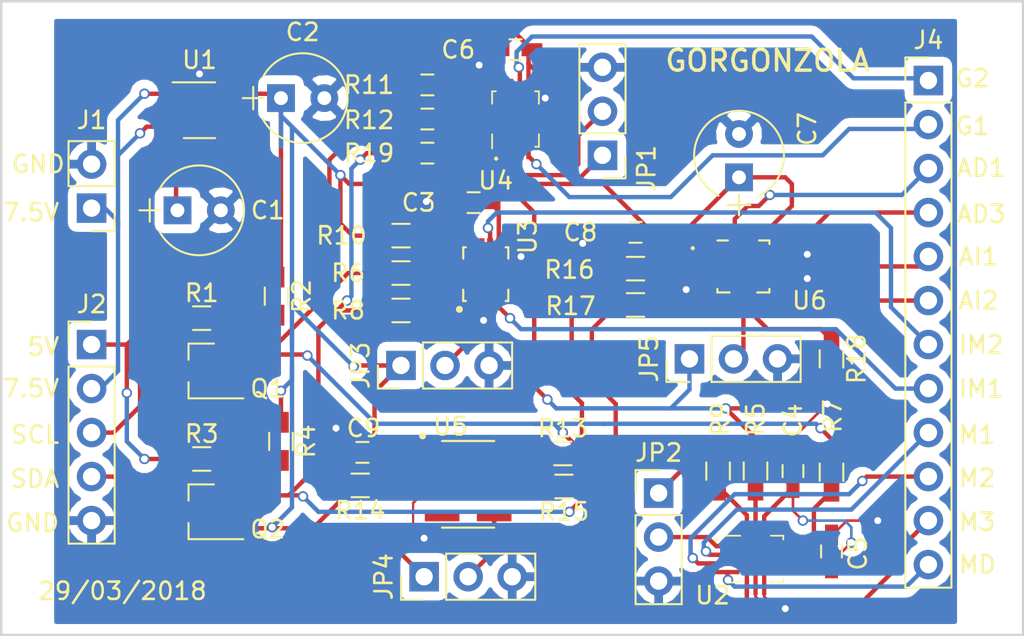
<source format=kicad_pcb>
(kicad_pcb (version 4) (host pcbnew 4.0.7)

  (general
    (links 115)
    (no_connects 0)
    (area 95.047999 113.716999 154.126001 153.272358)
    (thickness 1.6)
    (drawings 25)
    (tracks 445)
    (zones 0)
    (modules 44)
    (nets 53)
  )

  (page A4)
  (layers
    (0 F.Cu signal)
    (31 B.Cu signal)
    (32 B.Adhes user)
    (33 F.Adhes user)
    (34 B.Paste user)
    (35 F.Paste user)
    (36 B.SilkS user)
    (37 F.SilkS user)
    (38 B.Mask user)
    (39 F.Mask user)
    (40 Dwgs.User user)
    (41 Cmts.User user)
    (42 Eco1.User user)
    (43 Eco2.User user)
    (44 Edge.Cuts user)
    (45 Margin user)
    (46 B.CrtYd user)
    (47 F.CrtYd user)
    (48 B.Fab user)
    (49 F.Fab user hide)
  )

  (setup
    (last_trace_width 0.254)
    (user_trace_width 0.1524)
    (user_trace_width 0.254)
    (trace_clearance 0.127)
    (zone_clearance 0.508)
    (zone_45_only no)
    (trace_min 0.127)
    (segment_width 0.2)
    (edge_width 0.15)
    (via_size 0.6)
    (via_drill 0.4)
    (via_min_size 0.4)
    (via_min_drill 0.3)
    (uvia_size 0.3)
    (uvia_drill 0.1)
    (uvias_allowed no)
    (uvia_min_size 0.2)
    (uvia_min_drill 0.1)
    (pcb_text_width 0.3)
    (pcb_text_size 1.5 1.5)
    (mod_edge_width 0.15)
    (mod_text_size 1 1)
    (mod_text_width 0.15)
    (pad_size 1.524 1.524)
    (pad_drill 0.762)
    (pad_to_mask_clearance 0.0508)
    (aux_axis_origin 0 0)
    (grid_origin 98.171 149.86)
    (visible_elements FFFEFF7F)
    (pcbplotparams
      (layerselection 0x00030_80000001)
      (usegerberextensions false)
      (excludeedgelayer true)
      (linewidth 0.100000)
      (plotframeref false)
      (viasonmask false)
      (mode 1)
      (useauxorigin false)
      (hpglpennumber 1)
      (hpglpenspeed 20)
      (hpglpendiameter 15)
      (hpglpenoverlay 2)
      (psnegative false)
      (psa4output false)
      (plotreference true)
      (plotvalue true)
      (plotinvisibletext false)
      (padsonsilk false)
      (subtractmaskfromsilk false)
      (outputformat 1)
      (mirror false)
      (drillshape 1)
      (scaleselection 1)
      (outputdirectory ""))
  )

  (net 0 "")
  (net 1 GND)
  (net 2 /SDA_5V)
  (net 3 /SCL_5V)
  (net 4 +5V)
  (net 5 +7.5V)
  (net 6 +3.0V)
  (net 7 "/Eval Sensors/GYRO_INT1")
  (net 8 "/Eval Sensors/GYRO_INT2")
  (net 9 "/Eval Sensors/ACC_ADC1")
  (net 10 "/Eval Sensors/ACC_ADC3")
  (net 11 "/Eval Sensors/ACC_INT1")
  (net 12 "/Eval Sensors/ACC_INT2")
  (net 13 "/Eval Sensors/IMU_INT1")
  (net 14 "/Eval Sensors/IMU_INT2")
  (net 15 "/Eval Sensors/MAG_INT1")
  (net 16 "/Eval Sensors/MAG_INT2")
  (net 17 "/Eval Sensors/MAG_INT3")
  (net 18 "/Eval Sensors/MAG_DRDY")
  (net 19 "Net-(JP1-Pad2)")
  (net 20 "Net-(JP2-Pad2)")
  (net 21 "Net-(JP3-Pad2)")
  (net 22 "Net-(JP4-Pad2)")
  (net 23 "Net-(JP5-Pad2)")
  (net 24 SCL_3V)
  (net 25 SDA_3V)
  (net 26 "Net-(R5-Pad1)")
  (net 27 "Net-(R6-Pad1)")
  (net 28 "Net-(R7-Pad1)")
  (net 29 "Net-(R8-Pad1)")
  (net 30 "Net-(R9-Pad1)")
  (net 31 "Net-(R10-Pad1)")
  (net 32 "Net-(R12-Pad1)")
  (net 33 "Net-(R13-Pad1)")
  (net 34 "Net-(R14-Pad1)")
  (net 35 "Net-(R15-Pad2)")
  (net 36 "Net-(R16-Pad1)")
  (net 37 "Net-(R17-Pad1)")
  (net 38 "Net-(R18-Pad1)")
  (net 39 "Net-(U1-Pad4)")
  (net 40 "Net-(U3-Pad11)")
  (net 41 "Net-(U3-Pad10)")
  (net 42 "Net-(U5-Pad4)")
  (net 43 "Net-(U5-Pad6)")
  (net 44 "Net-(U6-Pad15)")
  (net 45 "Net-(U6-Pad2)")
  (net 46 "Net-(U6-Pad3)")
  (net 47 "Net-(U4-Pad2)")
  (net 48 "Net-(U4-Pad3)")
  (net 49 "Net-(U4-Pad10)")
  (net 50 "Net-(U4-Pad11)")
  (net 51 "Net-(R11-Pad2)")
  (net 52 "Net-(R19-Pad1)")

  (net_class Default "This is the default net class."
    (clearance 0.127)
    (trace_width 0.127)
    (via_dia 0.6)
    (via_drill 0.4)
    (uvia_dia 0.3)
    (uvia_drill 0.1)
    (add_net +3.0V)
    (add_net +5V)
    (add_net +7.5V)
    (add_net "/Eval Sensors/ACC_ADC1")
    (add_net "/Eval Sensors/ACC_ADC3")
    (add_net "/Eval Sensors/ACC_INT1")
    (add_net "/Eval Sensors/ACC_INT2")
    (add_net "/Eval Sensors/GYRO_INT1")
    (add_net "/Eval Sensors/GYRO_INT2")
    (add_net "/Eval Sensors/IMU_INT1")
    (add_net "/Eval Sensors/IMU_INT2")
    (add_net "/Eval Sensors/MAG_DRDY")
    (add_net "/Eval Sensors/MAG_INT1")
    (add_net "/Eval Sensors/MAG_INT2")
    (add_net "/Eval Sensors/MAG_INT3")
    (add_net /SCL_5V)
    (add_net /SDA_5V)
    (add_net GND)
    (add_net "Net-(JP1-Pad2)")
    (add_net "Net-(JP2-Pad2)")
    (add_net "Net-(JP3-Pad2)")
    (add_net "Net-(JP4-Pad2)")
    (add_net "Net-(JP5-Pad2)")
    (add_net "Net-(R10-Pad1)")
    (add_net "Net-(R11-Pad2)")
    (add_net "Net-(R12-Pad1)")
    (add_net "Net-(R13-Pad1)")
    (add_net "Net-(R14-Pad1)")
    (add_net "Net-(R15-Pad2)")
    (add_net "Net-(R16-Pad1)")
    (add_net "Net-(R17-Pad1)")
    (add_net "Net-(R18-Pad1)")
    (add_net "Net-(R19-Pad1)")
    (add_net "Net-(R5-Pad1)")
    (add_net "Net-(R6-Pad1)")
    (add_net "Net-(R7-Pad1)")
    (add_net "Net-(R8-Pad1)")
    (add_net "Net-(R9-Pad1)")
    (add_net "Net-(U1-Pad4)")
    (add_net "Net-(U3-Pad10)")
    (add_net "Net-(U3-Pad11)")
    (add_net "Net-(U4-Pad10)")
    (add_net "Net-(U4-Pad11)")
    (add_net "Net-(U4-Pad2)")
    (add_net "Net-(U4-Pad3)")
    (add_net "Net-(U5-Pad4)")
    (add_net "Net-(U5-Pad6)")
    (add_net "Net-(U6-Pad15)")
    (add_net "Net-(U6-Pad2)")
    (add_net "Net-(U6-Pad3)")
    (add_net SCL_3V)
    (add_net SDA_3V)
  )

  (module footprints:MS560702BA03 (layer F.Cu) (tedit 5ABCCE7D) (tstamp 5AB17EF2)
    (at 122.047 141.6685)
    (path /5AAC5FD1/5AAC81CD)
    (attr smd)
    (fp_text reference U5 (at -1.016 -3.33289) (layer F.SilkS)
      (effects (font (size 1 1) (thickness 0.15)))
    )
    (fp_text value MS5607-02BA03 (at -0.099256 3.36019) (layer F.SilkS) hide
      (effects (font (size 0.64164 0.64164) (thickness 0.05)))
    )
    (fp_line (start -1.5 -2.5) (end -1.5 2.5) (layer Dwgs.User) (width 0.127))
    (fp_line (start -1.5 2.5) (end 1.5 2.5) (layer Dwgs.User) (width 0.127))
    (fp_line (start 1.5 2.5) (end 1.5 -2.5) (layer Dwgs.User) (width 0.127))
    (fp_line (start 1.5 -2.5) (end -1.5 -2.5) (layer Dwgs.User) (width 0.127))
    (fp_line (start -1.5 -2.5) (end 1.5 -2.5) (layer F.SilkS) (width 0.127))
    (fp_line (start -1.5 2.5) (end 1.5 2.5) (layer F.SilkS) (width 0.127))
    (fp_line (start -2.11 -2.78) (end -2.11 2.78) (layer Dwgs.User) (width 0.05))
    (fp_line (start -2.11 2.78) (end 2.11 2.78) (layer Dwgs.User) (width 0.05))
    (fp_line (start 2.11 2.78) (end 2.11 -2.78) (layer Dwgs.User) (width 0.05))
    (fp_line (start 2.11 -2.78) (end -2.11 -2.78) (layer Dwgs.User) (width 0.05))
    (fp_circle (center -2.627 -2.794) (end -2.527 -2.794) (layer F.SilkS) (width 0.2))
    (fp_poly (pts (xy -1.87874 -1.4375) (xy 1.875 -1.4375) (xy 1.875 -1.06462) (xy -1.87874 -1.06462)) (layer Dwgs.User) (width 0.381))
    (fp_poly (pts (xy -1.88063 -1.4375) (xy 1.875 -1.4375) (xy 1.875 -1.06569) (xy -1.88063 -1.06569)) (layer Dwgs.User) (width 0.381))
    (fp_poly (pts (xy -1.8802 -1.4375) (xy 1.875 -1.4375) (xy 1.875 -1.06545) (xy -1.8802 -1.06545)) (layer Dwgs.User) (width 0.381))
    (fp_poly (pts (xy -1.87857 -0.1875) (xy 1.875 -0.1875) (xy 1.875 0.187857) (xy -1.87857 0.187857)) (layer Dwgs.User) (width 0.381))
    (fp_poly (pts (xy -1.87989 -0.1875) (xy 1.875 -0.1875) (xy 1.875 0.187989) (xy -1.87989 0.187989)) (layer Dwgs.User) (width 0.381))
    (fp_poly (pts (xy -1.87947 -0.1875) (xy 1.875 -0.1875) (xy 1.875 0.187947) (xy -1.87947 0.187947)) (layer Dwgs.User) (width 0.381))
    (fp_poly (pts (xy -1.87714 1.0625) (xy 1.875 1.0625) (xy 1.875 1.43914) (xy -1.87714 1.43914)) (layer Dwgs.User) (width 0.381))
    (fp_poly (pts (xy -1.88045 1.0625) (xy 1.875 1.0625) (xy 1.875 1.44169) (xy -1.88045 1.44169)) (layer Dwgs.User) (width 0.381))
    (fp_poly (pts (xy -1.87938 1.0625) (xy 1.875 1.0625) (xy 1.875 1.44086) (xy -1.87938 1.44086)) (layer Dwgs.User) (width 0.381))
    (fp_poly (pts (xy -0.376009 -1.905) (xy 0.381 -1.905) (xy 0.381 1.93871) (xy -0.376009 1.93871)) (layer Dwgs.User) (width 0.381))
    (fp_poly (pts (xy -0.375752 -1.905) (xy 0.381 -1.905) (xy 0.381 1.93737) (xy -0.375752 1.93737)) (layer Dwgs.User) (width 0.381))
    (fp_poly (pts (xy -0.375386 -1.905) (xy 0.381 -1.905) (xy 0.381 1.93549) (xy -0.375386 1.93549)) (layer Dwgs.User) (width 0.381))
    (fp_circle (center -1.127 -1.873) (end -1.027 -1.873) (layer Dwgs.User) (width 0.2))
    (pad 1 smd rect (at -1.5 -1.875) (size 2 0.53) (layers F.Cu F.Paste F.Mask)
      (net 6 +3.0V))
    (pad 8 smd rect (at 1.5 -1.875) (size 2 0.53) (layers F.Cu F.Paste F.Mask)
      (net 33 "Net-(R13-Pad1)"))
    (pad 2 smd rect (at -1.5 -0.625) (size 2 0.53) (layers F.Cu F.Paste F.Mask)
      (net 34 "Net-(R14-Pad1)"))
    (pad 3 smd rect (at -1.5 0.625) (size 2 0.53) (layers F.Cu F.Paste F.Mask)
      (net 1 GND))
    (pad 4 smd rect (at -1.5 1.875) (size 2 0.53) (layers F.Cu F.Paste F.Mask)
      (net 42 "Net-(U5-Pad4)"))
    (pad 5 smd rect (at 1.5 1.875) (size 2 0.53) (layers F.Cu F.Paste F.Mask)
      (net 22 "Net-(JP4-Pad2)"))
    (pad 6 smd rect (at 1.5 0.625) (size 2 0.53) (layers F.Cu F.Paste F.Mask)
      (net 43 "Net-(U5-Pad6)"))
    (pad 7 smd rect (at 1.5 -0.625) (size 2 0.53) (layers F.Cu F.Paste F.Mask)
      (net 35 "Net-(R15-Pad2)"))
  )

  (module footprints:LGA16_LIS3DHTR (layer F.Cu) (tedit 5ABD37D5) (tstamp 5ABA4024)
    (at 137.922 129.0955)
    (path /5AAC5FD1/5AAC81BF)
    (attr smd)
    (fp_text reference U6 (at 3.81 1.9685) (layer F.SilkS)
      (effects (font (size 1 1) (thickness 0.15)))
    )
    (fp_text value LIS3DHTR (at -0.254 3.048) (layer F.SilkS) hide
      (effects (font (size 0.481121 0.481121) (thickness 0.05)))
    )
    (fp_text user . (at -2.921 -1.4605) (layer F.SilkS)
      (effects (font (size 1 1) (thickness 0.15)))
    )
    (fp_line (start -0.9 -1.5) (end -1.5 -1.5) (layer F.SilkS) (width 0.127))
    (fp_line (start 0.9 -1.5) (end 1.5 -1.5) (layer F.SilkS) (width 0.127))
    (fp_line (start 1.5 -1.5) (end 1.5 -1.3) (layer F.SilkS) (width 0.127))
    (fp_line (start 0.8 1.5) (end 1.5 1.5) (layer F.SilkS) (width 0.127))
    (fp_line (start 1.5 1.5) (end 1.5 1.3) (layer F.SilkS) (width 0.127))
    (fp_line (start -1.5 1.3) (end -1.5 1.5) (layer F.SilkS) (width 0.127))
    (fp_line (start -1.5 1.5) (end -0.8 1.5) (layer F.SilkS) (width 0.127))
    (pad 6 smd rect (at -0.5 1.65 90) (size 1.4 0.35) (layers F.Cu F.Paste F.Mask)
      (net 37 "Net-(R17-Pad1)"))
    (pad 7 smd rect (at 0 1.65 90) (size 1.4 0.35) (layers F.Cu F.Paste F.Mask)
      (net 23 "Net-(JP5-Pad2)"))
    (pad 8 smd rect (at 0.5 1.65 90) (size 1.4 0.35) (layers F.Cu F.Paste F.Mask)
      (net 38 "Net-(R18-Pad1)"))
    (pad 9 smd rect (at 1.64 1) (size 1.4 0.35) (layers F.Cu F.Paste F.Mask)
      (net 12 "/Eval Sensors/ACC_INT2"))
    (pad 10 smd rect (at 1.65 0.5) (size 1.4 0.35) (layers F.Cu F.Paste F.Mask)
      (net 1 GND))
    (pad 11 smd rect (at 1.65 0) (size 1.4 0.35) (layers F.Cu F.Paste F.Mask)
      (net 11 "/Eval Sensors/ACC_INT1"))
    (pad 12 smd rect (at 1.65 -0.5) (size 1.4 0.35) (layers F.Cu F.Paste F.Mask)
      (net 1 GND))
    (pad 13 smd rect (at 1.65 -1) (size 1.4 0.35) (layers F.Cu F.Paste F.Mask)
      (net 10 "/Eval Sensors/ACC_ADC3"))
    (pad 14 smd rect (at 0.5 -1.65 90) (size 1.4 0.35) (layers F.Cu F.Paste F.Mask)
      (net 6 +3.0V))
    (pad 15 smd rect (at 0 -1.65 90) (size 1.4 0.35) (layers F.Cu F.Paste F.Mask)
      (net 44 "Net-(U6-Pad15)"))
    (pad 16 smd rect (at -0.5 -1.65 90) (size 1.4 0.35) (layers F.Cu F.Paste F.Mask)
      (net 9 "/Eval Sensors/ACC_ADC1"))
    (pad 1 smd rect (at -1.65 -1 180) (size 1.4 0.35) (layers F.Cu F.Paste F.Mask)
      (net 6 +3.0V))
    (pad 2 smd rect (at -1.65 -0.5 180) (size 1.4 0.35) (layers F.Cu F.Paste F.Mask)
      (net 45 "Net-(U6-Pad2)"))
    (pad 3 smd rect (at -1.65 0 180) (size 1.4 0.35) (layers F.Cu F.Paste F.Mask)
      (net 46 "Net-(U6-Pad3)"))
    (pad 4 smd rect (at -1.65 0.5 180) (size 1.4 0.35) (layers F.Cu F.Paste F.Mask)
      (net 36 "Net-(R16-Pad1)"))
    (pad 5 smd rect (at -1.65 1 180) (size 1.4 0.35) (layers F.Cu F.Paste F.Mask)
      (net 1 GND))
  )

  (module LSM6DS3:PQFN50P300X250X86-14N (layer F.Cu) (tedit 5ABA3F57) (tstamp 5AADB53C)
    (at 123.063 129.54 90)
    (path /5AAC5FD1/5AAC81C6)
    (attr smd)
    (fp_text reference U3 (at 2.159 2.413 90) (layer F.SilkS)
      (effects (font (size 1.00294 1.00294) (thickness 0.15)))
    )
    (fp_text value LSM6DS3HTR (at 0.325099 2.3908 90) (layer F.SilkS) hide
      (effects (font (size 1.00033 1.00033) (thickness 0.05)))
    )
    (fp_line (start -1.55 -1.3) (end 1.55 -1.3) (layer Dwgs.User) (width 0.127))
    (fp_line (start 1.55 -1.3) (end 1.55 1.3) (layer Dwgs.User) (width 0.127))
    (fp_line (start 1.55 1.3) (end -1.55 1.3) (layer Dwgs.User) (width 0.127))
    (fp_line (start -1.55 1.3) (end -1.55 -1.3) (layer Dwgs.User) (width 0.127))
    (fp_line (start -1.8 -1.55) (end 1.8 -1.55) (layer Dwgs.User) (width 0.05))
    (fp_line (start 1.8 -1.55) (end 1.8 1.55) (layer Dwgs.User) (width 0.05))
    (fp_line (start 1.8 1.55) (end -1.8 1.55) (layer Dwgs.User) (width 0.05))
    (fp_line (start -1.8 1.55) (end -1.8 -1.55) (layer Dwgs.User) (width 0.05))
    (fp_circle (center -2.032 -1.524) (end -1.932 -1.524) (layer F.SilkS) (width 0.2))
    (fp_circle (center -1.095 -0.75) (end -0.995 -0.75) (layer Dwgs.User) (width 0.2))
    (fp_line (start -0.9 -1.3) (end -1.55 -1.3) (layer F.SilkS) (width 0.127))
    (fp_line (start -1.55 -1.3) (end -1.55 -1.15) (layer F.SilkS) (width 0.127))
    (fp_line (start 0.9 -1.3) (end 1.55 -1.3) (layer F.SilkS) (width 0.127))
    (fp_line (start 1.55 -1.3) (end 1.55 -1.15) (layer F.SilkS) (width 0.127))
    (fp_line (start 1.55 1.15) (end 1.55 1.3) (layer F.SilkS) (width 0.127))
    (fp_line (start 1.55 1.3) (end 0.9 1.3) (layer F.SilkS) (width 0.127))
    (fp_line (start -1.55 1.15) (end -1.55 1.3) (layer F.SilkS) (width 0.127))
    (fp_line (start -1.55 1.3) (end -0.9 1.3) (layer F.SilkS) (width 0.127))
    (pad 14 smd rect (at -0.5 -1.23 180) (size 1.2 0.35) (layers F.Cu F.Paste F.Mask)
      (net 29 "Net-(R8-Pad1)"))
    (pad 13 smd rect (at 0 -1.23 180) (size 1.2 0.35) (layers F.Cu F.Paste F.Mask)
      (net 27 "Net-(R6-Pad1)"))
    (pad 12 smd rect (at 0.5 -1.23 180) (size 1.2 0.35) (layers F.Cu F.Paste F.Mask)
      (net 31 "Net-(R10-Pad1)"))
    (pad 11 smd rect (at 1.47 -0.75 270) (size 1.2 0.35) (layers F.Cu F.Paste F.Mask)
      (net 40 "Net-(U3-Pad11)"))
    (pad 10 smd rect (at 1.47 -0.25 270) (size 1.2 0.35) (layers F.Cu F.Paste F.Mask)
      (net 41 "Net-(U3-Pad10)"))
    (pad 9 smd rect (at 1.47 0.25 270) (size 1.2 0.35) (layers F.Cu F.Paste F.Mask)
      (net 14 "/Eval Sensors/IMU_INT2"))
    (pad 8 smd rect (at 1.47 0.75 270) (size 1.2 0.35) (layers F.Cu F.Paste F.Mask)
      (net 6 +3.0V))
    (pad 5 smd rect (at -0.5 1.23 180) (size 1.2 0.35) (layers F.Cu F.Paste F.Mask)
      (net 6 +3.0V))
    (pad 6 smd rect (at 0 1.23 180) (size 1.2 0.35) (layers F.Cu F.Paste F.Mask)
      (net 1 GND))
    (pad 7 smd rect (at 0.5 1.23 180) (size 1.2 0.35) (layers F.Cu F.Paste F.Mask)
      (net 1 GND))
    (pad 1 smd rect (at -1.47 -0.75 270) (size 1.2 0.35) (layers F.Cu F.Paste F.Mask)
      (net 21 "Net-(JP3-Pad2)"))
    (pad 2 smd rect (at -1.47 -0.25 270) (size 1.2 0.35) (layers F.Cu F.Paste F.Mask)
      (net 1 GND))
    (pad 3 smd rect (at -1.47 0.25 270) (size 1.2 0.35) (layers F.Cu F.Paste F.Mask)
      (net 1 GND))
    (pad 4 smd rect (at -1.47 0.75 270) (size 1.2 0.35) (layers F.Cu F.Paste F.Mask)
      (net 13 "/Eval Sensors/IMU_INT1"))
  )

  (module Capacitors_ThroughHole:CP_Radial_Tantal_D5.0mm_P2.50mm (layer F.Cu) (tedit 5ABCCDF1) (tstamp 5AADB3FA)
    (at 105.283 125.857)
    (descr "CP, Radial_Tantal series, Radial, pin pitch=2.50mm, , diameter=5.0mm, Tantal Electrolytic Capacitor, http://cdn-reichelt.de/documents/datenblatt/B300/TANTAL-TB-Serie%23.pdf")
    (tags "CP Radial_Tantal series Radial pin pitch 2.50mm  diameter 5.0mm Tantal Electrolytic Capacitor")
    (path /5AABE3E0)
    (fp_text reference C1 (at 5.207 0) (layer F.SilkS)
      (effects (font (size 1 1) (thickness 0.15)))
    )
    (fp_text value 1uF (at 1.25 3.81) (layer F.Fab)
      (effects (font (size 1 1) (thickness 0.15)))
    )
    (fp_arc (start 1.25 0) (end -1.05558 -1.18) (angle 125.8) (layer F.SilkS) (width 0.12))
    (fp_arc (start 1.25 0) (end -1.05558 1.18) (angle -125.8) (layer F.SilkS) (width 0.12))
    (fp_arc (start 1.25 0) (end 3.55558 -1.18) (angle 54.2) (layer F.SilkS) (width 0.12))
    (fp_circle (center 1.25 0) (end 3.75 0) (layer F.Fab) (width 0.1))
    (fp_line (start -2.2 0) (end -1 0) (layer F.Fab) (width 0.1))
    (fp_line (start -1.6 -0.65) (end -1.6 0.65) (layer F.Fab) (width 0.1))
    (fp_line (start -2.2 0) (end -1 0) (layer F.SilkS) (width 0.12))
    (fp_line (start -1.6 -0.65) (end -1.6 0.65) (layer F.SilkS) (width 0.12))
    (fp_line (start -1.6 -2.85) (end -1.6 2.85) (layer F.CrtYd) (width 0.05))
    (fp_line (start -1.6 2.85) (end 4.1 2.85) (layer F.CrtYd) (width 0.05))
    (fp_line (start 4.1 2.85) (end 4.1 -2.85) (layer F.CrtYd) (width 0.05))
    (fp_line (start 4.1 -2.85) (end -1.6 -2.85) (layer F.CrtYd) (width 0.05))
    (fp_text user %R (at 1.25 0) (layer F.Fab)
      (effects (font (size 1 1) (thickness 0.15)))
    )
    (pad 1 thru_hole rect (at 0 0) (size 1.6 1.6) (drill 0.8) (layers *.Cu *.Mask)
      (net 5 +7.5V))
    (pad 2 thru_hole circle (at 2.5 0) (size 1.6 1.6) (drill 0.8) (layers *.Cu *.Mask)
      (net 1 GND))
    (model ${KISYS3DMOD}/Capacitors_THT.3dshapes/CP_Radial_Tantal_D5.0mm_P2.50mm.wrl
      (at (xyz 0 0 0))
      (scale (xyz 1 1 1))
      (rotate (xyz 0 0 0))
    )
  )

  (module Capacitors_ThroughHole:CP_Radial_Tantal_D5.0mm_P2.50mm (layer F.Cu) (tedit 597C781B) (tstamp 5AADB400)
    (at 111.252 119.38)
    (descr "CP, Radial_Tantal series, Radial, pin pitch=2.50mm, , diameter=5.0mm, Tantal Electrolytic Capacitor, http://cdn-reichelt.de/documents/datenblatt/B300/TANTAL-TB-Serie%23.pdf")
    (tags "CP Radial_Tantal series Radial pin pitch 2.50mm  diameter 5.0mm Tantal Electrolytic Capacitor")
    (path /5AABE80A)
    (fp_text reference C2 (at 1.25 -3.81) (layer F.SilkS)
      (effects (font (size 1 1) (thickness 0.15)))
    )
    (fp_text value 2.2uF (at 1.25 3.81) (layer F.Fab)
      (effects (font (size 1 1) (thickness 0.15)))
    )
    (fp_arc (start 1.25 0) (end -1.05558 -1.18) (angle 125.8) (layer F.SilkS) (width 0.12))
    (fp_arc (start 1.25 0) (end -1.05558 1.18) (angle -125.8) (layer F.SilkS) (width 0.12))
    (fp_arc (start 1.25 0) (end 3.55558 -1.18) (angle 54.2) (layer F.SilkS) (width 0.12))
    (fp_circle (center 1.25 0) (end 3.75 0) (layer F.Fab) (width 0.1))
    (fp_line (start -2.2 0) (end -1 0) (layer F.Fab) (width 0.1))
    (fp_line (start -1.6 -0.65) (end -1.6 0.65) (layer F.Fab) (width 0.1))
    (fp_line (start -2.2 0) (end -1 0) (layer F.SilkS) (width 0.12))
    (fp_line (start -1.6 -0.65) (end -1.6 0.65) (layer F.SilkS) (width 0.12))
    (fp_line (start -1.6 -2.85) (end -1.6 2.85) (layer F.CrtYd) (width 0.05))
    (fp_line (start -1.6 2.85) (end 4.1 2.85) (layer F.CrtYd) (width 0.05))
    (fp_line (start 4.1 2.85) (end 4.1 -2.85) (layer F.CrtYd) (width 0.05))
    (fp_line (start 4.1 -2.85) (end -1.6 -2.85) (layer F.CrtYd) (width 0.05))
    (fp_text user %R (at 1.25 0) (layer F.Fab)
      (effects (font (size 1 1) (thickness 0.15)))
    )
    (pad 1 thru_hole rect (at 0 0) (size 1.6 1.6) (drill 0.8) (layers *.Cu *.Mask)
      (net 6 +3.0V))
    (pad 2 thru_hole circle (at 2.5 0) (size 1.6 1.6) (drill 0.8) (layers *.Cu *.Mask)
      (net 1 GND))
    (model ${KISYS3DMOD}/Capacitors_THT.3dshapes/CP_Radial_Tantal_D5.0mm_P2.50mm.wrl
      (at (xyz 0 0 0))
      (scale (xyz 1 1 1))
      (rotate (xyz 0 0 0))
    )
  )

  (module Capacitors_ThroughHole:CP_Radial_Tantal_D5.0mm_P2.50mm (layer F.Cu) (tedit 5ABCCDFA) (tstamp 5AADB41E)
    (at 137.668 123.952 90)
    (descr "CP, Radial_Tantal series, Radial, pin pitch=2.50mm, , diameter=5.0mm, Tantal Electrolytic Capacitor, http://cdn-reichelt.de/documents/datenblatt/B300/TANTAL-TB-Serie%23.pdf")
    (tags "CP Radial_Tantal series Radial pin pitch 2.50mm  diameter 5.0mm Tantal Electrolytic Capacitor")
    (path /5AAC5FD1/5AAC8374)
    (fp_text reference C7 (at 2.794 3.937 90) (layer F.SilkS)
      (effects (font (size 1 1) (thickness 0.15)))
    )
    (fp_text value 10uF (at 1.25 3.81 90) (layer F.Fab)
      (effects (font (size 1 1) (thickness 0.15)))
    )
    (fp_arc (start 1.25 0) (end -1.05558 -1.18) (angle 125.8) (layer F.SilkS) (width 0.12))
    (fp_arc (start 1.25 0) (end -1.05558 1.18) (angle -125.8) (layer F.SilkS) (width 0.12))
    (fp_arc (start 1.25 0) (end 3.55558 -1.18) (angle 54.2) (layer F.SilkS) (width 0.12))
    (fp_circle (center 1.25 0) (end 3.75 0) (layer F.Fab) (width 0.1))
    (fp_line (start -2.2 0) (end -1 0) (layer F.Fab) (width 0.1))
    (fp_line (start -1.6 -0.65) (end -1.6 0.65) (layer F.Fab) (width 0.1))
    (fp_line (start -2.2 0) (end -1 0) (layer F.SilkS) (width 0.12))
    (fp_line (start -1.6 -0.65) (end -1.6 0.65) (layer F.SilkS) (width 0.12))
    (fp_line (start -1.6 -2.85) (end -1.6 2.85) (layer F.CrtYd) (width 0.05))
    (fp_line (start -1.6 2.85) (end 4.1 2.85) (layer F.CrtYd) (width 0.05))
    (fp_line (start 4.1 2.85) (end 4.1 -2.85) (layer F.CrtYd) (width 0.05))
    (fp_line (start 4.1 -2.85) (end -1.6 -2.85) (layer F.CrtYd) (width 0.05))
    (fp_text user %R (at 1.25 0 90) (layer F.Fab)
      (effects (font (size 1 1) (thickness 0.15)))
    )
    (pad 1 thru_hole rect (at 0 0 90) (size 1.6 1.6) (drill 0.8) (layers *.Cu *.Mask)
      (net 6 +3.0V))
    (pad 2 thru_hole circle (at 2.5 0 90) (size 1.6 1.6) (drill 0.8) (layers *.Cu *.Mask)
      (net 1 GND))
    (model ${KISYS3DMOD}/Capacitors_THT.3dshapes/CP_Radial_Tantal_D5.0mm_P2.50mm.wrl
      (at (xyz 0 0 0))
      (scale (xyz 1 1 1))
      (rotate (xyz 0 0 0))
    )
  )

  (module Pin_Headers:Pin_Header_Straight_1x02_Pitch2.54mm (layer F.Cu) (tedit 5AB1B18E) (tstamp 5AADB43C)
    (at 100.33 125.73 180)
    (descr "Through hole straight pin header, 1x02, 2.54mm pitch, single row")
    (tags "Through hole pin header THT 1x02 2.54mm single row")
    (path /5AAC216E)
    (fp_text reference J1 (at 0 5.08 180) (layer F.SilkS)
      (effects (font (size 1 1) (thickness 0.15)))
    )
    (fp_text value Conn_01x02 (at 0 4.87 180) (layer F.Fab)
      (effects (font (size 1 1) (thickness 0.15)))
    )
    (fp_line (start -0.635 -1.27) (end 1.27 -1.27) (layer F.Fab) (width 0.1))
    (fp_line (start 1.27 -1.27) (end 1.27 3.81) (layer F.Fab) (width 0.1))
    (fp_line (start 1.27 3.81) (end -1.27 3.81) (layer F.Fab) (width 0.1))
    (fp_line (start -1.27 3.81) (end -1.27 -0.635) (layer F.Fab) (width 0.1))
    (fp_line (start -1.27 -0.635) (end -0.635 -1.27) (layer F.Fab) (width 0.1))
    (fp_line (start -1.33 3.87) (end 1.33 3.87) (layer F.SilkS) (width 0.12))
    (fp_line (start -1.33 1.27) (end -1.33 3.87) (layer F.SilkS) (width 0.12))
    (fp_line (start 1.33 1.27) (end 1.33 3.87) (layer F.SilkS) (width 0.12))
    (fp_line (start -1.33 1.27) (end 1.33 1.27) (layer F.SilkS) (width 0.12))
    (fp_line (start -1.33 0) (end -1.33 -1.33) (layer F.SilkS) (width 0.12))
    (fp_line (start -1.33 -1.33) (end 0 -1.33) (layer F.SilkS) (width 0.12))
    (fp_line (start -1.8 -1.8) (end -1.8 4.35) (layer F.CrtYd) (width 0.05))
    (fp_line (start -1.8 4.35) (end 1.8 4.35) (layer F.CrtYd) (width 0.05))
    (fp_line (start 1.8 4.35) (end 1.8 -1.8) (layer F.CrtYd) (width 0.05))
    (fp_line (start 1.8 -1.8) (end -1.8 -1.8) (layer F.CrtYd) (width 0.05))
    (fp_text user %R (at 0 1.27 270) (layer F.Fab)
      (effects (font (size 1 1) (thickness 0.15)))
    )
    (pad 1 thru_hole rect (at 0 0 180) (size 1.7 1.7) (drill 1) (layers *.Cu *.Mask)
      (net 5 +7.5V))
    (pad 2 thru_hole oval (at 0 2.54 180) (size 1.7 1.7) (drill 1) (layers *.Cu *.Mask)
      (net 1 GND))
    (model ${KISYS3DMOD}/Pin_Headers.3dshapes/Pin_Header_Straight_1x02_Pitch2.54mm.wrl
      (at (xyz 0 0 0))
      (scale (xyz 1 1 1))
      (rotate (xyz 0 0 0))
    )
  )

  (module Pin_Headers:Pin_Header_Straight_1x12_Pitch2.54mm (layer F.Cu) (tedit 59650532) (tstamp 5AADB472)
    (at 148.59 118.364)
    (descr "Through hole straight pin header, 1x12, 2.54mm pitch, single row")
    (tags "Through hole pin header THT 1x12 2.54mm single row")
    (path /5AAC5FD1/5AACE2E1)
    (fp_text reference J4 (at 0 -2.33) (layer F.SilkS)
      (effects (font (size 1 1) (thickness 0.15)))
    )
    (fp_text value Conn_01x12 (at 0 30.27) (layer F.Fab)
      (effects (font (size 1 1) (thickness 0.15)))
    )
    (fp_line (start -0.635 -1.27) (end 1.27 -1.27) (layer F.Fab) (width 0.1))
    (fp_line (start 1.27 -1.27) (end 1.27 29.21) (layer F.Fab) (width 0.1))
    (fp_line (start 1.27 29.21) (end -1.27 29.21) (layer F.Fab) (width 0.1))
    (fp_line (start -1.27 29.21) (end -1.27 -0.635) (layer F.Fab) (width 0.1))
    (fp_line (start -1.27 -0.635) (end -0.635 -1.27) (layer F.Fab) (width 0.1))
    (fp_line (start -1.33 29.27) (end 1.33 29.27) (layer F.SilkS) (width 0.12))
    (fp_line (start -1.33 1.27) (end -1.33 29.27) (layer F.SilkS) (width 0.12))
    (fp_line (start 1.33 1.27) (end 1.33 29.27) (layer F.SilkS) (width 0.12))
    (fp_line (start -1.33 1.27) (end 1.33 1.27) (layer F.SilkS) (width 0.12))
    (fp_line (start -1.33 0) (end -1.33 -1.33) (layer F.SilkS) (width 0.12))
    (fp_line (start -1.33 -1.33) (end 0 -1.33) (layer F.SilkS) (width 0.12))
    (fp_line (start -1.8 -1.8) (end -1.8 29.75) (layer F.CrtYd) (width 0.05))
    (fp_line (start -1.8 29.75) (end 1.8 29.75) (layer F.CrtYd) (width 0.05))
    (fp_line (start 1.8 29.75) (end 1.8 -1.8) (layer F.CrtYd) (width 0.05))
    (fp_line (start 1.8 -1.8) (end -1.8 -1.8) (layer F.CrtYd) (width 0.05))
    (fp_text user %R (at 0 13.97 90) (layer F.Fab)
      (effects (font (size 1 1) (thickness 0.15)))
    )
    (pad 1 thru_hole rect (at 0 0) (size 1.7 1.7) (drill 1) (layers *.Cu *.Mask)
      (net 8 "/Eval Sensors/GYRO_INT2"))
    (pad 2 thru_hole oval (at 0 2.54) (size 1.7 1.7) (drill 1) (layers *.Cu *.Mask)
      (net 7 "/Eval Sensors/GYRO_INT1"))
    (pad 3 thru_hole oval (at 0 5.08) (size 1.7 1.7) (drill 1) (layers *.Cu *.Mask)
      (net 9 "/Eval Sensors/ACC_ADC1"))
    (pad 4 thru_hole oval (at 0 7.62) (size 1.7 1.7) (drill 1) (layers *.Cu *.Mask)
      (net 10 "/Eval Sensors/ACC_ADC3"))
    (pad 5 thru_hole oval (at 0 10.16) (size 1.7 1.7) (drill 1) (layers *.Cu *.Mask)
      (net 11 "/Eval Sensors/ACC_INT1"))
    (pad 6 thru_hole oval (at 0 12.7) (size 1.7 1.7) (drill 1) (layers *.Cu *.Mask)
      (net 12 "/Eval Sensors/ACC_INT2"))
    (pad 7 thru_hole oval (at 0 15.24) (size 1.7 1.7) (drill 1) (layers *.Cu *.Mask)
      (net 14 "/Eval Sensors/IMU_INT2"))
    (pad 8 thru_hole oval (at 0 17.78) (size 1.7 1.7) (drill 1) (layers *.Cu *.Mask)
      (net 13 "/Eval Sensors/IMU_INT1"))
    (pad 9 thru_hole oval (at 0 20.32) (size 1.7 1.7) (drill 1) (layers *.Cu *.Mask)
      (net 15 "/Eval Sensors/MAG_INT1"))
    (pad 10 thru_hole oval (at 0 22.86) (size 1.7 1.7) (drill 1) (layers *.Cu *.Mask)
      (net 16 "/Eval Sensors/MAG_INT2"))
    (pad 11 thru_hole oval (at 0 25.4) (size 1.7 1.7) (drill 1) (layers *.Cu *.Mask)
      (net 17 "/Eval Sensors/MAG_INT3"))
    (pad 12 thru_hole oval (at 0 27.94) (size 1.7 1.7) (drill 1) (layers *.Cu *.Mask)
      (net 18 "/Eval Sensors/MAG_DRDY"))
    (model ${KISYS3DMOD}/Pin_Headers.3dshapes/Pin_Header_Straight_1x12_Pitch2.54mm.wrl
      (at (xyz 0 0 0))
      (scale (xyz 1 1 1))
      (rotate (xyz 0 0 0))
    )
  )

  (module Pin_Headers:Pin_Header_Straight_1x03_Pitch2.54mm (layer F.Cu) (tedit 5ABA46AC) (tstamp 5AADB479)
    (at 129.794 122.682 180)
    (descr "Through hole straight pin header, 1x03, 2.54mm pitch, single row")
    (tags "Through hole pin header THT 1x03 2.54mm single row")
    (path /5AAC5FD1/5AB16E4F)
    (fp_text reference JP1 (at -2.54 -0.762 270) (layer F.SilkS)
      (effects (font (size 1 1) (thickness 0.15)))
    )
    (fp_text value Jumper_NC_Dual (at 0 7.41 180) (layer F.Fab)
      (effects (font (size 1 1) (thickness 0.15)))
    )
    (fp_line (start -0.635 -1.27) (end 1.27 -1.27) (layer F.Fab) (width 0.1))
    (fp_line (start 1.27 -1.27) (end 1.27 6.35) (layer F.Fab) (width 0.1))
    (fp_line (start 1.27 6.35) (end -1.27 6.35) (layer F.Fab) (width 0.1))
    (fp_line (start -1.27 6.35) (end -1.27 -0.635) (layer F.Fab) (width 0.1))
    (fp_line (start -1.27 -0.635) (end -0.635 -1.27) (layer F.Fab) (width 0.1))
    (fp_line (start -1.33 6.41) (end 1.33 6.41) (layer F.SilkS) (width 0.12))
    (fp_line (start -1.33 1.27) (end -1.33 6.41) (layer F.SilkS) (width 0.12))
    (fp_line (start 1.33 1.27) (end 1.33 6.41) (layer F.SilkS) (width 0.12))
    (fp_line (start -1.33 1.27) (end 1.33 1.27) (layer F.SilkS) (width 0.12))
    (fp_line (start -1.33 0) (end -1.33 -1.33) (layer F.SilkS) (width 0.12))
    (fp_line (start -1.33 -1.33) (end 0 -1.33) (layer F.SilkS) (width 0.12))
    (fp_line (start -1.8 -1.8) (end -1.8 6.85) (layer F.CrtYd) (width 0.05))
    (fp_line (start -1.8 6.85) (end 1.8 6.85) (layer F.CrtYd) (width 0.05))
    (fp_line (start 1.8 6.85) (end 1.8 -1.8) (layer F.CrtYd) (width 0.05))
    (fp_line (start 1.8 -1.8) (end -1.8 -1.8) (layer F.CrtYd) (width 0.05))
    (fp_text user %R (at 0 2.54 270) (layer F.Fab)
      (effects (font (size 1 1) (thickness 0.15)))
    )
    (pad 1 thru_hole rect (at 0 0 180) (size 1.7 1.7) (drill 1) (layers *.Cu *.Mask)
      (net 6 +3.0V))
    (pad 2 thru_hole oval (at 0 2.54 180) (size 1.7 1.7) (drill 1) (layers *.Cu *.Mask)
      (net 19 "Net-(JP1-Pad2)"))
    (pad 3 thru_hole oval (at 0 5.08 180) (size 1.7 1.7) (drill 1) (layers *.Cu *.Mask)
      (net 1 GND))
    (model ${KISYS3DMOD}/Pin_Headers.3dshapes/Pin_Header_Straight_1x03_Pitch2.54mm.wrl
      (at (xyz 0 0 0))
      (scale (xyz 1 1 1))
      (rotate (xyz 0 0 0))
    )
  )

  (module Pin_Headers:Pin_Header_Straight_1x03_Pitch2.54mm (layer F.Cu) (tedit 59650532) (tstamp 5AADB480)
    (at 133.0325 142.1765)
    (descr "Through hole straight pin header, 1x03, 2.54mm pitch, single row")
    (tags "Through hole pin header THT 1x03 2.54mm single row")
    (path /5AAC5FD1/5AACD737)
    (fp_text reference JP2 (at 0 -2.33) (layer F.SilkS)
      (effects (font (size 1 1) (thickness 0.15)))
    )
    (fp_text value Jumper_NC_Dual (at 0 7.41) (layer F.Fab)
      (effects (font (size 1 1) (thickness 0.15)))
    )
    (fp_line (start -0.635 -1.27) (end 1.27 -1.27) (layer F.Fab) (width 0.1))
    (fp_line (start 1.27 -1.27) (end 1.27 6.35) (layer F.Fab) (width 0.1))
    (fp_line (start 1.27 6.35) (end -1.27 6.35) (layer F.Fab) (width 0.1))
    (fp_line (start -1.27 6.35) (end -1.27 -0.635) (layer F.Fab) (width 0.1))
    (fp_line (start -1.27 -0.635) (end -0.635 -1.27) (layer F.Fab) (width 0.1))
    (fp_line (start -1.33 6.41) (end 1.33 6.41) (layer F.SilkS) (width 0.12))
    (fp_line (start -1.33 1.27) (end -1.33 6.41) (layer F.SilkS) (width 0.12))
    (fp_line (start 1.33 1.27) (end 1.33 6.41) (layer F.SilkS) (width 0.12))
    (fp_line (start -1.33 1.27) (end 1.33 1.27) (layer F.SilkS) (width 0.12))
    (fp_line (start -1.33 0) (end -1.33 -1.33) (layer F.SilkS) (width 0.12))
    (fp_line (start -1.33 -1.33) (end 0 -1.33) (layer F.SilkS) (width 0.12))
    (fp_line (start -1.8 -1.8) (end -1.8 6.85) (layer F.CrtYd) (width 0.05))
    (fp_line (start -1.8 6.85) (end 1.8 6.85) (layer F.CrtYd) (width 0.05))
    (fp_line (start 1.8 6.85) (end 1.8 -1.8) (layer F.CrtYd) (width 0.05))
    (fp_line (start 1.8 -1.8) (end -1.8 -1.8) (layer F.CrtYd) (width 0.05))
    (fp_text user %R (at 0 2.54 90) (layer F.Fab)
      (effects (font (size 1 1) (thickness 0.15)))
    )
    (pad 1 thru_hole rect (at 0 0) (size 1.7 1.7) (drill 1) (layers *.Cu *.Mask)
      (net 6 +3.0V))
    (pad 2 thru_hole oval (at 0 2.54) (size 1.7 1.7) (drill 1) (layers *.Cu *.Mask)
      (net 20 "Net-(JP2-Pad2)"))
    (pad 3 thru_hole oval (at 0 5.08) (size 1.7 1.7) (drill 1) (layers *.Cu *.Mask)
      (net 1 GND))
    (model ${KISYS3DMOD}/Pin_Headers.3dshapes/Pin_Header_Straight_1x03_Pitch2.54mm.wrl
      (at (xyz 0 0 0))
      (scale (xyz 1 1 1))
      (rotate (xyz 0 0 0))
    )
  )

  (module Pin_Headers:Pin_Header_Straight_1x03_Pitch2.54mm (layer F.Cu) (tedit 59650532) (tstamp 5AADB487)
    (at 118.1735 134.8105 90)
    (descr "Through hole straight pin header, 1x03, 2.54mm pitch, single row")
    (tags "Through hole pin header THT 1x03 2.54mm single row")
    (path /5AAC5FD1/5AACCBE4)
    (fp_text reference JP3 (at 0 -2.33 90) (layer F.SilkS)
      (effects (font (size 1 1) (thickness 0.15)))
    )
    (fp_text value Jumper_NC_Dual (at 0 7.41 90) (layer F.Fab)
      (effects (font (size 1 1) (thickness 0.15)))
    )
    (fp_line (start -0.635 -1.27) (end 1.27 -1.27) (layer F.Fab) (width 0.1))
    (fp_line (start 1.27 -1.27) (end 1.27 6.35) (layer F.Fab) (width 0.1))
    (fp_line (start 1.27 6.35) (end -1.27 6.35) (layer F.Fab) (width 0.1))
    (fp_line (start -1.27 6.35) (end -1.27 -0.635) (layer F.Fab) (width 0.1))
    (fp_line (start -1.27 -0.635) (end -0.635 -1.27) (layer F.Fab) (width 0.1))
    (fp_line (start -1.33 6.41) (end 1.33 6.41) (layer F.SilkS) (width 0.12))
    (fp_line (start -1.33 1.27) (end -1.33 6.41) (layer F.SilkS) (width 0.12))
    (fp_line (start 1.33 1.27) (end 1.33 6.41) (layer F.SilkS) (width 0.12))
    (fp_line (start -1.33 1.27) (end 1.33 1.27) (layer F.SilkS) (width 0.12))
    (fp_line (start -1.33 0) (end -1.33 -1.33) (layer F.SilkS) (width 0.12))
    (fp_line (start -1.33 -1.33) (end 0 -1.33) (layer F.SilkS) (width 0.12))
    (fp_line (start -1.8 -1.8) (end -1.8 6.85) (layer F.CrtYd) (width 0.05))
    (fp_line (start -1.8 6.85) (end 1.8 6.85) (layer F.CrtYd) (width 0.05))
    (fp_line (start 1.8 6.85) (end 1.8 -1.8) (layer F.CrtYd) (width 0.05))
    (fp_line (start 1.8 -1.8) (end -1.8 -1.8) (layer F.CrtYd) (width 0.05))
    (fp_text user %R (at 0 2.54 180) (layer F.Fab)
      (effects (font (size 1 1) (thickness 0.15)))
    )
    (pad 1 thru_hole rect (at 0 0 90) (size 1.7 1.7) (drill 1) (layers *.Cu *.Mask)
      (net 6 +3.0V))
    (pad 2 thru_hole oval (at 0 2.54 90) (size 1.7 1.7) (drill 1) (layers *.Cu *.Mask)
      (net 21 "Net-(JP3-Pad2)"))
    (pad 3 thru_hole oval (at 0 5.08 90) (size 1.7 1.7) (drill 1) (layers *.Cu *.Mask)
      (net 1 GND))
    (model ${KISYS3DMOD}/Pin_Headers.3dshapes/Pin_Header_Straight_1x03_Pitch2.54mm.wrl
      (at (xyz 0 0 0))
      (scale (xyz 1 1 1))
      (rotate (xyz 0 0 0))
    )
  )

  (module Pin_Headers:Pin_Header_Straight_1x03_Pitch2.54mm (layer F.Cu) (tedit 59650532) (tstamp 5AADB48E)
    (at 119.507 147.0025 90)
    (descr "Through hole straight pin header, 1x03, 2.54mm pitch, single row")
    (tags "Through hole pin header THT 1x03 2.54mm single row")
    (path /5AAC5FD1/5AACEC73)
    (fp_text reference JP4 (at 0 -2.33 90) (layer F.SilkS)
      (effects (font (size 1 1) (thickness 0.15)))
    )
    (fp_text value Jumper_NC_Dual (at 0 7.41 90) (layer F.Fab)
      (effects (font (size 1 1) (thickness 0.15)))
    )
    (fp_line (start -0.635 -1.27) (end 1.27 -1.27) (layer F.Fab) (width 0.1))
    (fp_line (start 1.27 -1.27) (end 1.27 6.35) (layer F.Fab) (width 0.1))
    (fp_line (start 1.27 6.35) (end -1.27 6.35) (layer F.Fab) (width 0.1))
    (fp_line (start -1.27 6.35) (end -1.27 -0.635) (layer F.Fab) (width 0.1))
    (fp_line (start -1.27 -0.635) (end -0.635 -1.27) (layer F.Fab) (width 0.1))
    (fp_line (start -1.33 6.41) (end 1.33 6.41) (layer F.SilkS) (width 0.12))
    (fp_line (start -1.33 1.27) (end -1.33 6.41) (layer F.SilkS) (width 0.12))
    (fp_line (start 1.33 1.27) (end 1.33 6.41) (layer F.SilkS) (width 0.12))
    (fp_line (start -1.33 1.27) (end 1.33 1.27) (layer F.SilkS) (width 0.12))
    (fp_line (start -1.33 0) (end -1.33 -1.33) (layer F.SilkS) (width 0.12))
    (fp_line (start -1.33 -1.33) (end 0 -1.33) (layer F.SilkS) (width 0.12))
    (fp_line (start -1.8 -1.8) (end -1.8 6.85) (layer F.CrtYd) (width 0.05))
    (fp_line (start -1.8 6.85) (end 1.8 6.85) (layer F.CrtYd) (width 0.05))
    (fp_line (start 1.8 6.85) (end 1.8 -1.8) (layer F.CrtYd) (width 0.05))
    (fp_line (start 1.8 -1.8) (end -1.8 -1.8) (layer F.CrtYd) (width 0.05))
    (fp_text user %R (at 0 2.54 180) (layer F.Fab)
      (effects (font (size 1 1) (thickness 0.15)))
    )
    (pad 1 thru_hole rect (at 0 0 90) (size 1.7 1.7) (drill 1) (layers *.Cu *.Mask)
      (net 6 +3.0V))
    (pad 2 thru_hole oval (at 0 2.54 90) (size 1.7 1.7) (drill 1) (layers *.Cu *.Mask)
      (net 22 "Net-(JP4-Pad2)"))
    (pad 3 thru_hole oval (at 0 5.08 90) (size 1.7 1.7) (drill 1) (layers *.Cu *.Mask)
      (net 1 GND))
    (model ${KISYS3DMOD}/Pin_Headers.3dshapes/Pin_Header_Straight_1x03_Pitch2.54mm.wrl
      (at (xyz 0 0 0))
      (scale (xyz 1 1 1))
      (rotate (xyz 0 0 0))
    )
  )

  (module Pin_Headers:Pin_Header_Straight_1x03_Pitch2.54mm (layer F.Cu) (tedit 59650532) (tstamp 5AADB495)
    (at 134.8105 134.4295 90)
    (descr "Through hole straight pin header, 1x03, 2.54mm pitch, single row")
    (tags "Through hole pin header THT 1x03 2.54mm single row")
    (path /5AAC5FD1/5AACF7E5)
    (fp_text reference JP5 (at 0 -2.33 90) (layer F.SilkS)
      (effects (font (size 1 1) (thickness 0.15)))
    )
    (fp_text value Jumper_NC_Dual (at 0 7.41 90) (layer F.Fab)
      (effects (font (size 1 1) (thickness 0.15)))
    )
    (fp_line (start -0.635 -1.27) (end 1.27 -1.27) (layer F.Fab) (width 0.1))
    (fp_line (start 1.27 -1.27) (end 1.27 6.35) (layer F.Fab) (width 0.1))
    (fp_line (start 1.27 6.35) (end -1.27 6.35) (layer F.Fab) (width 0.1))
    (fp_line (start -1.27 6.35) (end -1.27 -0.635) (layer F.Fab) (width 0.1))
    (fp_line (start -1.27 -0.635) (end -0.635 -1.27) (layer F.Fab) (width 0.1))
    (fp_line (start -1.33 6.41) (end 1.33 6.41) (layer F.SilkS) (width 0.12))
    (fp_line (start -1.33 1.27) (end -1.33 6.41) (layer F.SilkS) (width 0.12))
    (fp_line (start 1.33 1.27) (end 1.33 6.41) (layer F.SilkS) (width 0.12))
    (fp_line (start -1.33 1.27) (end 1.33 1.27) (layer F.SilkS) (width 0.12))
    (fp_line (start -1.33 0) (end -1.33 -1.33) (layer F.SilkS) (width 0.12))
    (fp_line (start -1.33 -1.33) (end 0 -1.33) (layer F.SilkS) (width 0.12))
    (fp_line (start -1.8 -1.8) (end -1.8 6.85) (layer F.CrtYd) (width 0.05))
    (fp_line (start -1.8 6.85) (end 1.8 6.85) (layer F.CrtYd) (width 0.05))
    (fp_line (start 1.8 6.85) (end 1.8 -1.8) (layer F.CrtYd) (width 0.05))
    (fp_line (start 1.8 -1.8) (end -1.8 -1.8) (layer F.CrtYd) (width 0.05))
    (fp_text user %R (at 0 2.54 180) (layer F.Fab)
      (effects (font (size 1 1) (thickness 0.15)))
    )
    (pad 1 thru_hole rect (at 0 0 90) (size 1.7 1.7) (drill 1) (layers *.Cu *.Mask)
      (net 6 +3.0V))
    (pad 2 thru_hole oval (at 0 2.54 90) (size 1.7 1.7) (drill 1) (layers *.Cu *.Mask)
      (net 23 "Net-(JP5-Pad2)"))
    (pad 3 thru_hole oval (at 0 5.08 90) (size 1.7 1.7) (drill 1) (layers *.Cu *.Mask)
      (net 1 GND))
    (model ${KISYS3DMOD}/Pin_Headers.3dshapes/Pin_Header_Straight_1x03_Pitch2.54mm.wrl
      (at (xyz 0 0 0))
      (scale (xyz 1 1 1))
      (rotate (xyz 0 0 0))
    )
  )

  (module TO_SOT_Packages_SMD:SOT-23_Handsoldering (layer F.Cu) (tedit 5ABA60CE) (tstamp 5AADB49C)
    (at 106.68 135.128 180)
    (descr "SOT-23, Handsoldering")
    (tags SOT-23)
    (path /5AAD3C4C)
    (attr smd)
    (fp_text reference Q1 (at -3.81 -1.016 180) (layer F.SilkS)
      (effects (font (size 1 1) (thickness 0.15)))
    )
    (fp_text value RE1C002UN (at 0 2.5 180) (layer F.Fab)
      (effects (font (size 1 1) (thickness 0.15)))
    )
    (fp_text user %R (at 0 0 270) (layer F.Fab)
      (effects (font (size 0.5 0.5) (thickness 0.075)))
    )
    (fp_line (start 0.76 1.58) (end 0.76 0.65) (layer F.SilkS) (width 0.12))
    (fp_line (start 0.76 -1.58) (end 0.76 -0.65) (layer F.SilkS) (width 0.12))
    (fp_line (start -2.7 -1.75) (end 2.7 -1.75) (layer F.CrtYd) (width 0.05))
    (fp_line (start 2.7 -1.75) (end 2.7 1.75) (layer F.CrtYd) (width 0.05))
    (fp_line (start 2.7 1.75) (end -2.7 1.75) (layer F.CrtYd) (width 0.05))
    (fp_line (start -2.7 1.75) (end -2.7 -1.75) (layer F.CrtYd) (width 0.05))
    (fp_line (start 0.76 -1.58) (end -2.4 -1.58) (layer F.SilkS) (width 0.12))
    (fp_line (start -0.7 -0.95) (end -0.7 1.5) (layer F.Fab) (width 0.1))
    (fp_line (start -0.15 -1.52) (end 0.7 -1.52) (layer F.Fab) (width 0.1))
    (fp_line (start -0.7 -0.95) (end -0.15 -1.52) (layer F.Fab) (width 0.1))
    (fp_line (start 0.7 -1.52) (end 0.7 1.52) (layer F.Fab) (width 0.1))
    (fp_line (start -0.7 1.52) (end 0.7 1.52) (layer F.Fab) (width 0.1))
    (fp_line (start 0.76 1.58) (end -0.7 1.58) (layer F.SilkS) (width 0.12))
    (pad 1 smd rect (at -1.5 -0.95 180) (size 1.9 0.8) (layers F.Cu F.Paste F.Mask)
      (net 6 +3.0V))
    (pad 2 smd rect (at -1.5 0.95 180) (size 1.9 0.8) (layers F.Cu F.Paste F.Mask)
      (net 24 SCL_3V))
    (pad 3 smd rect (at 1.5 0 180) (size 1.9 0.8) (layers F.Cu F.Paste F.Mask)
      (net 3 /SCL_5V))
    (model ${KISYS3DMOD}/TO_SOT_Packages_SMD.3dshapes\SOT-23.wrl
      (at (xyz 0 0 0))
      (scale (xyz 1 1 1))
      (rotate (xyz 0 0 0))
    )
  )

  (module TO_SOT_Packages_SMD:SOT-23_Handsoldering (layer F.Cu) (tedit 5ABA60D2) (tstamp 5AADB4A3)
    (at 106.68 143.256 180)
    (descr "SOT-23, Handsoldering")
    (tags SOT-23)
    (path /5AAD3A36)
    (attr smd)
    (fp_text reference Q2 (at -3.81 -1.016 180) (layer F.SilkS)
      (effects (font (size 1 1) (thickness 0.15)))
    )
    (fp_text value RE1C002UN (at 0 2.5 180) (layer F.Fab)
      (effects (font (size 1 1) (thickness 0.15)))
    )
    (fp_text user %R (at 0 0 270) (layer F.Fab)
      (effects (font (size 0.5 0.5) (thickness 0.075)))
    )
    (fp_line (start 0.76 1.58) (end 0.76 0.65) (layer F.SilkS) (width 0.12))
    (fp_line (start 0.76 -1.58) (end 0.76 -0.65) (layer F.SilkS) (width 0.12))
    (fp_line (start -2.7 -1.75) (end 2.7 -1.75) (layer F.CrtYd) (width 0.05))
    (fp_line (start 2.7 -1.75) (end 2.7 1.75) (layer F.CrtYd) (width 0.05))
    (fp_line (start 2.7 1.75) (end -2.7 1.75) (layer F.CrtYd) (width 0.05))
    (fp_line (start -2.7 1.75) (end -2.7 -1.75) (layer F.CrtYd) (width 0.05))
    (fp_line (start 0.76 -1.58) (end -2.4 -1.58) (layer F.SilkS) (width 0.12))
    (fp_line (start -0.7 -0.95) (end -0.7 1.5) (layer F.Fab) (width 0.1))
    (fp_line (start -0.15 -1.52) (end 0.7 -1.52) (layer F.Fab) (width 0.1))
    (fp_line (start -0.7 -0.95) (end -0.15 -1.52) (layer F.Fab) (width 0.1))
    (fp_line (start 0.7 -1.52) (end 0.7 1.52) (layer F.Fab) (width 0.1))
    (fp_line (start -0.7 1.52) (end 0.7 1.52) (layer F.Fab) (width 0.1))
    (fp_line (start 0.76 1.58) (end -0.7 1.58) (layer F.SilkS) (width 0.12))
    (pad 1 smd rect (at -1.5 -0.95 180) (size 1.9 0.8) (layers F.Cu F.Paste F.Mask)
      (net 6 +3.0V))
    (pad 2 smd rect (at -1.5 0.95 180) (size 1.9 0.8) (layers F.Cu F.Paste F.Mask)
      (net 25 SDA_3V))
    (pad 3 smd rect (at 1.5 0 180) (size 1.9 0.8) (layers F.Cu F.Paste F.Mask)
      (net 2 /SDA_5V))
    (model ${KISYS3DMOD}/TO_SOT_Packages_SMD.3dshapes\SOT-23.wrl
      (at (xyz 0 0 0))
      (scale (xyz 1 1 1))
      (rotate (xyz 0 0 0))
    )
  )

  (module TO_SOT_Packages_SMD:SOT-23-5_HandSoldering (layer F.Cu) (tedit 58CE4E7E) (tstamp 5AADB518)
    (at 106.553 120.0785)
    (descr "5-pin SOT23 package")
    (tags "SOT-23-5 hand-soldering")
    (path /5AABE235)
    (attr smd)
    (fp_text reference U1 (at 0 -2.9) (layer F.SilkS)
      (effects (font (size 1 1) (thickness 0.15)))
    )
    (fp_text value LP2980AIM5-3.0 (at 0 2.9) (layer F.Fab)
      (effects (font (size 1 1) (thickness 0.15)))
    )
    (fp_text user %R (at 0 0 90) (layer F.Fab)
      (effects (font (size 0.5 0.5) (thickness 0.075)))
    )
    (fp_line (start -0.9 1.61) (end 0.9 1.61) (layer F.SilkS) (width 0.12))
    (fp_line (start 0.9 -1.61) (end -1.55 -1.61) (layer F.SilkS) (width 0.12))
    (fp_line (start -0.9 -0.9) (end -0.25 -1.55) (layer F.Fab) (width 0.1))
    (fp_line (start 0.9 -1.55) (end -0.25 -1.55) (layer F.Fab) (width 0.1))
    (fp_line (start -0.9 -0.9) (end -0.9 1.55) (layer F.Fab) (width 0.1))
    (fp_line (start 0.9 1.55) (end -0.9 1.55) (layer F.Fab) (width 0.1))
    (fp_line (start 0.9 -1.55) (end 0.9 1.55) (layer F.Fab) (width 0.1))
    (fp_line (start -2.38 -1.8) (end 2.38 -1.8) (layer F.CrtYd) (width 0.05))
    (fp_line (start -2.38 -1.8) (end -2.38 1.8) (layer F.CrtYd) (width 0.05))
    (fp_line (start 2.38 1.8) (end 2.38 -1.8) (layer F.CrtYd) (width 0.05))
    (fp_line (start 2.38 1.8) (end -2.38 1.8) (layer F.CrtYd) (width 0.05))
    (pad 1 smd rect (at -1.35 -0.95) (size 1.56 0.65) (layers F.Cu F.Paste F.Mask)
      (net 5 +7.5V))
    (pad 2 smd rect (at -1.35 0) (size 1.56 0.65) (layers F.Cu F.Paste F.Mask)
      (net 1 GND))
    (pad 3 smd rect (at -1.35 0.95) (size 1.56 0.65) (layers F.Cu F.Paste F.Mask)
      (net 5 +7.5V))
    (pad 4 smd rect (at 1.35 0.95) (size 1.56 0.65) (layers F.Cu F.Paste F.Mask)
      (net 39 "Net-(U1-Pad4)"))
    (pad 5 smd rect (at 1.35 -0.95) (size 1.56 0.65) (layers F.Cu F.Paste F.Mask)
      (net 6 +3.0V))
    (model ${KISYS3DMOD}/TO_SOT_Packages_SMD.3dshapes\SOT-23-5.wrl
      (at (xyz 0 0 0))
      (scale (xyz 1 1 1))
      (rotate (xyz 0 0 0))
    )
  )

  (module Pin_Headers:Pin_Header_Straight_1x05_Pitch2.54mm (layer F.Cu) (tedit 59650532) (tstamp 5AB17BAF)
    (at 100.33 133.604)
    (descr "Through hole straight pin header, 1x05, 2.54mm pitch, single row")
    (tags "Through hole pin header THT 1x05 2.54mm single row")
    (path /5AB17DE7)
    (fp_text reference J2 (at 0 -2.33) (layer F.SilkS)
      (effects (font (size 1 1) (thickness 0.15)))
    )
    (fp_text value Conn_01x05 (at 0 12.49) (layer F.Fab)
      (effects (font (size 1 1) (thickness 0.15)))
    )
    (fp_line (start -0.635 -1.27) (end 1.27 -1.27) (layer F.Fab) (width 0.1))
    (fp_line (start 1.27 -1.27) (end 1.27 11.43) (layer F.Fab) (width 0.1))
    (fp_line (start 1.27 11.43) (end -1.27 11.43) (layer F.Fab) (width 0.1))
    (fp_line (start -1.27 11.43) (end -1.27 -0.635) (layer F.Fab) (width 0.1))
    (fp_line (start -1.27 -0.635) (end -0.635 -1.27) (layer F.Fab) (width 0.1))
    (fp_line (start -1.33 11.49) (end 1.33 11.49) (layer F.SilkS) (width 0.12))
    (fp_line (start -1.33 1.27) (end -1.33 11.49) (layer F.SilkS) (width 0.12))
    (fp_line (start 1.33 1.27) (end 1.33 11.49) (layer F.SilkS) (width 0.12))
    (fp_line (start -1.33 1.27) (end 1.33 1.27) (layer F.SilkS) (width 0.12))
    (fp_line (start -1.33 0) (end -1.33 -1.33) (layer F.SilkS) (width 0.12))
    (fp_line (start -1.33 -1.33) (end 0 -1.33) (layer F.SilkS) (width 0.12))
    (fp_line (start -1.8 -1.8) (end -1.8 11.95) (layer F.CrtYd) (width 0.05))
    (fp_line (start -1.8 11.95) (end 1.8 11.95) (layer F.CrtYd) (width 0.05))
    (fp_line (start 1.8 11.95) (end 1.8 -1.8) (layer F.CrtYd) (width 0.05))
    (fp_line (start 1.8 -1.8) (end -1.8 -1.8) (layer F.CrtYd) (width 0.05))
    (fp_text user %R (at 0 5.08 90) (layer F.Fab)
      (effects (font (size 1 1) (thickness 0.15)))
    )
    (pad 1 thru_hole rect (at 0 0) (size 1.7 1.7) (drill 1) (layers *.Cu *.Mask)
      (net 4 +5V))
    (pad 2 thru_hole oval (at 0 2.54) (size 1.7 1.7) (drill 1) (layers *.Cu *.Mask)
      (net 5 +7.5V))
    (pad 3 thru_hole oval (at 0 5.08) (size 1.7 1.7) (drill 1) (layers *.Cu *.Mask)
      (net 3 /SCL_5V))
    (pad 4 thru_hole oval (at 0 7.62) (size 1.7 1.7) (drill 1) (layers *.Cu *.Mask)
      (net 2 /SDA_5V))
    (pad 5 thru_hole oval (at 0 10.16) (size 1.7 1.7) (drill 1) (layers *.Cu *.Mask)
      (net 1 GND))
    (model ${KISYS3DMOD}/Pin_Headers.3dshapes/Pin_Header_Straight_1x05_Pitch2.54mm.wrl
      (at (xyz 0 0 0))
      (scale (xyz 1 1 1))
      (rotate (xyz 0 0 0))
    )
  )

  (module footprints:Bosch_LGA-14 (layer F.Cu) (tedit 5ABA46D5) (tstamp 5AB17ED0)
    (at 138.6205 145.9865)
    (descr "LGA-14 Bosch https://ae-bst.resource.bosch.com/media/_tech/media/datasheets/BST-BMI160-DS000-07.pdf")
    (tags "lga land grid array")
    (path /5AAC5FD1/5AAC81B8)
    (attr smd)
    (fp_text reference U2 (at -2.4765 2.0955) (layer F.SilkS)
      (effects (font (size 1 1) (thickness 0.15)))
    )
    (fp_text value BMC150 (at 0 2.5) (layer F.Fab)
      (effects (font (size 1 1) (thickness 0.15)))
    )
    (fp_text user . (at -2.286 -1.524) (layer F.SilkS)
      (effects (font (size 1 1) (thickness 0.15)))
    )
    (fp_line (start -1.7 -1.35) (end -0.88 -1.35) (layer F.SilkS) (width 0.1))
    (fp_line (start -1.6 1.35) (end -0.88 1.35) (layer F.SilkS) (width 0.1))
    (fp_line (start -1.6 1.35) (end -1.6 1.13) (layer F.SilkS) (width 0.1))
    (fp_line (start 1.6 1.13) (end 1.6 1.35) (layer F.SilkS) (width 0.1))
    (fp_line (start 1.6 1.35) (end 0.88 1.35) (layer F.SilkS) (width 0.1))
    (fp_line (start 0.88 -1.35) (end 1.6 -1.35) (layer F.SilkS) (width 0.1))
    (fp_line (start 1.6 -1.35) (end 1.6 -1.13) (layer F.SilkS) (width 0.1))
    (fp_text user %R (at 0 0) (layer F.Fab)
      (effects (font (size 0.5 0.5) (thickness 0.075)))
    )
    (fp_line (start -0.75 -1.25) (end -1.5 -0.5) (layer F.Fab) (width 0.1))
    (fp_line (start -0.75 -1.25) (end 1.5 -1.25) (layer F.Fab) (width 0.1))
    (fp_line (start 1.5 -1.25) (end 1.5 1.25) (layer F.Fab) (width 0.1))
    (fp_line (start 1.5 1.25) (end -1.5 1.25) (layer F.Fab) (width 0.1))
    (fp_line (start -1.5 1.25) (end -1.5 -0.5) (layer F.Fab) (width 0.1))
    (fp_line (start -1.85 -1.6) (end 1.85 -1.6) (layer F.CrtYd) (width 0.05))
    (fp_line (start 1.85 -1.6) (end 1.85 1.6) (layer F.CrtYd) (width 0.05))
    (fp_line (start 1.85 1.6) (end -1.85 1.6) (layer F.CrtYd) (width 0.05))
    (fp_line (start -1.85 1.6) (end -1.85 -1.6) (layer F.CrtYd) (width 0.05))
    (pad 13 smd rect (at 0 -1.38) (size 0.25 1.4) (layers F.Cu F.Paste F.Mask)
      (net 26 "Net-(R5-Pad1)"))
    (pad 14 smd rect (at -0.5 -1.38) (size 0.25 1.4) (layers F.Cu F.Paste F.Mask)
      (net 30 "Net-(R9-Pad1)"))
    (pad 12 smd rect (at 0.5 -1.38) (size 0.25 1.4) (layers F.Cu F.Paste F.Mask)
      (net 6 +3.0V))
    (pad 5 smd rect (at -0.5 1.38) (size 0.25 1.4) (layers F.Cu F.Paste F.Mask)
      (net 17 "/Eval Sensors/MAG_INT3"))
    (pad 6 smd rect (at 0 1.38) (size 0.25 1.4) (layers F.Cu F.Paste F.Mask)
      (net 1 GND))
    (pad 7 smd rect (at 0.5 1.38) (size 0.25 1.4) (layers F.Cu F.Paste F.Mask)
      (net 1 GND))
    (pad 1 smd rect (at -1.62 -0.75) (size 1.4 0.25) (layers F.Cu F.Paste F.Mask)
      (net 20 "Net-(JP2-Pad2)"))
    (pad 2 smd rect (at -1.62 -0.25) (size 1.4 0.25) (layers F.Cu F.Paste F.Mask)
      (net 15 "/Eval Sensors/MAG_INT1"))
    (pad 3 smd rect (at -1.62 0.25) (size 1.4 0.25) (layers F.Cu F.Paste F.Mask)
      (net 16 "/Eval Sensors/MAG_INT2"))
    (pad 4 smd rect (at -1.62 0.75) (size 1.4 0.25) (layers F.Cu F.Paste F.Mask)
      (net 18 "/Eval Sensors/MAG_DRDY"))
    (pad 8 smd rect (at 1.62 0.75) (size 1.4 0.25) (layers F.Cu F.Paste F.Mask)
      (net 6 +3.0V))
    (pad 9 smd rect (at 1.62 0.25) (size 1.4 0.25) (layers F.Cu F.Paste F.Mask)
      (net 1 GND))
    (pad 10 smd rect (at 1.62 -0.25) (size 1.4 0.25) (layers F.Cu F.Paste F.Mask)
      (net 6 +3.0V))
    (pad 11 smd rect (at 1.62 -0.75) (size 1.4 0.25) (layers F.Cu F.Paste F.Mask)
      (net 28 "Net-(R7-Pad1)"))
    (model ${KISYS3DMOD}/Package_LGA.3dshapes/Bosch_LGA-14_3x2.5mm_P0.5mm.wrl
      (at (xyz 0 0 0))
      (scale (xyz 1 1 1))
      (rotate (xyz 0 0 0))
    )
  )

  (module footprints:Bosch_LGA-14 (layer F.Cu) (tedit 5ABA441C) (tstamp 5AB17EE1)
    (at 124.7775 120.5865 90)
    (descr "LGA-14 Bosch https://ae-bst.resource.bosch.com/media/_tech/media/datasheets/BST-BMI160-DS000-07.pdf")
    (tags "lga land grid array")
    (path /5AAC5FD1/5AB1400B)
    (attr smd)
    (fp_text reference U4 (at -3.556 -1.143 180) (layer F.SilkS)
      (effects (font (size 1 1) (thickness 0.15)))
    )
    (fp_text value BMG250 (at 0 2.5 90) (layer F.Fab)
      (effects (font (size 1 1) (thickness 0.15)))
    )
    (fp_text user . (at -2.286 -1.524 90) (layer F.SilkS)
      (effects (font (size 1 1) (thickness 0.15)))
    )
    (fp_line (start -1.7 -1.35) (end -0.88 -1.35) (layer F.SilkS) (width 0.1))
    (fp_line (start -1.6 1.35) (end -0.88 1.35) (layer F.SilkS) (width 0.1))
    (fp_line (start -1.6 1.35) (end -1.6 1.13) (layer F.SilkS) (width 0.1))
    (fp_line (start 1.6 1.13) (end 1.6 1.35) (layer F.SilkS) (width 0.1))
    (fp_line (start 1.6 1.35) (end 0.88 1.35) (layer F.SilkS) (width 0.1))
    (fp_line (start 0.88 -1.35) (end 1.6 -1.35) (layer F.SilkS) (width 0.1))
    (fp_line (start 1.6 -1.35) (end 1.6 -1.13) (layer F.SilkS) (width 0.1))
    (fp_text user %R (at 0 0 90) (layer F.Fab)
      (effects (font (size 0.5 0.5) (thickness 0.075)))
    )
    (fp_line (start -0.75 -1.25) (end -1.5 -0.5) (layer F.Fab) (width 0.1))
    (fp_line (start -0.75 -1.25) (end 1.5 -1.25) (layer F.Fab) (width 0.1))
    (fp_line (start 1.5 -1.25) (end 1.5 1.25) (layer F.Fab) (width 0.1))
    (fp_line (start 1.5 1.25) (end -1.5 1.25) (layer F.Fab) (width 0.1))
    (fp_line (start -1.5 1.25) (end -1.5 -0.5) (layer F.Fab) (width 0.1))
    (fp_line (start -1.85 -1.6) (end 1.85 -1.6) (layer F.CrtYd) (width 0.05))
    (fp_line (start 1.85 -1.6) (end 1.85 1.6) (layer F.CrtYd) (width 0.05))
    (fp_line (start 1.85 1.6) (end -1.85 1.6) (layer F.CrtYd) (width 0.05))
    (fp_line (start -1.85 1.6) (end -1.85 -1.6) (layer F.CrtYd) (width 0.05))
    (pad 13 smd rect (at 0 -1.38 90) (size 0.25 1.4) (layers F.Cu F.Paste F.Mask)
      (net 32 "Net-(R12-Pad1)"))
    (pad 14 smd rect (at -0.5 -1.38 90) (size 0.25 1.4) (layers F.Cu F.Paste F.Mask)
      (net 52 "Net-(R19-Pad1)"))
    (pad 12 smd rect (at 0.5 -1.38 90) (size 0.25 1.4) (layers F.Cu F.Paste F.Mask)
      (net 51 "Net-(R11-Pad2)"))
    (pad 5 smd rect (at -0.5 1.38 90) (size 0.25 1.4) (layers F.Cu F.Paste F.Mask)
      (net 6 +3.0V))
    (pad 6 smd rect (at 0 1.38 90) (size 0.25 1.4) (layers F.Cu F.Paste F.Mask)
      (net 1 GND))
    (pad 7 smd rect (at 0.5 1.38 90) (size 0.25 1.4) (layers F.Cu F.Paste F.Mask)
      (net 1 GND))
    (pad 1 smd rect (at -1.62 -0.75 90) (size 1.4 0.25) (layers F.Cu F.Paste F.Mask)
      (net 19 "Net-(JP1-Pad2)"))
    (pad 2 smd rect (at -1.62 -0.25 90) (size 1.4 0.25) (layers F.Cu F.Paste F.Mask)
      (net 47 "Net-(U4-Pad2)"))
    (pad 3 smd rect (at -1.62 0.25 90) (size 1.4 0.25) (layers F.Cu F.Paste F.Mask)
      (net 48 "Net-(U4-Pad3)"))
    (pad 4 smd rect (at -1.62 0.75 90) (size 1.4 0.25) (layers F.Cu F.Paste F.Mask)
      (net 7 "/Eval Sensors/GYRO_INT1"))
    (pad 8 smd rect (at 1.62 0.75 90) (size 1.4 0.25) (layers F.Cu F.Paste F.Mask)
      (net 6 +3.0V))
    (pad 9 smd rect (at 1.62 0.25 90) (size 1.4 0.25) (layers F.Cu F.Paste F.Mask)
      (net 8 "/Eval Sensors/GYRO_INT2"))
    (pad 10 smd rect (at 1.62 -0.25 90) (size 1.4 0.25) (layers F.Cu F.Paste F.Mask)
      (net 49 "Net-(U4-Pad10)"))
    (pad 11 smd rect (at 1.62 -0.75 90) (size 1.4 0.25) (layers F.Cu F.Paste F.Mask)
      (net 50 "Net-(U4-Pad11)"))
    (model ${KISYS3DMOD}/Package_LGA.3dshapes/Bosch_LGA-14_3x2.5mm_P0.5mm.wrl
      (at (xyz 0 0 0))
      (scale (xyz 1 1 1))
      (rotate (xyz 0 0 0))
    )
  )

  (module Capacitors_SMD:C_0603_HandSoldering (layer F.Cu) (tedit 5ABA3F5A) (tstamp 5ABA3FA7)
    (at 122.3645 125.4125 180)
    (descr "Capacitor SMD 0603, hand soldering")
    (tags "capacitor 0603")
    (path /5AAC5FD1/5AAC81E2)
    (attr smd)
    (fp_text reference C3 (at 3.175 0 180) (layer F.SilkS)
      (effects (font (size 1 1) (thickness 0.15)))
    )
    (fp_text value 100nF (at 0 1.5 180) (layer F.Fab)
      (effects (font (size 1 1) (thickness 0.15)))
    )
    (fp_text user %R (at 0 -1.25 180) (layer F.Fab)
      (effects (font (size 1 1) (thickness 0.15)))
    )
    (fp_line (start -0.8 0.4) (end -0.8 -0.4) (layer F.Fab) (width 0.1))
    (fp_line (start 0.8 0.4) (end -0.8 0.4) (layer F.Fab) (width 0.1))
    (fp_line (start 0.8 -0.4) (end 0.8 0.4) (layer F.Fab) (width 0.1))
    (fp_line (start -0.8 -0.4) (end 0.8 -0.4) (layer F.Fab) (width 0.1))
    (fp_line (start -0.35 -0.6) (end 0.35 -0.6) (layer F.SilkS) (width 0.12))
    (fp_line (start 0.35 0.6) (end -0.35 0.6) (layer F.SilkS) (width 0.12))
    (fp_line (start -1.8 -0.65) (end 1.8 -0.65) (layer F.CrtYd) (width 0.05))
    (fp_line (start -1.8 -0.65) (end -1.8 0.65) (layer F.CrtYd) (width 0.05))
    (fp_line (start 1.8 0.65) (end 1.8 -0.65) (layer F.CrtYd) (width 0.05))
    (fp_line (start 1.8 0.65) (end -1.8 0.65) (layer F.CrtYd) (width 0.05))
    (pad 1 smd rect (at -0.95 0 180) (size 1.2 0.75) (layers F.Cu F.Paste F.Mask)
      (net 6 +3.0V))
    (pad 2 smd rect (at 0.95 0 180) (size 1.2 0.75) (layers F.Cu F.Paste F.Mask)
      (net 1 GND))
    (model Capacitors_SMD.3dshapes/C_0603.wrl
      (at (xyz 0 0 0))
      (scale (xyz 1 1 1))
      (rotate (xyz 0 0 0))
    )
  )

  (module Capacitors_SMD:C_0603_HandSoldering (layer F.Cu) (tedit 5ABA404D) (tstamp 5ABA3FAC)
    (at 140.7795 140.9065 90)
    (descr "Capacitor SMD 0603, hand soldering")
    (tags "capacitor 0603")
    (path /5AAC5FD1/5AAC82AA)
    (attr smd)
    (fp_text reference C4 (at 2.921 0 90) (layer F.SilkS)
      (effects (font (size 1 1) (thickness 0.15)))
    )
    (fp_text value 100nF (at 0 1.5 90) (layer F.Fab)
      (effects (font (size 1 1) (thickness 0.15)))
    )
    (fp_text user %R (at 0 -1.25 90) (layer F.Fab)
      (effects (font (size 1 1) (thickness 0.15)))
    )
    (fp_line (start -0.8 0.4) (end -0.8 -0.4) (layer F.Fab) (width 0.1))
    (fp_line (start 0.8 0.4) (end -0.8 0.4) (layer F.Fab) (width 0.1))
    (fp_line (start 0.8 -0.4) (end 0.8 0.4) (layer F.Fab) (width 0.1))
    (fp_line (start -0.8 -0.4) (end 0.8 -0.4) (layer F.Fab) (width 0.1))
    (fp_line (start -0.35 -0.6) (end 0.35 -0.6) (layer F.SilkS) (width 0.12))
    (fp_line (start 0.35 0.6) (end -0.35 0.6) (layer F.SilkS) (width 0.12))
    (fp_line (start -1.8 -0.65) (end 1.8 -0.65) (layer F.CrtYd) (width 0.05))
    (fp_line (start -1.8 -0.65) (end -1.8 0.65) (layer F.CrtYd) (width 0.05))
    (fp_line (start 1.8 0.65) (end 1.8 -0.65) (layer F.CrtYd) (width 0.05))
    (fp_line (start 1.8 0.65) (end -1.8 0.65) (layer F.CrtYd) (width 0.05))
    (pad 1 smd rect (at -0.95 0 90) (size 1.2 0.75) (layers F.Cu F.Paste F.Mask)
      (net 6 +3.0V))
    (pad 2 smd rect (at 0.95 0 90) (size 1.2 0.75) (layers F.Cu F.Paste F.Mask)
      (net 1 GND))
    (model Capacitors_SMD.3dshapes/C_0603.wrl
      (at (xyz 0 0 0))
      (scale (xyz 1 1 1))
      (rotate (xyz 0 0 0))
    )
  )

  (module Capacitors_SMD:C_0603_HandSoldering (layer F.Cu) (tedit 5ABBE372) (tstamp 5ABA3FB1)
    (at 143.002 145.542 90)
    (descr "Capacitor SMD 0603, hand soldering")
    (tags "capacitor 0603")
    (path /5AAC5FD1/5AAC82B1)
    (attr smd)
    (fp_text reference C5 (at -0.127 1.524 90) (layer F.SilkS)
      (effects (font (size 1 1) (thickness 0.15)))
    )
    (fp_text value 100nF (at 0 1.5 90) (layer F.Fab)
      (effects (font (size 1 1) (thickness 0.15)))
    )
    (fp_text user %R (at 0 -1.25 90) (layer F.Fab)
      (effects (font (size 1 1) (thickness 0.15)))
    )
    (fp_line (start -0.8 0.4) (end -0.8 -0.4) (layer F.Fab) (width 0.1))
    (fp_line (start 0.8 0.4) (end -0.8 0.4) (layer F.Fab) (width 0.1))
    (fp_line (start 0.8 -0.4) (end 0.8 0.4) (layer F.Fab) (width 0.1))
    (fp_line (start -0.8 -0.4) (end 0.8 -0.4) (layer F.Fab) (width 0.1))
    (fp_line (start -0.35 -0.6) (end 0.35 -0.6) (layer F.SilkS) (width 0.12))
    (fp_line (start 0.35 0.6) (end -0.35 0.6) (layer F.SilkS) (width 0.12))
    (fp_line (start -1.8 -0.65) (end 1.8 -0.65) (layer F.CrtYd) (width 0.05))
    (fp_line (start -1.8 -0.65) (end -1.8 0.65) (layer F.CrtYd) (width 0.05))
    (fp_line (start 1.8 0.65) (end 1.8 -0.65) (layer F.CrtYd) (width 0.05))
    (fp_line (start 1.8 0.65) (end -1.8 0.65) (layer F.CrtYd) (width 0.05))
    (pad 1 smd rect (at -0.95 0 90) (size 1.2 0.75) (layers F.Cu F.Paste F.Mask)
      (net 6 +3.0V))
    (pad 2 smd rect (at 0.95 0 90) (size 1.2 0.75) (layers F.Cu F.Paste F.Mask)
      (net 1 GND))
    (model Capacitors_SMD.3dshapes/C_0603.wrl
      (at (xyz 0 0 0))
      (scale (xyz 1 1 1))
      (rotate (xyz 0 0 0))
    )
  )

  (module Capacitors_SMD:C_0603_HandSoldering (layer F.Cu) (tedit 5ABA4422) (tstamp 5ABA3FB6)
    (at 124.7775 116.586 180)
    (descr "Capacitor SMD 0603, hand soldering")
    (tags "capacitor 0603")
    (path /5AAC5FD1/5AB15FCB)
    (attr smd)
    (fp_text reference C6 (at 3.302 0 180) (layer F.SilkS)
      (effects (font (size 1 1) (thickness 0.15)))
    )
    (fp_text value 100nF (at 0 1.5 180) (layer F.Fab)
      (effects (font (size 1 1) (thickness 0.15)))
    )
    (fp_text user %R (at 0 -1.25 180) (layer F.Fab)
      (effects (font (size 1 1) (thickness 0.15)))
    )
    (fp_line (start -0.8 0.4) (end -0.8 -0.4) (layer F.Fab) (width 0.1))
    (fp_line (start 0.8 0.4) (end -0.8 0.4) (layer F.Fab) (width 0.1))
    (fp_line (start 0.8 -0.4) (end 0.8 0.4) (layer F.Fab) (width 0.1))
    (fp_line (start -0.8 -0.4) (end 0.8 -0.4) (layer F.Fab) (width 0.1))
    (fp_line (start -0.35 -0.6) (end 0.35 -0.6) (layer F.SilkS) (width 0.12))
    (fp_line (start 0.35 0.6) (end -0.35 0.6) (layer F.SilkS) (width 0.12))
    (fp_line (start -1.8 -0.65) (end 1.8 -0.65) (layer F.CrtYd) (width 0.05))
    (fp_line (start -1.8 -0.65) (end -1.8 0.65) (layer F.CrtYd) (width 0.05))
    (fp_line (start 1.8 0.65) (end 1.8 -0.65) (layer F.CrtYd) (width 0.05))
    (fp_line (start 1.8 0.65) (end -1.8 0.65) (layer F.CrtYd) (width 0.05))
    (pad 1 smd rect (at -0.95 0 180) (size 1.2 0.75) (layers F.Cu F.Paste F.Mask)
      (net 6 +3.0V))
    (pad 2 smd rect (at 0.95 0 180) (size 1.2 0.75) (layers F.Cu F.Paste F.Mask)
      (net 1 GND))
    (model Capacitors_SMD.3dshapes/C_0603.wrl
      (at (xyz 0 0 0))
      (scale (xyz 1 1 1))
      (rotate (xyz 0 0 0))
    )
  )

  (module Capacitors_SMD:C_0603_HandSoldering (layer F.Cu) (tedit 5ABA40C8) (tstamp 5ABA3FBB)
    (at 131.699 127.127 180)
    (descr "Capacitor SMD 0603, hand soldering")
    (tags "capacitor 0603")
    (path /5AAC5FD1/5AAC837B)
    (attr smd)
    (fp_text reference C8 (at 3.175 0 180) (layer F.SilkS)
      (effects (font (size 1 1) (thickness 0.15)))
    )
    (fp_text value 100nF (at 0 1.5 180) (layer F.Fab)
      (effects (font (size 1 1) (thickness 0.15)))
    )
    (fp_text user %R (at 0 -1.25 180) (layer F.Fab)
      (effects (font (size 1 1) (thickness 0.15)))
    )
    (fp_line (start -0.8 0.4) (end -0.8 -0.4) (layer F.Fab) (width 0.1))
    (fp_line (start 0.8 0.4) (end -0.8 0.4) (layer F.Fab) (width 0.1))
    (fp_line (start 0.8 -0.4) (end 0.8 0.4) (layer F.Fab) (width 0.1))
    (fp_line (start -0.8 -0.4) (end 0.8 -0.4) (layer F.Fab) (width 0.1))
    (fp_line (start -0.35 -0.6) (end 0.35 -0.6) (layer F.SilkS) (width 0.12))
    (fp_line (start 0.35 0.6) (end -0.35 0.6) (layer F.SilkS) (width 0.12))
    (fp_line (start -1.8 -0.65) (end 1.8 -0.65) (layer F.CrtYd) (width 0.05))
    (fp_line (start -1.8 -0.65) (end -1.8 0.65) (layer F.CrtYd) (width 0.05))
    (fp_line (start 1.8 0.65) (end 1.8 -0.65) (layer F.CrtYd) (width 0.05))
    (fp_line (start 1.8 0.65) (end -1.8 0.65) (layer F.CrtYd) (width 0.05))
    (pad 1 smd rect (at -0.95 0 180) (size 1.2 0.75) (layers F.Cu F.Paste F.Mask)
      (net 6 +3.0V))
    (pad 2 smd rect (at 0.95 0 180) (size 1.2 0.75) (layers F.Cu F.Paste F.Mask)
      (net 1 GND))
    (model Capacitors_SMD.3dshapes/C_0603.wrl
      (at (xyz 0 0 0))
      (scale (xyz 1 1 1))
      (rotate (xyz 0 0 0))
    )
  )

  (module Capacitors_SMD:C_0603_HandSoldering (layer F.Cu) (tedit 5ABA3F96) (tstamp 5ABA3FC0)
    (at 115.951 139.827 180)
    (descr "Capacitor SMD 0603, hand soldering")
    (tags "capacitor 0603")
    (path /5AAC5FD1/5AAC822B)
    (attr smd)
    (fp_text reference C9 (at -0.0635 1.397 180) (layer F.SilkS)
      (effects (font (size 1 1) (thickness 0.15)))
    )
    (fp_text value 100nF (at 0 1.5 180) (layer F.Fab)
      (effects (font (size 1 1) (thickness 0.15)))
    )
    (fp_text user %R (at 0 -1.25 180) (layer F.Fab)
      (effects (font (size 1 1) (thickness 0.15)))
    )
    (fp_line (start -0.8 0.4) (end -0.8 -0.4) (layer F.Fab) (width 0.1))
    (fp_line (start 0.8 0.4) (end -0.8 0.4) (layer F.Fab) (width 0.1))
    (fp_line (start 0.8 -0.4) (end 0.8 0.4) (layer F.Fab) (width 0.1))
    (fp_line (start -0.8 -0.4) (end 0.8 -0.4) (layer F.Fab) (width 0.1))
    (fp_line (start -0.35 -0.6) (end 0.35 -0.6) (layer F.SilkS) (width 0.12))
    (fp_line (start 0.35 0.6) (end -0.35 0.6) (layer F.SilkS) (width 0.12))
    (fp_line (start -1.8 -0.65) (end 1.8 -0.65) (layer F.CrtYd) (width 0.05))
    (fp_line (start -1.8 -0.65) (end -1.8 0.65) (layer F.CrtYd) (width 0.05))
    (fp_line (start 1.8 0.65) (end 1.8 -0.65) (layer F.CrtYd) (width 0.05))
    (fp_line (start 1.8 0.65) (end -1.8 0.65) (layer F.CrtYd) (width 0.05))
    (pad 1 smd rect (at -0.95 0 180) (size 1.2 0.75) (layers F.Cu F.Paste F.Mask)
      (net 6 +3.0V))
    (pad 2 smd rect (at 0.95 0 180) (size 1.2 0.75) (layers F.Cu F.Paste F.Mask)
      (net 1 GND))
    (model Capacitors_SMD.3dshapes/C_0603.wrl
      (at (xyz 0 0 0))
      (scale (xyz 1 1 1))
      (rotate (xyz 0 0 0))
    )
  )

  (module Resistors_SMD:R_0603_HandSoldering (layer F.Cu) (tedit 58E0A804) (tstamp 5ABA3FC5)
    (at 106.68 132.08)
    (descr "Resistor SMD 0603, hand soldering")
    (tags "resistor 0603")
    (path /5AAC8818)
    (attr smd)
    (fp_text reference R1 (at 0 -1.45) (layer F.SilkS)
      (effects (font (size 1 1) (thickness 0.15)))
    )
    (fp_text value 10K (at 0 1.55) (layer F.Fab)
      (effects (font (size 1 1) (thickness 0.15)))
    )
    (fp_text user %R (at 0 0) (layer F.Fab)
      (effects (font (size 0.4 0.4) (thickness 0.075)))
    )
    (fp_line (start -0.8 0.4) (end -0.8 -0.4) (layer F.Fab) (width 0.1))
    (fp_line (start 0.8 0.4) (end -0.8 0.4) (layer F.Fab) (width 0.1))
    (fp_line (start 0.8 -0.4) (end 0.8 0.4) (layer F.Fab) (width 0.1))
    (fp_line (start -0.8 -0.4) (end 0.8 -0.4) (layer F.Fab) (width 0.1))
    (fp_line (start 0.5 0.68) (end -0.5 0.68) (layer F.SilkS) (width 0.12))
    (fp_line (start -0.5 -0.68) (end 0.5 -0.68) (layer F.SilkS) (width 0.12))
    (fp_line (start -1.96 -0.7) (end 1.95 -0.7) (layer F.CrtYd) (width 0.05))
    (fp_line (start -1.96 -0.7) (end -1.96 0.7) (layer F.CrtYd) (width 0.05))
    (fp_line (start 1.95 0.7) (end 1.95 -0.7) (layer F.CrtYd) (width 0.05))
    (fp_line (start 1.95 0.7) (end -1.96 0.7) (layer F.CrtYd) (width 0.05))
    (pad 1 smd rect (at -1.1 0) (size 1.2 0.9) (layers F.Cu F.Paste F.Mask)
      (net 4 +5V))
    (pad 2 smd rect (at 1.1 0) (size 1.2 0.9) (layers F.Cu F.Paste F.Mask)
      (net 3 /SCL_5V))
    (model ${KISYS3DMOD}/Resistors_SMD.3dshapes/R_0603.wrl
      (at (xyz 0 0 0))
      (scale (xyz 1 1 1))
      (rotate (xyz 0 0 0))
    )
  )

  (module Resistors_SMD:R_0603_HandSoldering (layer F.Cu) (tedit 58E0A804) (tstamp 5ABA3FCA)
    (at 110.998 130.81 270)
    (descr "Resistor SMD 0603, hand soldering")
    (tags "resistor 0603")
    (path /5AAC8B88)
    (attr smd)
    (fp_text reference R2 (at 0 -1.45 270) (layer F.SilkS)
      (effects (font (size 1 1) (thickness 0.15)))
    )
    (fp_text value 10K (at 0 1.55 270) (layer F.Fab)
      (effects (font (size 1 1) (thickness 0.15)))
    )
    (fp_text user %R (at 0 0 270) (layer F.Fab)
      (effects (font (size 0.4 0.4) (thickness 0.075)))
    )
    (fp_line (start -0.8 0.4) (end -0.8 -0.4) (layer F.Fab) (width 0.1))
    (fp_line (start 0.8 0.4) (end -0.8 0.4) (layer F.Fab) (width 0.1))
    (fp_line (start 0.8 -0.4) (end 0.8 0.4) (layer F.Fab) (width 0.1))
    (fp_line (start -0.8 -0.4) (end 0.8 -0.4) (layer F.Fab) (width 0.1))
    (fp_line (start 0.5 0.68) (end -0.5 0.68) (layer F.SilkS) (width 0.12))
    (fp_line (start -0.5 -0.68) (end 0.5 -0.68) (layer F.SilkS) (width 0.12))
    (fp_line (start -1.96 -0.7) (end 1.95 -0.7) (layer F.CrtYd) (width 0.05))
    (fp_line (start -1.96 -0.7) (end -1.96 0.7) (layer F.CrtYd) (width 0.05))
    (fp_line (start 1.95 0.7) (end 1.95 -0.7) (layer F.CrtYd) (width 0.05))
    (fp_line (start 1.95 0.7) (end -1.96 0.7) (layer F.CrtYd) (width 0.05))
    (pad 1 smd rect (at -1.1 0 270) (size 1.2 0.9) (layers F.Cu F.Paste F.Mask)
      (net 6 +3.0V))
    (pad 2 smd rect (at 1.1 0 270) (size 1.2 0.9) (layers F.Cu F.Paste F.Mask)
      (net 24 SCL_3V))
    (model ${KISYS3DMOD}/Resistors_SMD.3dshapes/R_0603.wrl
      (at (xyz 0 0 0))
      (scale (xyz 1 1 1))
      (rotate (xyz 0 0 0))
    )
  )

  (module Resistors_SMD:R_0603_HandSoldering (layer F.Cu) (tedit 58E0A804) (tstamp 5ABA3FCF)
    (at 106.68 140.208)
    (descr "Resistor SMD 0603, hand soldering")
    (tags "resistor 0603")
    (path /5AAC913D)
    (attr smd)
    (fp_text reference R3 (at 0 -1.45) (layer F.SilkS)
      (effects (font (size 1 1) (thickness 0.15)))
    )
    (fp_text value 10K (at 0 1.55) (layer F.Fab)
      (effects (font (size 1 1) (thickness 0.15)))
    )
    (fp_text user %R (at 0 0) (layer F.Fab)
      (effects (font (size 0.4 0.4) (thickness 0.075)))
    )
    (fp_line (start -0.8 0.4) (end -0.8 -0.4) (layer F.Fab) (width 0.1))
    (fp_line (start 0.8 0.4) (end -0.8 0.4) (layer F.Fab) (width 0.1))
    (fp_line (start 0.8 -0.4) (end 0.8 0.4) (layer F.Fab) (width 0.1))
    (fp_line (start -0.8 -0.4) (end 0.8 -0.4) (layer F.Fab) (width 0.1))
    (fp_line (start 0.5 0.68) (end -0.5 0.68) (layer F.SilkS) (width 0.12))
    (fp_line (start -0.5 -0.68) (end 0.5 -0.68) (layer F.SilkS) (width 0.12))
    (fp_line (start -1.96 -0.7) (end 1.95 -0.7) (layer F.CrtYd) (width 0.05))
    (fp_line (start -1.96 -0.7) (end -1.96 0.7) (layer F.CrtYd) (width 0.05))
    (fp_line (start 1.95 0.7) (end 1.95 -0.7) (layer F.CrtYd) (width 0.05))
    (fp_line (start 1.95 0.7) (end -1.96 0.7) (layer F.CrtYd) (width 0.05))
    (pad 1 smd rect (at -1.1 0) (size 1.2 0.9) (layers F.Cu F.Paste F.Mask)
      (net 4 +5V))
    (pad 2 smd rect (at 1.1 0) (size 1.2 0.9) (layers F.Cu F.Paste F.Mask)
      (net 2 /SDA_5V))
    (model ${KISYS3DMOD}/Resistors_SMD.3dshapes/R_0603.wrl
      (at (xyz 0 0 0))
      (scale (xyz 1 1 1))
      (rotate (xyz 0 0 0))
    )
  )

  (module Resistors_SMD:R_0603_HandSoldering (layer F.Cu) (tedit 58E0A804) (tstamp 5ABA3FD4)
    (at 111.252 139.192 270)
    (descr "Resistor SMD 0603, hand soldering")
    (tags "resistor 0603")
    (path /5AAC914B)
    (attr smd)
    (fp_text reference R4 (at 0 -1.45 270) (layer F.SilkS)
      (effects (font (size 1 1) (thickness 0.15)))
    )
    (fp_text value 10K (at 0 1.55 270) (layer F.Fab)
      (effects (font (size 1 1) (thickness 0.15)))
    )
    (fp_text user %R (at 0 0 270) (layer F.Fab)
      (effects (font (size 0.4 0.4) (thickness 0.075)))
    )
    (fp_line (start -0.8 0.4) (end -0.8 -0.4) (layer F.Fab) (width 0.1))
    (fp_line (start 0.8 0.4) (end -0.8 0.4) (layer F.Fab) (width 0.1))
    (fp_line (start 0.8 -0.4) (end 0.8 0.4) (layer F.Fab) (width 0.1))
    (fp_line (start -0.8 -0.4) (end 0.8 -0.4) (layer F.Fab) (width 0.1))
    (fp_line (start 0.5 0.68) (end -0.5 0.68) (layer F.SilkS) (width 0.12))
    (fp_line (start -0.5 -0.68) (end 0.5 -0.68) (layer F.SilkS) (width 0.12))
    (fp_line (start -1.96 -0.7) (end 1.95 -0.7) (layer F.CrtYd) (width 0.05))
    (fp_line (start -1.96 -0.7) (end -1.96 0.7) (layer F.CrtYd) (width 0.05))
    (fp_line (start 1.95 0.7) (end 1.95 -0.7) (layer F.CrtYd) (width 0.05))
    (fp_line (start 1.95 0.7) (end -1.96 0.7) (layer F.CrtYd) (width 0.05))
    (pad 1 smd rect (at -1.1 0 270) (size 1.2 0.9) (layers F.Cu F.Paste F.Mask)
      (net 6 +3.0V))
    (pad 2 smd rect (at 1.1 0 270) (size 1.2 0.9) (layers F.Cu F.Paste F.Mask)
      (net 25 SDA_3V))
    (model ${KISYS3DMOD}/Resistors_SMD.3dshapes/R_0603.wrl
      (at (xyz 0 0 0))
      (scale (xyz 1 1 1))
      (rotate (xyz 0 0 0))
    )
  )

  (module Resistors_SMD:R_0603_HandSoldering (layer F.Cu) (tedit 5ABA4049) (tstamp 5ABA3FD9)
    (at 138.6205 140.9065 90)
    (descr "Resistor SMD 0603, hand soldering")
    (tags "resistor 0603")
    (path /5AAC5FD1/5AAC82C4)
    (attr smd)
    (fp_text reference R5 (at 2.9845 0 90) (layer F.SilkS)
      (effects (font (size 1 1) (thickness 0.15)))
    )
    (fp_text value 0 (at 0 1.55 90) (layer F.Fab)
      (effects (font (size 1 1) (thickness 0.15)))
    )
    (fp_text user %R (at 0 0 90) (layer F.Fab)
      (effects (font (size 0.4 0.4) (thickness 0.075)))
    )
    (fp_line (start -0.8 0.4) (end -0.8 -0.4) (layer F.Fab) (width 0.1))
    (fp_line (start 0.8 0.4) (end -0.8 0.4) (layer F.Fab) (width 0.1))
    (fp_line (start 0.8 -0.4) (end 0.8 0.4) (layer F.Fab) (width 0.1))
    (fp_line (start -0.8 -0.4) (end 0.8 -0.4) (layer F.Fab) (width 0.1))
    (fp_line (start 0.5 0.68) (end -0.5 0.68) (layer F.SilkS) (width 0.12))
    (fp_line (start -0.5 -0.68) (end 0.5 -0.68) (layer F.SilkS) (width 0.12))
    (fp_line (start -1.96 -0.7) (end 1.95 -0.7) (layer F.CrtYd) (width 0.05))
    (fp_line (start -1.96 -0.7) (end -1.96 0.7) (layer F.CrtYd) (width 0.05))
    (fp_line (start 1.95 0.7) (end 1.95 -0.7) (layer F.CrtYd) (width 0.05))
    (fp_line (start 1.95 0.7) (end -1.96 0.7) (layer F.CrtYd) (width 0.05))
    (pad 1 smd rect (at -1.1 0 90) (size 1.2 0.9) (layers F.Cu F.Paste F.Mask)
      (net 26 "Net-(R5-Pad1)"))
    (pad 2 smd rect (at 1.1 0 90) (size 1.2 0.9) (layers F.Cu F.Paste F.Mask)
      (net 6 +3.0V))
    (model ${KISYS3DMOD}/Resistors_SMD.3dshapes/R_0603.wrl
      (at (xyz 0 0 0))
      (scale (xyz 1 1 1))
      (rotate (xyz 0 0 0))
    )
  )

  (module Resistors_SMD:R_0603_HandSoldering (layer F.Cu) (tedit 5ABA3F1F) (tstamp 5ABA3FDE)
    (at 118.1735 129.4765 180)
    (descr "Resistor SMD 0603, hand soldering")
    (tags "resistor 0603")
    (path /5AAC5FD1/5AAC8218)
    (attr smd)
    (fp_text reference R6 (at 3.048 0 180) (layer F.SilkS)
      (effects (font (size 1 1) (thickness 0.15)))
    )
    (fp_text value 0 (at 0 1.55 180) (layer F.Fab)
      (effects (font (size 1 1) (thickness 0.15)))
    )
    (fp_text user %R (at 0 0 180) (layer F.Fab)
      (effects (font (size 0.4 0.4) (thickness 0.075)))
    )
    (fp_line (start -0.8 0.4) (end -0.8 -0.4) (layer F.Fab) (width 0.1))
    (fp_line (start 0.8 0.4) (end -0.8 0.4) (layer F.Fab) (width 0.1))
    (fp_line (start 0.8 -0.4) (end 0.8 0.4) (layer F.Fab) (width 0.1))
    (fp_line (start -0.8 -0.4) (end 0.8 -0.4) (layer F.Fab) (width 0.1))
    (fp_line (start 0.5 0.68) (end -0.5 0.68) (layer F.SilkS) (width 0.12))
    (fp_line (start -0.5 -0.68) (end 0.5 -0.68) (layer F.SilkS) (width 0.12))
    (fp_line (start -1.96 -0.7) (end 1.95 -0.7) (layer F.CrtYd) (width 0.05))
    (fp_line (start -1.96 -0.7) (end -1.96 0.7) (layer F.CrtYd) (width 0.05))
    (fp_line (start 1.95 0.7) (end 1.95 -0.7) (layer F.CrtYd) (width 0.05))
    (fp_line (start 1.95 0.7) (end -1.96 0.7) (layer F.CrtYd) (width 0.05))
    (pad 1 smd rect (at -1.1 0 180) (size 1.2 0.9) (layers F.Cu F.Paste F.Mask)
      (net 27 "Net-(R6-Pad1)"))
    (pad 2 smd rect (at 1.1 0 180) (size 1.2 0.9) (layers F.Cu F.Paste F.Mask)
      (net 24 SCL_3V))
    (model ${KISYS3DMOD}/Resistors_SMD.3dshapes/R_0603.wrl
      (at (xyz 0 0 0))
      (scale (xyz 1 1 1))
      (rotate (xyz 0 0 0))
    )
  )

  (module Resistors_SMD:R_0603_HandSoldering (layer F.Cu) (tedit 5ABA4084) (tstamp 5ABA3FE3)
    (at 143.002 140.97 90)
    (descr "Resistor SMD 0603, hand soldering")
    (tags "resistor 0603")
    (path /5AAC5FD1/5AAC828B)
    (attr smd)
    (fp_text reference R7 (at 3.2385 0.0635 90) (layer F.SilkS)
      (effects (font (size 1 1) (thickness 0.15)))
    )
    (fp_text value 0 (at 0 1.55 90) (layer F.Fab)
      (effects (font (size 1 1) (thickness 0.15)))
    )
    (fp_text user %R (at 0 0 90) (layer F.Fab)
      (effects (font (size 0.4 0.4) (thickness 0.075)))
    )
    (fp_line (start -0.8 0.4) (end -0.8 -0.4) (layer F.Fab) (width 0.1))
    (fp_line (start 0.8 0.4) (end -0.8 0.4) (layer F.Fab) (width 0.1))
    (fp_line (start 0.8 -0.4) (end 0.8 0.4) (layer F.Fab) (width 0.1))
    (fp_line (start -0.8 -0.4) (end 0.8 -0.4) (layer F.Fab) (width 0.1))
    (fp_line (start 0.5 0.68) (end -0.5 0.68) (layer F.SilkS) (width 0.12))
    (fp_line (start -0.5 -0.68) (end 0.5 -0.68) (layer F.SilkS) (width 0.12))
    (fp_line (start -1.96 -0.7) (end 1.95 -0.7) (layer F.CrtYd) (width 0.05))
    (fp_line (start -1.96 -0.7) (end -1.96 0.7) (layer F.CrtYd) (width 0.05))
    (fp_line (start 1.95 0.7) (end 1.95 -0.7) (layer F.CrtYd) (width 0.05))
    (fp_line (start 1.95 0.7) (end -1.96 0.7) (layer F.CrtYd) (width 0.05))
    (pad 1 smd rect (at -1.1 0 90) (size 1.2 0.9) (layers F.Cu F.Paste F.Mask)
      (net 28 "Net-(R7-Pad1)"))
    (pad 2 smd rect (at 1.1 0 90) (size 1.2 0.9) (layers F.Cu F.Paste F.Mask)
      (net 24 SCL_3V))
    (model ${KISYS3DMOD}/Resistors_SMD.3dshapes/R_0603.wrl
      (at (xyz 0 0 0))
      (scale (xyz 1 1 1))
      (rotate (xyz 0 0 0))
    )
  )

  (module Resistors_SMD:R_0603_HandSoldering (layer F.Cu) (tedit 5ABA3F22) (tstamp 5ABA3FE8)
    (at 118.1735 131.6355 180)
    (descr "Resistor SMD 0603, hand soldering")
    (tags "resistor 0603")
    (path /5AAC5FD1/5AAC821F)
    (attr smd)
    (fp_text reference R8 (at 3.048 0 180) (layer F.SilkS)
      (effects (font (size 1 1) (thickness 0.15)))
    )
    (fp_text value 0 (at 0 1.55 180) (layer F.Fab)
      (effects (font (size 1 1) (thickness 0.15)))
    )
    (fp_text user %R (at 0 0 180) (layer F.Fab)
      (effects (font (size 0.4 0.4) (thickness 0.075)))
    )
    (fp_line (start -0.8 0.4) (end -0.8 -0.4) (layer F.Fab) (width 0.1))
    (fp_line (start 0.8 0.4) (end -0.8 0.4) (layer F.Fab) (width 0.1))
    (fp_line (start 0.8 -0.4) (end 0.8 0.4) (layer F.Fab) (width 0.1))
    (fp_line (start -0.8 -0.4) (end 0.8 -0.4) (layer F.Fab) (width 0.1))
    (fp_line (start 0.5 0.68) (end -0.5 0.68) (layer F.SilkS) (width 0.12))
    (fp_line (start -0.5 -0.68) (end 0.5 -0.68) (layer F.SilkS) (width 0.12))
    (fp_line (start -1.96 -0.7) (end 1.95 -0.7) (layer F.CrtYd) (width 0.05))
    (fp_line (start -1.96 -0.7) (end -1.96 0.7) (layer F.CrtYd) (width 0.05))
    (fp_line (start 1.95 0.7) (end 1.95 -0.7) (layer F.CrtYd) (width 0.05))
    (fp_line (start 1.95 0.7) (end -1.96 0.7) (layer F.CrtYd) (width 0.05))
    (pad 1 smd rect (at -1.1 0 180) (size 1.2 0.9) (layers F.Cu F.Paste F.Mask)
      (net 29 "Net-(R8-Pad1)"))
    (pad 2 smd rect (at 1.1 0 180) (size 1.2 0.9) (layers F.Cu F.Paste F.Mask)
      (net 25 SDA_3V))
    (model ${KISYS3DMOD}/Resistors_SMD.3dshapes/R_0603.wrl
      (at (xyz 0 0 0))
      (scale (xyz 1 1 1))
      (rotate (xyz 0 0 0))
    )
  )

  (module Resistors_SMD:R_0603_HandSoldering (layer F.Cu) (tedit 5ABA4052) (tstamp 5ABA3FED)
    (at 136.4615 140.9065 90)
    (descr "Resistor SMD 0603, hand soldering")
    (tags "resistor 0603")
    (path /5AAC5FD1/5AAC8292)
    (attr smd)
    (fp_text reference R9 (at 2.9845 0.127 90) (layer F.SilkS)
      (effects (font (size 1 1) (thickness 0.15)))
    )
    (fp_text value 0 (at 0 1.55 90) (layer F.Fab)
      (effects (font (size 1 1) (thickness 0.15)))
    )
    (fp_text user %R (at 0 0 90) (layer F.Fab)
      (effects (font (size 0.4 0.4) (thickness 0.075)))
    )
    (fp_line (start -0.8 0.4) (end -0.8 -0.4) (layer F.Fab) (width 0.1))
    (fp_line (start 0.8 0.4) (end -0.8 0.4) (layer F.Fab) (width 0.1))
    (fp_line (start 0.8 -0.4) (end 0.8 0.4) (layer F.Fab) (width 0.1))
    (fp_line (start -0.8 -0.4) (end 0.8 -0.4) (layer F.Fab) (width 0.1))
    (fp_line (start 0.5 0.68) (end -0.5 0.68) (layer F.SilkS) (width 0.12))
    (fp_line (start -0.5 -0.68) (end 0.5 -0.68) (layer F.SilkS) (width 0.12))
    (fp_line (start -1.96 -0.7) (end 1.95 -0.7) (layer F.CrtYd) (width 0.05))
    (fp_line (start -1.96 -0.7) (end -1.96 0.7) (layer F.CrtYd) (width 0.05))
    (fp_line (start 1.95 0.7) (end 1.95 -0.7) (layer F.CrtYd) (width 0.05))
    (fp_line (start 1.95 0.7) (end -1.96 0.7) (layer F.CrtYd) (width 0.05))
    (pad 1 smd rect (at -1.1 0 90) (size 1.2 0.9) (layers F.Cu F.Paste F.Mask)
      (net 30 "Net-(R9-Pad1)"))
    (pad 2 smd rect (at 1.1 0 90) (size 1.2 0.9) (layers F.Cu F.Paste F.Mask)
      (net 25 SDA_3V))
    (model ${KISYS3DMOD}/Resistors_SMD.3dshapes/R_0603.wrl
      (at (xyz 0 0 0))
      (scale (xyz 1 1 1))
      (rotate (xyz 0 0 0))
    )
  )

  (module Resistors_SMD:R_0603_HandSoldering (layer F.Cu) (tedit 5ABA3F12) (tstamp 5ABA3FF2)
    (at 118.1735 127.3175 180)
    (descr "Resistor SMD 0603, hand soldering")
    (tags "resistor 0603")
    (path /5AAC5FD1/5AAC82CB)
    (attr smd)
    (fp_text reference R10 (at 3.429 0 180) (layer F.SilkS)
      (effects (font (size 1 1) (thickness 0.15)))
    )
    (fp_text value 0 (at 0 1.55 180) (layer F.Fab)
      (effects (font (size 1 1) (thickness 0.15)))
    )
    (fp_text user %R (at 0 0 180) (layer F.Fab)
      (effects (font (size 0.4 0.4) (thickness 0.075)))
    )
    (fp_line (start -0.8 0.4) (end -0.8 -0.4) (layer F.Fab) (width 0.1))
    (fp_line (start 0.8 0.4) (end -0.8 0.4) (layer F.Fab) (width 0.1))
    (fp_line (start 0.8 -0.4) (end 0.8 0.4) (layer F.Fab) (width 0.1))
    (fp_line (start -0.8 -0.4) (end 0.8 -0.4) (layer F.Fab) (width 0.1))
    (fp_line (start 0.5 0.68) (end -0.5 0.68) (layer F.SilkS) (width 0.12))
    (fp_line (start -0.5 -0.68) (end 0.5 -0.68) (layer F.SilkS) (width 0.12))
    (fp_line (start -1.96 -0.7) (end 1.95 -0.7) (layer F.CrtYd) (width 0.05))
    (fp_line (start -1.96 -0.7) (end -1.96 0.7) (layer F.CrtYd) (width 0.05))
    (fp_line (start 1.95 0.7) (end 1.95 -0.7) (layer F.CrtYd) (width 0.05))
    (fp_line (start 1.95 0.7) (end -1.96 0.7) (layer F.CrtYd) (width 0.05))
    (pad 1 smd rect (at -1.1 0 180) (size 1.2 0.9) (layers F.Cu F.Paste F.Mask)
      (net 31 "Net-(R10-Pad1)"))
    (pad 2 smd rect (at 1.1 0 180) (size 1.2 0.9) (layers F.Cu F.Paste F.Mask)
      (net 6 +3.0V))
    (model ${KISYS3DMOD}/Resistors_SMD.3dshapes/R_0603.wrl
      (at (xyz 0 0 0))
      (scale (xyz 1 1 1))
      (rotate (xyz 0 0 0))
    )
  )

  (module Capacitors_SMD:C_0603_HandSoldering (layer F.Cu) (tedit 5ABA3FDC) (tstamp 5ABA3FF7)
    (at 119.6975 118.618)
    (descr "Capacitor SMD 0603, hand soldering")
    (tags "capacitor 0603")
    (path /5AAC5FD1/5AB1476F)
    (attr smd)
    (fp_text reference R11 (at -3.3655 0) (layer F.SilkS)
      (effects (font (size 1 1) (thickness 0.15)))
    )
    (fp_text value 0 (at 0 1.5) (layer F.Fab)
      (effects (font (size 1 1) (thickness 0.15)))
    )
    (fp_text user %R (at 0 -1.25) (layer F.Fab)
      (effects (font (size 1 1) (thickness 0.15)))
    )
    (fp_line (start -0.8 0.4) (end -0.8 -0.4) (layer F.Fab) (width 0.1))
    (fp_line (start 0.8 0.4) (end -0.8 0.4) (layer F.Fab) (width 0.1))
    (fp_line (start 0.8 -0.4) (end 0.8 0.4) (layer F.Fab) (width 0.1))
    (fp_line (start -0.8 -0.4) (end 0.8 -0.4) (layer F.Fab) (width 0.1))
    (fp_line (start -0.35 -0.6) (end 0.35 -0.6) (layer F.SilkS) (width 0.12))
    (fp_line (start 0.35 0.6) (end -0.35 0.6) (layer F.SilkS) (width 0.12))
    (fp_line (start -1.8 -0.65) (end 1.8 -0.65) (layer F.CrtYd) (width 0.05))
    (fp_line (start -1.8 -0.65) (end -1.8 0.65) (layer F.CrtYd) (width 0.05))
    (fp_line (start 1.8 0.65) (end 1.8 -0.65) (layer F.CrtYd) (width 0.05))
    (fp_line (start 1.8 0.65) (end -1.8 0.65) (layer F.CrtYd) (width 0.05))
    (pad 1 smd rect (at -0.95 0) (size 1.2 0.75) (layers F.Cu F.Paste F.Mask)
      (net 6 +3.0V))
    (pad 2 smd rect (at 0.95 0) (size 1.2 0.75) (layers F.Cu F.Paste F.Mask)
      (net 51 "Net-(R11-Pad2)"))
    (model Capacitors_SMD.3dshapes/C_0603.wrl
      (at (xyz 0 0 0))
      (scale (xyz 1 1 1))
      (rotate (xyz 0 0 0))
    )
  )

  (module Capacitors_SMD:C_0603_HandSoldering (layer F.Cu) (tedit 5ABA3FD3) (tstamp 5ABA3FFC)
    (at 119.6975 120.5865 180)
    (descr "Capacitor SMD 0603, hand soldering")
    (tags "capacitor 0603")
    (path /5AAC5FD1/5AB13F25)
    (attr smd)
    (fp_text reference R12 (at 3.3655 -0.0635 180) (layer F.SilkS)
      (effects (font (size 1 1) (thickness 0.15)))
    )
    (fp_text value 0 (at 0 1.5 180) (layer F.Fab)
      (effects (font (size 1 1) (thickness 0.15)))
    )
    (fp_text user %R (at 0 -1.25 180) (layer F.Fab)
      (effects (font (size 1 1) (thickness 0.15)))
    )
    (fp_line (start -0.8 0.4) (end -0.8 -0.4) (layer F.Fab) (width 0.1))
    (fp_line (start 0.8 0.4) (end -0.8 0.4) (layer F.Fab) (width 0.1))
    (fp_line (start 0.8 -0.4) (end 0.8 0.4) (layer F.Fab) (width 0.1))
    (fp_line (start -0.8 -0.4) (end 0.8 -0.4) (layer F.Fab) (width 0.1))
    (fp_line (start -0.35 -0.6) (end 0.35 -0.6) (layer F.SilkS) (width 0.12))
    (fp_line (start 0.35 0.6) (end -0.35 0.6) (layer F.SilkS) (width 0.12))
    (fp_line (start -1.8 -0.65) (end 1.8 -0.65) (layer F.CrtYd) (width 0.05))
    (fp_line (start -1.8 -0.65) (end -1.8 0.65) (layer F.CrtYd) (width 0.05))
    (fp_line (start 1.8 0.65) (end 1.8 -0.65) (layer F.CrtYd) (width 0.05))
    (fp_line (start 1.8 0.65) (end -1.8 0.65) (layer F.CrtYd) (width 0.05))
    (pad 1 smd rect (at -0.95 0 180) (size 1.2 0.75) (layers F.Cu F.Paste F.Mask)
      (net 32 "Net-(R12-Pad1)"))
    (pad 2 smd rect (at 0.95 0 180) (size 1.2 0.75) (layers F.Cu F.Paste F.Mask)
      (net 24 SCL_3V))
    (model Capacitors_SMD.3dshapes/C_0603.wrl
      (at (xyz 0 0 0))
      (scale (xyz 1 1 1))
      (rotate (xyz 0 0 0))
    )
  )

  (module Resistors_SMD:R_0603_HandSoldering (layer F.Cu) (tedit 58E0A804) (tstamp 5ABA4001)
    (at 127.508 139.8905)
    (descr "Resistor SMD 0603, hand soldering")
    (tags "resistor 0603")
    (path /5AAC5FD1/5AAC8240)
    (attr smd)
    (fp_text reference R13 (at 0 -1.45) (layer F.SilkS)
      (effects (font (size 1 1) (thickness 0.15)))
    )
    (fp_text value 0 (at 0 1.55) (layer F.Fab)
      (effects (font (size 1 1) (thickness 0.15)))
    )
    (fp_text user %R (at 0 0) (layer F.Fab)
      (effects (font (size 0.4 0.4) (thickness 0.075)))
    )
    (fp_line (start -0.8 0.4) (end -0.8 -0.4) (layer F.Fab) (width 0.1))
    (fp_line (start 0.8 0.4) (end -0.8 0.4) (layer F.Fab) (width 0.1))
    (fp_line (start 0.8 -0.4) (end 0.8 0.4) (layer F.Fab) (width 0.1))
    (fp_line (start -0.8 -0.4) (end 0.8 -0.4) (layer F.Fab) (width 0.1))
    (fp_line (start 0.5 0.68) (end -0.5 0.68) (layer F.SilkS) (width 0.12))
    (fp_line (start -0.5 -0.68) (end 0.5 -0.68) (layer F.SilkS) (width 0.12))
    (fp_line (start -1.96 -0.7) (end 1.95 -0.7) (layer F.CrtYd) (width 0.05))
    (fp_line (start -1.96 -0.7) (end -1.96 0.7) (layer F.CrtYd) (width 0.05))
    (fp_line (start 1.95 0.7) (end 1.95 -0.7) (layer F.CrtYd) (width 0.05))
    (fp_line (start 1.95 0.7) (end -1.96 0.7) (layer F.CrtYd) (width 0.05))
    (pad 1 smd rect (at -1.1 0) (size 1.2 0.9) (layers F.Cu F.Paste F.Mask)
      (net 33 "Net-(R13-Pad1)"))
    (pad 2 smd rect (at 1.1 0) (size 1.2 0.9) (layers F.Cu F.Paste F.Mask)
      (net 24 SCL_3V))
    (model ${KISYS3DMOD}/Resistors_SMD.3dshapes/R_0603.wrl
      (at (xyz 0 0 0))
      (scale (xyz 1 1 1))
      (rotate (xyz 0 0 0))
    )
  )

  (module Resistors_SMD:R_0603_HandSoldering (layer F.Cu) (tedit 58E0A804) (tstamp 5ABA4006)
    (at 115.824 141.732 180)
    (descr "Resistor SMD 0603, hand soldering")
    (tags "resistor 0603")
    (path /5AAC5FD1/5AAC82D2)
    (attr smd)
    (fp_text reference R14 (at 0 -1.45 180) (layer F.SilkS)
      (effects (font (size 1 1) (thickness 0.15)))
    )
    (fp_text value 0 (at 0 1.55 180) (layer F.Fab)
      (effects (font (size 1 1) (thickness 0.15)))
    )
    (fp_text user %R (at 0 0 180) (layer F.Fab)
      (effects (font (size 0.4 0.4) (thickness 0.075)))
    )
    (fp_line (start -0.8 0.4) (end -0.8 -0.4) (layer F.Fab) (width 0.1))
    (fp_line (start 0.8 0.4) (end -0.8 0.4) (layer F.Fab) (width 0.1))
    (fp_line (start 0.8 -0.4) (end 0.8 0.4) (layer F.Fab) (width 0.1))
    (fp_line (start -0.8 -0.4) (end 0.8 -0.4) (layer F.Fab) (width 0.1))
    (fp_line (start 0.5 0.68) (end -0.5 0.68) (layer F.SilkS) (width 0.12))
    (fp_line (start -0.5 -0.68) (end 0.5 -0.68) (layer F.SilkS) (width 0.12))
    (fp_line (start -1.96 -0.7) (end 1.95 -0.7) (layer F.CrtYd) (width 0.05))
    (fp_line (start -1.96 -0.7) (end -1.96 0.7) (layer F.CrtYd) (width 0.05))
    (fp_line (start 1.95 0.7) (end 1.95 -0.7) (layer F.CrtYd) (width 0.05))
    (fp_line (start 1.95 0.7) (end -1.96 0.7) (layer F.CrtYd) (width 0.05))
    (pad 1 smd rect (at -1.1 0 180) (size 1.2 0.9) (layers F.Cu F.Paste F.Mask)
      (net 34 "Net-(R14-Pad1)"))
    (pad 2 smd rect (at 1.1 0 180) (size 1.2 0.9) (layers F.Cu F.Paste F.Mask)
      (net 6 +3.0V))
    (model ${KISYS3DMOD}/Resistors_SMD.3dshapes/R_0603.wrl
      (at (xyz 0 0 0))
      (scale (xyz 1 1 1))
      (rotate (xyz 0 0 0))
    )
  )

  (module Resistors_SMD:R_0603_HandSoldering (layer F.Cu) (tedit 58E0A804) (tstamp 5ABA400B)
    (at 127.5715 141.7955 180)
    (descr "Resistor SMD 0603, hand soldering")
    (tags "resistor 0603")
    (path /5AAC5FD1/5AAC8247)
    (attr smd)
    (fp_text reference R15 (at 0 -1.45 180) (layer F.SilkS)
      (effects (font (size 1 1) (thickness 0.15)))
    )
    (fp_text value 0 (at 0 1.55 180) (layer F.Fab)
      (effects (font (size 1 1) (thickness 0.15)))
    )
    (fp_text user %R (at 0 0 180) (layer F.Fab)
      (effects (font (size 0.4 0.4) (thickness 0.075)))
    )
    (fp_line (start -0.8 0.4) (end -0.8 -0.4) (layer F.Fab) (width 0.1))
    (fp_line (start 0.8 0.4) (end -0.8 0.4) (layer F.Fab) (width 0.1))
    (fp_line (start 0.8 -0.4) (end 0.8 0.4) (layer F.Fab) (width 0.1))
    (fp_line (start -0.8 -0.4) (end 0.8 -0.4) (layer F.Fab) (width 0.1))
    (fp_line (start 0.5 0.68) (end -0.5 0.68) (layer F.SilkS) (width 0.12))
    (fp_line (start -0.5 -0.68) (end 0.5 -0.68) (layer F.SilkS) (width 0.12))
    (fp_line (start -1.96 -0.7) (end 1.95 -0.7) (layer F.CrtYd) (width 0.05))
    (fp_line (start -1.96 -0.7) (end -1.96 0.7) (layer F.CrtYd) (width 0.05))
    (fp_line (start 1.95 0.7) (end 1.95 -0.7) (layer F.CrtYd) (width 0.05))
    (fp_line (start 1.95 0.7) (end -1.96 0.7) (layer F.CrtYd) (width 0.05))
    (pad 1 smd rect (at -1.1 0 180) (size 1.2 0.9) (layers F.Cu F.Paste F.Mask)
      (net 25 SDA_3V))
    (pad 2 smd rect (at 1.1 0 180) (size 1.2 0.9) (layers F.Cu F.Paste F.Mask)
      (net 35 "Net-(R15-Pad2)"))
    (model ${KISYS3DMOD}/Resistors_SMD.3dshapes/R_0603.wrl
      (at (xyz 0 0 0))
      (scale (xyz 1 1 1))
      (rotate (xyz 0 0 0))
    )
  )

  (module Resistors_SMD:R_0603_HandSoldering (layer F.Cu) (tedit 5ABA40C4) (tstamp 5ABA4010)
    (at 131.699 129.2225 180)
    (descr "Resistor SMD 0603, hand soldering")
    (tags "resistor 0603")
    (path /5AAC5FD1/5AAC82F9)
    (attr smd)
    (fp_text reference R16 (at 3.81 -0.0635 180) (layer F.SilkS)
      (effects (font (size 1 1) (thickness 0.15)))
    )
    (fp_text value 0 (at 0 1.55 180) (layer F.Fab)
      (effects (font (size 1 1) (thickness 0.15)))
    )
    (fp_text user %R (at 0 0 180) (layer F.Fab)
      (effects (font (size 0.4 0.4) (thickness 0.075)))
    )
    (fp_line (start -0.8 0.4) (end -0.8 -0.4) (layer F.Fab) (width 0.1))
    (fp_line (start 0.8 0.4) (end -0.8 0.4) (layer F.Fab) (width 0.1))
    (fp_line (start 0.8 -0.4) (end 0.8 0.4) (layer F.Fab) (width 0.1))
    (fp_line (start -0.8 -0.4) (end 0.8 -0.4) (layer F.Fab) (width 0.1))
    (fp_line (start 0.5 0.68) (end -0.5 0.68) (layer F.SilkS) (width 0.12))
    (fp_line (start -0.5 -0.68) (end 0.5 -0.68) (layer F.SilkS) (width 0.12))
    (fp_line (start -1.96 -0.7) (end 1.95 -0.7) (layer F.CrtYd) (width 0.05))
    (fp_line (start -1.96 -0.7) (end -1.96 0.7) (layer F.CrtYd) (width 0.05))
    (fp_line (start 1.95 0.7) (end 1.95 -0.7) (layer F.CrtYd) (width 0.05))
    (fp_line (start 1.95 0.7) (end -1.96 0.7) (layer F.CrtYd) (width 0.05))
    (pad 1 smd rect (at -1.1 0 180) (size 1.2 0.9) (layers F.Cu F.Paste F.Mask)
      (net 36 "Net-(R16-Pad1)"))
    (pad 2 smd rect (at 1.1 0 180) (size 1.2 0.9) (layers F.Cu F.Paste F.Mask)
      (net 24 SCL_3V))
    (model ${KISYS3DMOD}/Resistors_SMD.3dshapes/R_0603.wrl
      (at (xyz 0 0 0))
      (scale (xyz 1 1 1))
      (rotate (xyz 0 0 0))
    )
  )

  (module Resistors_SMD:R_0603_HandSoldering (layer F.Cu) (tedit 5ABA40CB) (tstamp 5ABA4015)
    (at 131.699 131.318 180)
    (descr "Resistor SMD 0603, hand soldering")
    (tags "resistor 0603")
    (path /5AAC5FD1/5AAC8300)
    (attr smd)
    (fp_text reference R17 (at 3.7465 -0.0635 180) (layer F.SilkS)
      (effects (font (size 1 1) (thickness 0.15)))
    )
    (fp_text value 0 (at 0 1.55 180) (layer F.Fab)
      (effects (font (size 1 1) (thickness 0.15)))
    )
    (fp_text user %R (at 0 0 180) (layer F.Fab)
      (effects (font (size 0.4 0.4) (thickness 0.075)))
    )
    (fp_line (start -0.8 0.4) (end -0.8 -0.4) (layer F.Fab) (width 0.1))
    (fp_line (start 0.8 0.4) (end -0.8 0.4) (layer F.Fab) (width 0.1))
    (fp_line (start 0.8 -0.4) (end 0.8 0.4) (layer F.Fab) (width 0.1))
    (fp_line (start -0.8 -0.4) (end 0.8 -0.4) (layer F.Fab) (width 0.1))
    (fp_line (start 0.5 0.68) (end -0.5 0.68) (layer F.SilkS) (width 0.12))
    (fp_line (start -0.5 -0.68) (end 0.5 -0.68) (layer F.SilkS) (width 0.12))
    (fp_line (start -1.96 -0.7) (end 1.95 -0.7) (layer F.CrtYd) (width 0.05))
    (fp_line (start -1.96 -0.7) (end -1.96 0.7) (layer F.CrtYd) (width 0.05))
    (fp_line (start 1.95 0.7) (end 1.95 -0.7) (layer F.CrtYd) (width 0.05))
    (fp_line (start 1.95 0.7) (end -1.96 0.7) (layer F.CrtYd) (width 0.05))
    (pad 1 smd rect (at -1.1 0 180) (size 1.2 0.9) (layers F.Cu F.Paste F.Mask)
      (net 37 "Net-(R17-Pad1)"))
    (pad 2 smd rect (at 1.1 0 180) (size 1.2 0.9) (layers F.Cu F.Paste F.Mask)
      (net 25 SDA_3V))
    (model ${KISYS3DMOD}/Resistors_SMD.3dshapes/R_0603.wrl
      (at (xyz 0 0 0))
      (scale (xyz 1 1 1))
      (rotate (xyz 0 0 0))
    )
  )

  (module Resistors_SMD:R_0603_HandSoldering (layer F.Cu) (tedit 58E0A804) (tstamp 5ABA401A)
    (at 143.002 134.4295 270)
    (descr "Resistor SMD 0603, hand soldering")
    (tags "resistor 0603")
    (path /5AAC5FD1/5AAC8307)
    (attr smd)
    (fp_text reference R18 (at 0 -1.45 270) (layer F.SilkS)
      (effects (font (size 1 1) (thickness 0.15)))
    )
    (fp_text value 0 (at 0 1.55 270) (layer F.Fab)
      (effects (font (size 1 1) (thickness 0.15)))
    )
    (fp_text user %R (at 0 0 270) (layer F.Fab)
      (effects (font (size 0.4 0.4) (thickness 0.075)))
    )
    (fp_line (start -0.8 0.4) (end -0.8 -0.4) (layer F.Fab) (width 0.1))
    (fp_line (start 0.8 0.4) (end -0.8 0.4) (layer F.Fab) (width 0.1))
    (fp_line (start 0.8 -0.4) (end 0.8 0.4) (layer F.Fab) (width 0.1))
    (fp_line (start -0.8 -0.4) (end 0.8 -0.4) (layer F.Fab) (width 0.1))
    (fp_line (start 0.5 0.68) (end -0.5 0.68) (layer F.SilkS) (width 0.12))
    (fp_line (start -0.5 -0.68) (end 0.5 -0.68) (layer F.SilkS) (width 0.12))
    (fp_line (start -1.96 -0.7) (end 1.95 -0.7) (layer F.CrtYd) (width 0.05))
    (fp_line (start -1.96 -0.7) (end -1.96 0.7) (layer F.CrtYd) (width 0.05))
    (fp_line (start 1.95 0.7) (end 1.95 -0.7) (layer F.CrtYd) (width 0.05))
    (fp_line (start 1.95 0.7) (end -1.96 0.7) (layer F.CrtYd) (width 0.05))
    (pad 1 smd rect (at -1.1 0 270) (size 1.2 0.9) (layers F.Cu F.Paste F.Mask)
      (net 38 "Net-(R18-Pad1)"))
    (pad 2 smd rect (at 1.1 0 270) (size 1.2 0.9) (layers F.Cu F.Paste F.Mask)
      (net 6 +3.0V))
    (model ${KISYS3DMOD}/Resistors_SMD.3dshapes/R_0603.wrl
      (at (xyz 0 0 0))
      (scale (xyz 1 1 1))
      (rotate (xyz 0 0 0))
    )
  )

  (module Capacitors_SMD:C_0603_HandSoldering (layer F.Cu) (tedit 5ABA3FD8) (tstamp 5ABA401F)
    (at 119.6975 122.555 180)
    (descr "Capacitor SMD 0603, hand soldering")
    (tags "capacitor 0603")
    (path /5AAC5FD1/5AB14134)
    (attr smd)
    (fp_text reference R19 (at 3.3655 0 180) (layer F.SilkS)
      (effects (font (size 1 1) (thickness 0.15)))
    )
    (fp_text value 0 (at 0 1.5 180) (layer F.Fab)
      (effects (font (size 1 1) (thickness 0.15)))
    )
    (fp_text user %R (at 0 -1.25 180) (layer F.Fab)
      (effects (font (size 1 1) (thickness 0.15)))
    )
    (fp_line (start -0.8 0.4) (end -0.8 -0.4) (layer F.Fab) (width 0.1))
    (fp_line (start 0.8 0.4) (end -0.8 0.4) (layer F.Fab) (width 0.1))
    (fp_line (start 0.8 -0.4) (end 0.8 0.4) (layer F.Fab) (width 0.1))
    (fp_line (start -0.8 -0.4) (end 0.8 -0.4) (layer F.Fab) (width 0.1))
    (fp_line (start -0.35 -0.6) (end 0.35 -0.6) (layer F.SilkS) (width 0.12))
    (fp_line (start 0.35 0.6) (end -0.35 0.6) (layer F.SilkS) (width 0.12))
    (fp_line (start -1.8 -0.65) (end 1.8 -0.65) (layer F.CrtYd) (width 0.05))
    (fp_line (start -1.8 -0.65) (end -1.8 0.65) (layer F.CrtYd) (width 0.05))
    (fp_line (start 1.8 0.65) (end 1.8 -0.65) (layer F.CrtYd) (width 0.05))
    (fp_line (start 1.8 0.65) (end -1.8 0.65) (layer F.CrtYd) (width 0.05))
    (pad 1 smd rect (at -0.95 0 180) (size 1.2 0.75) (layers F.Cu F.Paste F.Mask)
      (net 52 "Net-(R19-Pad1)"))
    (pad 2 smd rect (at 0.95 0 180) (size 1.2 0.75) (layers F.Cu F.Paste F.Mask)
      (net 25 SDA_3V))
    (model Capacitors_SMD.3dshapes/C_0603.wrl
      (at (xyz 0 0 0))
      (scale (xyz 1 1 1))
      (rotate (xyz 0 0 0))
    )
  )

  (gr_line (start 95.123 113.792) (end 95.123 150.368) (angle 90) (layer Edge.Cuts) (width 0.15) (tstamp 5ABD3764))
  (gr_line (start 154.051 113.792) (end 95.123 113.792) (angle 90) (layer Edge.Cuts) (width 0.15) (tstamp 5ABD3748))
  (gr_text 29/03/2018 (at 97.155 147.828) (layer F.SilkS)
    (effects (font (size 1 1) (thickness 0.15)) (justify left))
  )
  (gr_line (start 154.051 150.368) (end 95.123 150.368) (angle 90) (layer Edge.Cuts) (width 0.15))
  (gr_line (start 154.051 113.792) (end 154.051 150.368) (angle 90) (layer Edge.Cuts) (width 0.15))
  (gr_text GND (at 98.552 143.891) (layer F.SilkS)
    (effects (font (size 1 1) (thickness 0.15)) (justify right))
  )
  (gr_text SDA (at 98.552 141.351) (layer F.SilkS)
    (effects (font (size 1 1) (thickness 0.15)) (justify right))
  )
  (gr_text SCL (at 98.552 138.811) (layer F.SilkS)
    (effects (font (size 1 1) (thickness 0.15)) (justify right))
  )
  (gr_text 5V (at 98.552 133.731) (layer F.SilkS)
    (effects (font (size 1 1) (thickness 0.15)) (justify right))
  )
  (gr_text 7.5V (at 98.552 136.144) (layer F.SilkS)
    (effects (font (size 1 1) (thickness 0.15)) (justify right))
  )
  (gr_text 7.5V (at 98.552 125.984) (layer F.SilkS)
    (effects (font (size 1 1) (thickness 0.15)) (justify right))
  )
  (gr_text GND (at 95.631 123.19) (layer F.SilkS)
    (effects (font (size 1 1) (thickness 0.15)) (justify left))
  )
  (gr_text "MD\n" (at 150.241 146.304) (layer F.SilkS)
    (effects (font (size 1 1) (thickness 0.15)) (justify left))
  )
  (gr_text "M3\n\n" (at 150.241 144.653) (layer F.SilkS)
    (effects (font (size 1 1) (thickness 0.15)) (justify left))
  )
  (gr_text "M2\n\n" (at 150.241 142.113) (layer F.SilkS)
    (effects (font (size 1 1) (thickness 0.15)) (justify left))
  )
  (gr_text "M1\n" (at 150.241 138.811) (layer F.SilkS)
    (effects (font (size 1 1) (thickness 0.15)) (justify left))
  )
  (gr_text "IM1\n" (at 150.241 136.144) (layer F.SilkS)
    (effects (font (size 1 1) (thickness 0.15)) (justify left))
  )
  (gr_text "IM2\n" (at 150.241 133.604) (layer F.SilkS)
    (effects (font (size 1 1) (thickness 0.15)) (justify left))
  )
  (gr_text "AI2\n" (at 150.241 131.064) (layer F.SilkS)
    (effects (font (size 1 1) (thickness 0.15)) (justify left))
  )
  (gr_text "AI1\n" (at 150.241 128.524) (layer F.SilkS)
    (effects (font (size 1 1) (thickness 0.15)) (justify left))
  )
  (gr_text "AD3\n\n" (at 151.638 126.873) (layer F.SilkS)
    (effects (font (size 1 1) (thickness 0.15)))
  )
  (gr_text "AD1\n\n" (at 151.638 124.206) (layer F.SilkS)
    (effects (font (size 1 1) (thickness 0.15)))
  )
  (gr_text "G1\n\n" (at 151.13 121.793) (layer F.SilkS)
    (effects (font (size 1 1) (thickness 0.15)))
  )
  (gr_text "G2\n" (at 151.13 118.237) (layer F.SilkS)
    (effects (font (size 1 1) (thickness 0.15)))
  )
  (gr_text GORGONZOLA (at 139.319 117.221) (layer F.SilkS)
    (effects (font (size 1.2 1.2) (thickness 0.2)))
  )

  (segment (start 115.001 139.827) (end 115.001 139.004) (width 0.1524) (layer F.Cu) (net 1))
  (via (at 114.427 138.43) (size 0.6) (drill 0.4) (layers F.Cu B.Cu) (net 1))
  (segment (start 115.001 139.004) (end 114.427 138.43) (width 0.1524) (layer F.Cu) (net 1) (tstamp 5ABD3E14))
  (segment (start 120.547 142.2935) (end 119.3265 142.2935) (width 0.1524) (layer F.Cu) (net 1))
  (via (at 119.507 144.78) (size 0.6) (drill 0.4) (layers F.Cu B.Cu) (net 1))
  (segment (start 118.872 144.145) (end 119.507 144.78) (width 0.1524) (layer F.Cu) (net 1) (tstamp 5ABBF851))
  (segment (start 118.872 142.748) (end 118.872 144.145) (width 0.127) (layer F.Cu) (net 1) (tstamp 5ABBF84F))
  (segment (start 119.3265 142.2935) (end 118.872 142.748) (width 0.1524) (layer F.Cu) (net 1) (tstamp 5ABBF84B))
  (segment (start 105.203 120.0785) (end 106.1085 120.0785) (width 0.1524) (layer F.Cu) (net 1))
  (via (at 106.553 117.983) (size 0.6) (drill 0.4) (layers F.Cu B.Cu) (net 1))
  (segment (start 106.553 119.634) (end 106.553 117.983) (width 0.1524) (layer F.Cu) (net 1) (tstamp 5ABBF7E3))
  (segment (start 106.1085 120.0785) (end 106.553 119.634) (width 0.1524) (layer F.Cu) (net 1) (tstamp 5ABBF7E2))
  (segment (start 122.813 131.01) (end 122.813 132.084) (width 0.1524) (layer F.Cu) (net 1))
  (via (at 122.936 132.207) (size 0.6) (drill 0.4) (layers F.Cu B.Cu) (net 1))
  (segment (start 122.813 132.084) (end 122.936 132.207) (width 0.1524) (layer F.Cu) (net 1) (tstamp 5ABBF7C5))
  (segment (start 123.313 131.01) (end 122.813 131.01) (width 0.1524) (layer F.Cu) (net 1))
  (segment (start 124.293 129.54) (end 124.293 129.04) (width 0.1524) (layer F.Cu) (net 1))
  (segment (start 124.293 129.04) (end 124.579 129.04) (width 0.1524) (layer F.Cu) (net 1))
  (segment (start 124.579 129.04) (end 125.095 128.524) (width 0.1524) (layer F.Cu) (net 1) (tstamp 5ABBF7B4))
  (via (at 125.095 128.524) (size 0.6) (drill 0.4) (layers F.Cu B.Cu) (net 1))
  (segment (start 121.4145 125.4125) (end 119.6975 125.4125) (width 0.1524) (layer F.Cu) (net 1))
  (via (at 119.634 125.349) (size 0.6) (drill 0.4) (layers F.Cu B.Cu) (net 1))
  (segment (start 119.6975 125.4125) (end 119.634 125.349) (width 0.1524) (layer F.Cu) (net 1) (tstamp 5ABBF7AC))
  (segment (start 123.8275 116.586) (end 123.571 116.586) (width 0.1524) (layer F.Cu) (net 1))
  (segment (start 123.571 116.586) (end 122.682 117.475) (width 0.1524) (layer F.Cu) (net 1) (tstamp 5ABBF7A0))
  (via (at 122.682 117.475) (size 0.6) (drill 0.4) (layers F.Cu B.Cu) (net 1))
  (segment (start 126.1575 120.0865) (end 126.1575 119.7145) (width 0.1524) (layer F.Cu) (net 1))
  (via (at 126.492 119.38) (size 0.6) (drill 0.4) (layers F.Cu B.Cu) (net 1))
  (segment (start 126.1575 119.7145) (end 126.492 119.38) (width 0.1524) (layer F.Cu) (net 1) (tstamp 5ABBF792))
  (segment (start 126.1575 120.5865) (end 126.1575 120.0865) (width 0.1524) (layer F.Cu) (net 1))
  (segment (start 130.749 127.127) (end 129.286 127.127) (width 0.1524) (layer F.Cu) (net 1))
  (via (at 128.651 127.762) (size 0.6) (drill 0.4) (layers F.Cu B.Cu) (net 1))
  (segment (start 129.286 127.127) (end 128.651 127.762) (width 0.1524) (layer F.Cu) (net 1) (tstamp 5ABBE825))
  (segment (start 136.272 130.0955) (end 134.9535 130.0955) (width 0.1524) (layer F.Cu) (net 1))
  (via (at 134.62 130.429) (size 0.6) (drill 0.4) (layers F.Cu B.Cu) (net 1))
  (segment (start 134.9535 130.0955) (end 134.62 130.429) (width 0.1524) (layer F.Cu) (net 1) (tstamp 5ABBE816))
  (segment (start 139.572 129.5955) (end 141.4065 129.5955) (width 0.1524) (layer F.Cu) (net 1))
  (via (at 141.605 129.794) (size 0.6) (drill 0.4) (layers F.Cu B.Cu) (net 1))
  (segment (start 141.4065 129.5955) (end 141.605 129.794) (width 0.1524) (layer F.Cu) (net 1) (tstamp 5ABBE7C3))
  (segment (start 139.572 128.5955) (end 141.4065 128.5955) (width 0.1524) (layer F.Cu) (net 1))
  (via (at 141.605 128.397) (size 0.6) (drill 0.4) (layers F.Cu B.Cu) (net 1))
  (segment (start 141.4065 128.5955) (end 141.605 128.397) (width 0.1524) (layer F.Cu) (net 1) (tstamp 5ABBE75C))
  (segment (start 140.7795 139.9565) (end 140.7795 139.0015) (width 0.1524) (layer F.Cu) (net 1))
  (via (at 142.748 137.033) (size 0.6) (drill 0.4) (layers F.Cu B.Cu) (net 1))
  (segment (start 140.7795 139.0015) (end 142.748 137.033) (width 0.1524) (layer F.Cu) (net 1) (tstamp 5ABBE5A5))
  (segment (start 140.2405 146.2365) (end 139.3865 146.2365) (width 0.1524) (layer F.Cu) (net 1))
  (segment (start 139.1205 146.5025) (end 139.1205 147.3665) (width 0.1524) (layer F.Cu) (net 1) (tstamp 5ABBE597))
  (segment (start 139.3865 146.2365) (end 139.1205 146.5025) (width 0.1524) (layer F.Cu) (net 1) (tstamp 5ABBE590))
  (segment (start 143.002 144.592) (end 143.063 144.592) (width 0.1524) (layer F.Cu) (net 1))
  (segment (start 143.063 144.592) (end 143.891 143.764) (width 0.1524) (layer F.Cu) (net 1) (tstamp 5ABBE56E))
  (segment (start 143.891 143.764) (end 145.669 143.764) (width 0.1524) (layer F.Cu) (net 1) (tstamp 5ABBE570))
  (via (at 145.669 143.764) (size 0.6) (drill 0.4) (layers F.Cu B.Cu) (net 1))
  (segment (start 139.1205 147.3665) (end 139.1205 148.1375) (width 0.1524) (layer F.Cu) (net 1))
  (segment (start 139.1205 148.1375) (end 139.827 148.844) (width 0.1524) (layer F.Cu) (net 1) (tstamp 5ABBE54A))
  (segment (start 138.6205 147.3665) (end 138.6205 148.1455) (width 0.1524) (layer F.Cu) (net 1))
  (via (at 140.335 148.844) (size 0.6) (drill 0.4) (layers F.Cu B.Cu) (net 1))
  (segment (start 139.319 148.844) (end 139.827 148.844) (width 0.1524) (layer F.Cu) (net 1) (tstamp 5ABBE542))
  (segment (start 139.827 148.844) (end 140.335 148.844) (width 0.1524) (layer F.Cu) (net 1) (tstamp 5ABBE54E))
  (segment (start 138.6205 148.1455) (end 139.319 148.844) (width 0.1524) (layer F.Cu) (net 1) (tstamp 5ABBE540))
  (segment (start 107.78 140.208) (end 107.78 140.632) (width 0.254) (layer F.Cu) (net 2))
  (segment (start 107.78 140.632) (end 106.68 141.732) (width 0.254) (layer F.Cu) (net 2) (tstamp 5ABA6173))
  (segment (start 106.68 141.732) (end 102.108 141.732) (width 0.254) (layer F.Cu) (net 2) (tstamp 5ABA6174))
  (segment (start 100.33 141.224) (end 101.6 141.224) (width 0.254) (layer F.Cu) (net 2))
  (segment (start 103.632 143.256) (end 105.18 143.256) (width 0.254) (layer F.Cu) (net 2) (tstamp 5ABA616C))
  (segment (start 101.6 141.224) (end 102.108 141.732) (width 0.254) (layer F.Cu) (net 2) (tstamp 5ABA6168))
  (segment (start 102.108 141.732) (end 103.632 143.256) (width 0.254) (layer F.Cu) (net 2) (tstamp 5ABA6178))
  (segment (start 103.124 135.89) (end 103.124 134.366) (width 0.254) (layer F.Cu) (net 3))
  (segment (start 106.51 133.35) (end 107.78 132.08) (width 0.254) (layer F.Cu) (net 3) (tstamp 5ABA612F))
  (segment (start 104.14 133.35) (end 106.51 133.35) (width 0.254) (layer F.Cu) (net 3) (tstamp 5ABA612D))
  (segment (start 103.124 134.366) (end 104.14 133.35) (width 0.254) (layer F.Cu) (net 3) (tstamp 5ABA612B))
  (segment (start 100.33 138.684) (end 101.6 138.684) (width 0.254) (layer F.Cu) (net 3))
  (segment (start 103.886 135.128) (end 105.18 135.128) (width 0.254) (layer F.Cu) (net 3) (tstamp 5ABA6127))
  (segment (start 103.124 135.89) (end 103.886 135.128) (width 0.254) (layer F.Cu) (net 3) (tstamp 5ABA6126))
  (segment (start 103.124 137.16) (end 103.124 135.89) (width 0.254) (layer F.Cu) (net 3) (tstamp 5ABA6123))
  (segment (start 101.6 138.684) (end 103.124 137.16) (width 0.254) (layer F.Cu) (net 3) (tstamp 5ABA6121))
  (via (at 103.378 140.208) (size 0.6) (drill 0.4) (layers F.Cu B.Cu) (net 4))
  (segment (start 102.362 133.604) (end 102.362 136.398) (width 0.254) (layer F.Cu) (net 4))
  (segment (start 102.362 139.192) (end 103.378 140.208) (width 0.254) (layer B.Cu) (net 4) (tstamp 5ABA6158))
  (segment (start 102.362 136.398) (end 102.362 139.192) (width 0.254) (layer B.Cu) (net 4) (tstamp 5ABA6157))
  (via (at 102.362 136.398) (size 0.6) (drill 0.4) (layers F.Cu B.Cu) (net 4))
  (segment (start 103.378 140.208) (end 105.58 140.208) (width 0.254) (layer F.Cu) (net 4) (tstamp 5ABBF865))
  (segment (start 100.33 133.604) (end 102.362 133.604) (width 0.254) (layer F.Cu) (net 4))
  (segment (start 103.886 132.08) (end 105.58 132.08) (width 0.254) (layer F.Cu) (net 4) (tstamp 5ABA6113))
  (segment (start 102.362 133.604) (end 103.886 132.08) (width 0.254) (layer F.Cu) (net 4) (tstamp 5ABA6111))
  (segment (start 105.203 121.0285) (end 105.203 125.777) (width 0.254) (layer F.Cu) (net 5))
  (segment (start 105.203 125.777) (end 105.283 125.857) (width 0.254) (layer F.Cu) (net 5) (tstamp 5ABA8696))
  (segment (start 101.854 122.682) (end 101.854 120.65) (width 0.254) (layer B.Cu) (net 5))
  (segment (start 103.3805 119.1285) (end 105.203 119.1285) (width 0.254) (layer F.Cu) (net 5) (tstamp 5ABA8684))
  (segment (start 103.378 119.126) (end 103.3805 119.1285) (width 0.254) (layer F.Cu) (net 5) (tstamp 5ABA8683))
  (via (at 103.378 119.126) (size 0.6) (drill 0.4) (layers F.Cu B.Cu) (net 5))
  (segment (start 101.854 120.65) (end 103.378 119.126) (width 0.254) (layer B.Cu) (net 5) (tstamp 5ABA8680))
  (segment (start 101.854 126.746) (end 101.854 122.682) (width 0.254) (layer B.Cu) (net 5))
  (segment (start 103.5075 121.0285) (end 105.203 121.0285) (width 0.254) (layer F.Cu) (net 5) (tstamp 5ABA867D))
  (segment (start 103.124 121.412) (end 103.5075 121.0285) (width 0.254) (layer F.Cu) (net 5) (tstamp 5ABA867C))
  (via (at 103.124 121.412) (size 0.6) (drill 0.4) (layers F.Cu B.Cu) (net 5))
  (segment (start 101.854 122.682) (end 103.124 121.412) (width 0.254) (layer B.Cu) (net 5) (tstamp 5ABA8671))
  (segment (start 100.33 125.73) (end 101.092 125.73) (width 0.254) (layer B.Cu) (net 5))
  (segment (start 101.092 125.73) (end 101.854 126.492) (width 0.254) (layer B.Cu) (net 5) (tstamp 5ABA6140))
  (segment (start 101.854 126.492) (end 101.854 126.746) (width 0.254) (layer B.Cu) (net 5) (tstamp 5ABA6141))
  (segment (start 101.854 126.746) (end 101.854 135.128) (width 0.254) (layer B.Cu) (net 5) (tstamp 5ABA866F))
  (segment (start 101.854 135.128) (end 100.838 136.144) (width 0.254) (layer B.Cu) (net 5) (tstamp 5ABA6143))
  (segment (start 100.838 136.144) (end 100.33 136.144) (width 0.254) (layer B.Cu) (net 5) (tstamp 5ABA6149))
  (segment (start 114.724 141.732) (end 114.724 142.578) (width 0.254) (layer F.Cu) (net 6))
  (segment (start 113.096 144.206) (end 112.649 144.206) (width 0.254) (layer F.Cu) (net 6) (tstamp 5ABD3B96))
  (segment (start 114.724 142.578) (end 113.096 144.206) (width 0.254) (layer F.Cu) (net 6) (tstamp 5ABD3CCE))
  (segment (start 112.649 144.206) (end 116.7105 144.206) (width 0.254) (layer F.Cu) (net 6))
  (segment (start 116.7105 144.206) (end 119.507 147.0025) (width 0.254) (layer F.Cu) (net 6) (tstamp 5ABD3B98))
  (segment (start 116.647 139.573) (end 116.647 136.337) (width 0.254) (layer F.Cu) (net 6))
  (segment (start 116.647 136.337) (end 117.028 135.956) (width 0.254) (layer F.Cu) (net 6) (tstamp 5ABD3AEF))
  (segment (start 117.028 135.956) (end 118.1735 134.8105) (width 0.254) (layer F.Cu) (net 6) (tstamp 5ABBA5D3))
  (segment (start 116.647 139.573) (end 116.901 139.827) (width 0.254) (layer F.Cu) (net 6) (tstamp 5ABD3B91))
  (segment (start 116.901 139.827) (end 120.5135 139.827) (width 0.254) (layer F.Cu) (net 6))
  (segment (start 120.5135 139.827) (end 120.547 139.7935) (width 0.254) (layer F.Cu) (net 6) (tstamp 5ABD3B85))
  (segment (start 143.002 146.492) (end 143.002 146.177) (width 0.1524) (layer F.Cu) (net 6))
  (segment (start 143.002 146.177) (end 143.637 145.542) (width 0.1524) (layer F.Cu) (net 6) (tstamp 5ABBE529))
  (segment (start 140.2405 145.7365) (end 142.1725 145.7365) (width 0.1524) (layer F.Cu) (net 6))
  (segment (start 140.7795 143.1925) (end 140.7795 141.8565) (width 0.1524) (layer F.Cu) (net 6) (tstamp 5ABBE513))
  (segment (start 141.351 143.764) (end 140.7795 143.1925) (width 0.1524) (layer F.Cu) (net 6) (tstamp 5ABBE512))
  (via (at 141.351 143.764) (size 0.6) (drill 0.4) (layers F.Cu B.Cu) (net 6))
  (segment (start 143.764 143.764) (end 141.351 143.764) (width 0.1524) (layer B.Cu) (net 6) (tstamp 5ABBE50C))
  (segment (start 144.145 144.145) (end 143.764 143.764) (width 0.1524) (layer B.Cu) (net 6) (tstamp 5ABBE504))
  (segment (start 144.145 145.034) (end 144.145 144.145) (width 0.1524) (layer B.Cu) (net 6) (tstamp 5ABBE503))
  (via (at 144.145 145.034) (size 0.6) (drill 0.4) (layers F.Cu B.Cu) (net 6))
  (segment (start 143.637 145.542) (end 144.145 145.034) (width 0.1524) (layer F.Cu) (net 6) (tstamp 5ABBE4E9))
  (segment (start 142.367 145.542) (end 143.637 145.542) (width 0.1524) (layer F.Cu) (net 6) (tstamp 5ABBE4E7))
  (segment (start 142.1725 145.7365) (end 142.367 145.542) (width 0.1524) (layer F.Cu) (net 6) (tstamp 5ABBE4E0))
  (segment (start 138.422 127.4455) (end 138.8735 127.4455) (width 0.254) (layer F.Cu) (net 6))
  (segment (start 140.335 123.952) (end 137.668 123.952) (width 0.254) (layer F.Cu) (net 6) (tstamp 5ABBC4B2))
  (segment (start 140.716 124.333) (end 140.335 123.952) (width 0.254) (layer F.Cu) (net 6) (tstamp 5ABBC4B1))
  (segment (start 140.716 125.603) (end 140.716 124.333) (width 0.254) (layer F.Cu) (net 6) (tstamp 5ABBC4AD))
  (segment (start 138.8735 127.4455) (end 140.716 125.603) (width 0.254) (layer F.Cu) (net 6) (tstamp 5ABBC4AB))
  (segment (start 120.269 117.348) (end 121.031 117.348) (width 0.254) (layer F.Cu) (net 6))
  (segment (start 117.4775 117.348) (end 120.269 117.348) (width 0.254) (layer F.Cu) (net 6))
  (segment (start 124.5845 115.443) (end 125.7275 116.586) (width 0.254) (layer F.Cu) (net 6) (tstamp 5ABBC225))
  (segment (start 122.936 115.443) (end 124.5845 115.443) (width 0.254) (layer F.Cu) (net 6) (tstamp 5ABBC222))
  (segment (start 121.031 117.348) (end 122.936 115.443) (width 0.254) (layer F.Cu) (net 6) (tstamp 5ABBC21F))
  (segment (start 139.1205 144.6065) (end 139.1205 143.5155) (width 0.254) (layer F.Cu) (net 6))
  (segment (start 139.1205 143.5155) (end 140.7795 141.8565) (width 0.254) (layer F.Cu) (net 6) (tstamp 5ABBBC74))
  (segment (start 136.906 137.287) (end 141.2445 137.287) (width 0.254) (layer F.Cu) (net 6))
  (segment (start 141.2445 137.287) (end 143.002 135.5295) (width 0.254) (layer F.Cu) (net 6) (tstamp 5ABBBC63))
  (via (at 136.906 137.287) (size 0.6) (drill 0.4) (layers F.Cu B.Cu) (net 6))
  (segment (start 133.731 137.287) (end 136.906 137.287) (width 0.254) (layer B.Cu) (net 6))
  (segment (start 136.906 137.287) (end 138.6205 139.0015) (width 0.254) (layer F.Cu) (net 6) (tstamp 5ABBBC5F))
  (segment (start 138.6205 139.0015) (end 138.6205 139.8065) (width 0.254) (layer F.Cu) (net 6) (tstamp 5ABBBC60))
  (segment (start 138.6205 139.8065) (end 138.5775 139.8065) (width 0.254) (layer F.Cu) (net 6))
  (segment (start 138.5775 139.8065) (end 137.414 140.97) (width 0.254) (layer F.Cu) (net 6) (tstamp 5ABBBC37))
  (segment (start 134.239 140.97) (end 133.0325 142.1765) (width 0.254) (layer F.Cu) (net 6) (tstamp 5ABBBC3D))
  (segment (start 137.414 140.97) (end 134.239 140.97) (width 0.254) (layer F.Cu) (net 6) (tstamp 5ABBBC39))
  (segment (start 140.2405 146.7365) (end 142.7575 146.7365) (width 0.254) (layer F.Cu) (net 6))
  (segment (start 142.7575 146.7365) (end 143.002 146.492) (width 0.254) (layer F.Cu) (net 6) (tstamp 5ABBBC19))
  (segment (start 139.1205 144.6065) (end 139.1205 144.5975) (width 0.254) (layer F.Cu) (net 6))
  (segment (start 138.6205 139.8065) (end 138.7295 139.8065) (width 0.254) (layer F.Cu) (net 6))
  (segment (start 138.7295 139.8065) (end 140.7795 141.8565) (width 0.254) (layer F.Cu) (net 6) (tstamp 5ABBBBE1))
  (segment (start 138.6205 139.0015) (end 138.6205 139.8065) (width 0.254) (layer F.Cu) (net 6) (tstamp 5ABBBBD7))
  (segment (start 125.857 129.286) (end 125.857 136.017) (width 0.254) (layer F.Cu) (net 6))
  (segment (start 134.8105 136.2075) (end 134.8105 134.4295) (width 0.254) (layer B.Cu) (net 6) (tstamp 5ABBBBCA))
  (segment (start 133.731 137.287) (end 134.8105 136.2075) (width 0.254) (layer B.Cu) (net 6) (tstamp 5ABBBBC8))
  (segment (start 127.127 137.287) (end 133.731 137.287) (width 0.254) (layer B.Cu) (net 6) (tstamp 5ABBBBC6))
  (segment (start 126.619 136.779) (end 127.127 137.287) (width 0.254) (layer B.Cu) (net 6) (tstamp 5ABBBBC5))
  (via (at 126.619 136.779) (size 0.6) (drill 0.4) (layers F.Cu B.Cu) (net 6))
  (segment (start 125.857 136.017) (end 126.619 136.779) (width 0.254) (layer F.Cu) (net 6) (tstamp 5ABBBBBC))
  (segment (start 128.143 124.333) (end 129.855 124.333) (width 0.254) (layer F.Cu) (net 6))
  (segment (start 129.855 124.333) (end 132.649 127.127) (width 0.254) (layer F.Cu) (net 6) (tstamp 5ABBBB24))
  (segment (start 124.293 130.04) (end 125.23 130.04) (width 0.254) (layer F.Cu) (net 6))
  (segment (start 124.206 124.333) (end 123.952 124.333) (width 0.254) (layer F.Cu) (net 6) (tstamp 5ABBBB10))
  (segment (start 125.857 125.984) (end 124.206 124.333) (width 0.254) (layer F.Cu) (net 6) (tstamp 5ABBBB0D))
  (segment (start 125.857 129.413) (end 125.857 129.286) (width 0.254) (layer F.Cu) (net 6) (tstamp 5ABBBB01))
  (segment (start 125.857 129.286) (end 125.857 125.984) (width 0.254) (layer F.Cu) (net 6) (tstamp 5ABBBBBA))
  (segment (start 125.23 130.04) (end 125.857 129.413) (width 0.254) (layer F.Cu) (net 6) (tstamp 5ABBBAFF))
  (segment (start 133.731 127.127) (end 134.493 127.127) (width 0.254) (layer F.Cu) (net 6))
  (segment (start 134.493 127.127) (end 136.271 125.349) (width 0.254) (layer F.Cu) (net 6) (tstamp 5ABBBAE1))
  (segment (start 136.271 125.349) (end 137.668 123.952) (width 0.254) (layer F.Cu) (net 6) (tstamp 5ABBBAE7))
  (segment (start 136.272 128.0955) (end 134.8265 128.0955) (width 0.254) (layer F.Cu) (net 6))
  (segment (start 133.858 127.127) (end 133.731 127.127) (width 0.254) (layer F.Cu) (net 6) (tstamp 5ABBBAD7))
  (segment (start 133.731 127.127) (end 132.649 127.127) (width 0.254) (layer F.Cu) (net 6) (tstamp 5ABBBADF))
  (segment (start 134.8265 128.0955) (end 133.858 127.127) (width 0.254) (layer F.Cu) (net 6) (tstamp 5ABBBAD5))
  (segment (start 108.18 136.078) (end 109.238 136.078) (width 0.254) (layer F.Cu) (net 6))
  (segment (start 109.238 136.078) (end 111.252 138.092) (width 0.254) (layer F.Cu) (net 6) (tstamp 5ABBBA63))
  (segment (start 111.887 134.874) (end 111.887 135.636) (width 0.254) (layer B.Cu) (net 6))
  (segment (start 111.252 136.271) (end 111.252 138.092) (width 0.254) (layer F.Cu) (net 6) (tstamp 5ABBA7B6))
  (via (at 111.252 136.271) (size 0.6) (drill 0.4) (layers F.Cu B.Cu) (net 6))
  (segment (start 111.887 135.636) (end 111.252 136.271) (width 0.254) (layer B.Cu) (net 6) (tstamp 5ABBA7B3))
  (segment (start 112.268 144.206) (end 112.649 144.206) (width 0.254) (layer F.Cu) (net 6))
  (segment (start 108.18 144.206) (end 112.268 144.206) (width 0.254) (layer F.Cu) (net 6))
  (segment (start 112.268 144.206) (end 112.3135 144.206) (width 0.254) (layer F.Cu) (net 6) (tstamp 5ABBA4BD))
  (segment (start 111.887 131.445) (end 112.014 131.445) (width 0.254) (layer B.Cu) (net 6))
  (segment (start 112.014 131.445) (end 115.443 134.874) (width 0.254) (layer B.Cu) (net 6) (tstamp 5ABBA47F))
  (via (at 115.443 134.874) (size 0.6) (drill 0.4) (layers F.Cu B.Cu) (net 6))
  (segment (start 115.443 134.874) (end 115.5065 134.8105) (width 0.254) (layer F.Cu) (net 6) (tstamp 5ABBA484))
  (segment (start 115.5065 134.8105) (end 118.1735 134.8105) (width 0.254) (layer F.Cu) (net 6) (tstamp 5ABBA485))
  (segment (start 111.887 132.969) (end 111.887 134.874) (width 0.254) (layer B.Cu) (net 6))
  (segment (start 111.887 134.874) (end 111.887 143.002) (width 0.254) (layer B.Cu) (net 6) (tstamp 5ABBA7B1))
  (segment (start 110.683 144.206) (end 108.18 144.206) (width 0.254) (layer F.Cu) (net 6) (tstamp 5ABBA464))
  (segment (start 110.744 144.145) (end 110.683 144.206) (width 0.254) (layer F.Cu) (net 6) (tstamp 5ABBA463))
  (via (at 110.744 144.145) (size 0.6) (drill 0.4) (layers F.Cu B.Cu) (net 6))
  (segment (start 111.887 143.002) (end 110.744 144.145) (width 0.254) (layer B.Cu) (net 6) (tstamp 5ABBA45F))
  (segment (start 111.887 133.604) (end 111.887 132.969) (width 0.254) (layer B.Cu) (net 6) (tstamp 5ABBA446))
  (segment (start 111.887 132.969) (end 111.887 131.445) (width 0.254) (layer B.Cu) (net 6) (tstamp 5ABBA45D))
  (segment (start 111.887 131.445) (end 111.887 121.031) (width 0.254) (layer B.Cu) (net 6) (tstamp 5ABBA47D))
  (segment (start 125.5275 117.348) (end 125.5275 117.3995) (width 0.254) (layer F.Cu) (net 6))
  (segment (start 127.0715 121.0865) (end 126.1575 121.0865) (width 0.254) (layer F.Cu) (net 6) (tstamp 5ABBA3CA))
  (segment (start 127.508 120.65) (end 127.0715 121.0865) (width 0.254) (layer F.Cu) (net 6) (tstamp 5ABBA3C9))
  (segment (start 127.508 119.38) (end 127.508 120.65) (width 0.254) (layer F.Cu) (net 6) (tstamp 5ABBA3C8))
  (segment (start 125.5275 117.3995) (end 127.508 119.38) (width 0.254) (layer F.Cu) (net 6) (tstamp 5ABBA3C7))
  (segment (start 122.428 124.333) (end 123.952 124.333) (width 0.254) (layer F.Cu) (net 6))
  (segment (start 123.952 124.333) (end 128.143 124.333) (width 0.254) (layer F.Cu) (net 6) (tstamp 5ABBBB14))
  (segment (start 128.143 124.333) (end 129.794 122.682) (width 0.254) (layer F.Cu) (net 6) (tstamp 5ABBA395))
  (segment (start 123.813 128.07) (end 123.813 125.911) (width 0.254) (layer F.Cu) (net 6))
  (segment (start 123.813 125.911) (end 123.3145 125.4125) (width 0.254) (layer F.Cu) (net 6) (tstamp 5ABBA385))
  (via (at 114.681 123.825) (size 0.6) (drill 0.4) (layers F.Cu B.Cu) (net 6))
  (segment (start 111.252 119.38) (end 111.252 120.396) (width 0.254) (layer B.Cu) (net 6) (tstamp 5ABBA31F))
  (segment (start 111.252 120.396) (end 111.887 121.031) (width 0.254) (layer B.Cu) (net 6) (tstamp 5ABBA31E))
  (segment (start 111.887 121.031) (end 114.681 123.825) (width 0.254) (layer B.Cu) (net 6) (tstamp 5ABBA44A))
  (segment (start 123.3145 125.4125) (end 123.3145 125.2195) (width 0.254) (layer F.Cu) (net 6))
  (segment (start 123.3145 125.2195) (end 122.428 124.333) (width 0.254) (layer F.Cu) (net 6) (tstamp 5ABBA317))
  (segment (start 115.189 124.333) (end 114.681 123.825) (width 0.254) (layer F.Cu) (net 6) (tstamp 5ABBA319))
  (segment (start 122.428 124.333) (end 115.189 124.333) (width 0.254) (layer F.Cu) (net 6) (tstamp 5ABBA318))
  (segment (start 114.681 123.825) (end 114.681 125.603) (width 0.254) (layer F.Cu) (net 6) (tstamp 5ABBA31A))
  (segment (start 115.3795 127.3175) (end 114.681 126.619) (width 0.254) (layer F.Cu) (net 6) (tstamp 5ABBA25F))
  (segment (start 114.681 126.619) (end 114.681 125.603) (width 0.254) (layer F.Cu) (net 6) (tstamp 5ABBA263))
  (segment (start 117.0735 127.3175) (end 115.3795 127.3175) (width 0.254) (layer F.Cu) (net 6))
  (segment (start 125.5275 118.9665) (end 125.5275 117.348) (width 0.254) (layer F.Cu) (net 6))
  (segment (start 125.5275 117.348) (end 125.5275 116.786) (width 0.254) (layer F.Cu) (net 6) (tstamp 5ABBA3C5))
  (segment (start 125.5275 116.786) (end 125.7275 116.586) (width 0.254) (layer F.Cu) (net 6) (tstamp 5ABBA30E))
  (segment (start 111.252 122.174) (end 111.252 119.38) (width 0.254) (layer B.Cu) (net 6) (tstamp 5ABBA268))
  (segment (start 107.903 119.1285) (end 108.2015 119.1285) (width 0.254) (layer F.Cu) (net 6))
  (segment (start 108.2015 119.1285) (end 109.982 117.348) (width 0.254) (layer F.Cu) (net 6) (tstamp 5ABBA230))
  (segment (start 117.4775 117.348) (end 118.7475 118.618) (width 0.254) (layer F.Cu) (net 6) (tstamp 5ABBA236))
  (segment (start 109.982 117.348) (end 115.57 117.348) (width 0.254) (layer F.Cu) (net 6) (tstamp 5ABBA234))
  (segment (start 115.57 117.348) (end 117.4775 117.348) (width 0.254) (layer F.Cu) (net 6) (tstamp 5ABBA298))
  (segment (start 111.252 119.38) (end 111.252 129.456) (width 0.254) (layer F.Cu) (net 6))
  (segment (start 111.252 129.456) (end 110.998 129.71) (width 0.254) (layer F.Cu) (net 6) (tstamp 5ABA86B2))
  (segment (start 107.903 119.1285) (end 111.0005 119.1285) (width 0.254) (layer F.Cu) (net 6))
  (segment (start 111.0005 119.1285) (end 111.252 119.38) (width 0.254) (layer F.Cu) (net 6) (tstamp 5ABA868A))
  (segment (start 142.494 122.682) (end 143.383 121.793) (width 0.254) (layer B.Cu) (net 7))
  (segment (start 144.018 121.158) (end 148.336 121.158) (width 0.254) (layer B.Cu) (net 7) (tstamp 5ABBBEAC))
  (segment (start 143.383 121.793) (end 144.018 121.158) (width 0.254) (layer B.Cu) (net 7) (tstamp 5ABBBEAA))
  (segment (start 148.336 121.158) (end 148.59 120.904) (width 0.254) (layer B.Cu) (net 7) (tstamp 5ABBBEAF))
  (segment (start 125.5275 122.2065) (end 125.5275 122.7335) (width 0.254) (layer F.Cu) (net 7))
  (segment (start 125.5275 122.7335) (end 125.984 123.19) (width 0.254) (layer F.Cu) (net 7) (tstamp 5ABBBDD2))
  (via (at 125.984 123.19) (size 0.6) (drill 0.4) (layers F.Cu B.Cu) (net 7))
  (segment (start 125.984 123.19) (end 127.889 125.095) (width 0.254) (layer B.Cu) (net 7) (tstamp 5ABBBDD6))
  (segment (start 127.889 125.095) (end 133.731 125.095) (width 0.254) (layer B.Cu) (net 7) (tstamp 5ABBBDD7))
  (segment (start 133.731 125.095) (end 136.144 122.682) (width 0.254) (layer B.Cu) (net 7) (tstamp 5ABBBDDE))
  (segment (start 136.144 122.682) (end 142.494 122.682) (width 0.254) (layer B.Cu) (net 7) (tstamp 5ABBBDE8))
  (segment (start 142.494 122.682) (end 142.621 122.555) (width 0.254) (layer B.Cu) (net 7) (tstamp 5ABBBDEC))
  (segment (start 148.463 118.237) (end 144.272 118.237) (width 0.254) (layer B.Cu) (net 8))
  (segment (start 125.0275 117.6615) (end 124.968 117.602) (width 0.254) (layer F.Cu) (net 8) (tstamp 5ABBBDA3))
  (via (at 124.968 117.602) (size 0.6) (drill 0.4) (layers F.Cu B.Cu) (net 8))
  (segment (start 124.968 117.602) (end 124.841 117.475) (width 0.254) (layer B.Cu) (net 8) (tstamp 5ABBBDB0))
  (segment (start 124.841 117.475) (end 124.841 116.713) (width 0.254) (layer B.Cu) (net 8) (tstamp 5ABBBDB1))
  (segment (start 124.841 116.713) (end 125.73 115.824) (width 0.254) (layer B.Cu) (net 8) (tstamp 5ABBBDB2))
  (segment (start 125.73 115.824) (end 141.859 115.824) (width 0.254) (layer B.Cu) (net 8) (tstamp 5ABBBDB3))
  (segment (start 141.859 115.824) (end 144.272 118.237) (width 0.254) (layer B.Cu) (net 8) (tstamp 5ABBBDB7))
  (segment (start 125.0275 117.6615) (end 125.0275 118.9665) (width 0.254) (layer F.Cu) (net 8))
  (segment (start 148.463 118.237) (end 148.59 118.364) (width 0.254) (layer B.Cu) (net 8) (tstamp 5ABBBEA7))
  (segment (start 138.176 125.603) (end 138.811 125.603) (width 0.254) (layer F.Cu) (net 9))
  (segment (start 137.422 126.357) (end 138.176 125.603) (width 0.254) (layer F.Cu) (net 9) (tstamp 5ABBC469))
  (segment (start 137.422 127.4455) (end 137.422 126.357) (width 0.254) (layer F.Cu) (net 9))
  (segment (start 147.066 124.968) (end 148.59 123.444) (width 0.254) (layer B.Cu) (net 9) (tstamp 5ABBC4A6))
  (segment (start 139.446 124.968) (end 147.066 124.968) (width 0.254) (layer B.Cu) (net 9) (tstamp 5ABBC4A5))
  (via (at 139.446 124.968) (size 0.6) (drill 0.4) (layers F.Cu B.Cu) (net 9))
  (segment (start 138.811 125.603) (end 139.446 124.968) (width 0.254) (layer F.Cu) (net 9) (tstamp 5ABBC49C))
  (segment (start 148.463 123.571) (end 148.59 123.444) (width 0.254) (layer B.Cu) (net 9) (tstamp 5ABBBEB5))
  (segment (start 139.572 128.0955) (end 140.7635 128.0955) (width 0.254) (layer F.Cu) (net 10))
  (segment (start 142.875 125.984) (end 148.59 125.984) (width 0.254) (layer F.Cu) (net 10) (tstamp 5ABBE7F9))
  (segment (start 140.7635 128.0955) (end 142.875 125.984) (width 0.254) (layer F.Cu) (net 10) (tstamp 5ABBE7F8))
  (segment (start 139.572 129.0955) (end 148.0185 129.0955) (width 0.254) (layer F.Cu) (net 11))
  (segment (start 148.0185 129.0955) (end 148.59 128.524) (width 0.254) (layer F.Cu) (net 11) (tstamp 5ABBBE1B))
  (segment (start 139.562 130.0955) (end 140.7635 130.0955) (width 0.254) (layer F.Cu) (net 12))
  (segment (start 141.732 131.064) (end 148.59 131.064) (width 0.254) (layer F.Cu) (net 12) (tstamp 5ABBE80B))
  (segment (start 140.7635 130.0955) (end 141.732 131.064) (width 0.254) (layer F.Cu) (net 12) (tstamp 5ABBE808))
  (segment (start 123.813 131.01) (end 123.813 131.433) (width 0.254) (layer F.Cu) (net 13))
  (segment (start 123.813 131.433) (end 124.46 132.08) (width 0.254) (layer F.Cu) (net 13) (tstamp 5ABBBF6A))
  (via (at 124.46 132.08) (size 0.6) (drill 0.4) (layers F.Cu B.Cu) (net 13))
  (segment (start 124.46 132.08) (end 125.095 132.715) (width 0.254) (layer B.Cu) (net 13) (tstamp 5ABBBF6E))
  (segment (start 125.095 132.715) (end 143.256 132.715) (width 0.254) (layer B.Cu) (net 13) (tstamp 5ABBBF6F))
  (segment (start 143.256 132.715) (end 146.685 136.144) (width 0.254) (layer B.Cu) (net 13) (tstamp 5ABBBF70))
  (segment (start 146.685 136.144) (end 148.59 136.144) (width 0.254) (layer B.Cu) (net 13) (tstamp 5ABBBF74))
  (segment (start 148.59 133.604) (end 146.939 131.953) (width 0.254) (layer B.Cu) (net 14))
  (segment (start 145.542 125.984) (end 146.431 126.873) (width 0.254) (layer B.Cu) (net 14) (tstamp 5ABBC43C))
  (segment (start 146.431 126.873) (end 146.431 131.445) (width 0.254) (layer B.Cu) (net 14) (tstamp 5ABBC443))
  (segment (start 146.431 131.445) (end 146.939 131.953) (width 0.254) (layer B.Cu) (net 14) (tstamp 5ABBC446))
  (segment (start 123.698 125.984) (end 131.826 125.984) (width 0.254) (layer B.Cu) (net 14))
  (segment (start 123.313 126.996) (end 123.313 128.07) (width 0.254) (layer F.Cu) (net 14))
  (segment (start 123.19 126.492) (end 123.698 125.984) (width 0.254) (layer B.Cu) (net 14) (tstamp 5ABBBF2D))
  (segment (start 123.19 126.873) (end 123.19 126.492) (width 0.254) (layer B.Cu) (net 14) (tstamp 5ABBBF2C))
  (via (at 123.19 126.873) (size 0.6) (drill 0.4) (layers F.Cu B.Cu) (net 14))
  (segment (start 123.313 126.996) (end 123.19 126.873) (width 0.254) (layer F.Cu) (net 14) (tstamp 5ABBBF21))
  (segment (start 131.826 125.984) (end 145.542 125.984) (width 0.254) (layer B.Cu) (net 14))
  (segment (start 137.0005 145.7365) (end 135.9575 145.7365) (width 0.254) (layer F.Cu) (net 15))
  (segment (start 144.145 143.129) (end 148.59 138.684) (width 0.254) (layer B.Cu) (net 15) (tstamp 5ABBC14D))
  (segment (start 137.541 143.129) (end 144.145 143.129) (width 0.254) (layer B.Cu) (net 15) (tstamp 5ABBC129))
  (segment (start 135.636 145.034) (end 137.541 143.129) (width 0.254) (layer B.Cu) (net 15) (tstamp 5ABBC128))
  (segment (start 135.636 145.415) (end 135.636 145.034) (width 0.254) (layer B.Cu) (net 15) (tstamp 5ABBC127))
  (segment (start 135.763 145.542) (end 135.636 145.415) (width 0.254) (layer B.Cu) (net 15) (tstamp 5ABBC126))
  (via (at 135.763 145.542) (size 0.6) (drill 0.4) (layers F.Cu B.Cu) (net 15))
  (segment (start 135.9575 145.7365) (end 135.763 145.542) (width 0.254) (layer F.Cu) (net 15) (tstamp 5ABBC122))
  (segment (start 137.0005 146.2365) (end 135.3145 146.2365) (width 0.254) (layer F.Cu) (net 16))
  (segment (start 145.034 141.224) (end 148.59 141.224) (width 0.254) (layer F.Cu) (net 16) (tstamp 5ABBC164))
  (segment (start 144.78 141.478) (end 145.034 141.224) (width 0.254) (layer F.Cu) (net 16) (tstamp 5ABBC163))
  (via (at 144.78 141.478) (size 0.6) (drill 0.4) (layers F.Cu B.Cu) (net 16))
  (segment (start 144.018 142.24) (end 144.78 141.478) (width 0.254) (layer B.Cu) (net 16) (tstamp 5ABBC160))
  (segment (start 137.414 142.24) (end 144.018 142.24) (width 0.254) (layer B.Cu) (net 16) (tstamp 5ABBC15A))
  (segment (start 134.874 144.78) (end 137.414 142.24) (width 0.254) (layer B.Cu) (net 16) (tstamp 5ABBC158))
  (segment (start 134.874 145.796) (end 134.874 144.78) (width 0.254) (layer B.Cu) (net 16) (tstamp 5ABBC157))
  (segment (start 135.001 145.923) (end 134.874 145.796) (width 0.254) (layer B.Cu) (net 16) (tstamp 5ABBC156))
  (via (at 135.001 145.923) (size 0.6) (drill 0.4) (layers F.Cu B.Cu) (net 16))
  (segment (start 135.3145 146.2365) (end 135.001 145.923) (width 0.254) (layer F.Cu) (net 16) (tstamp 5ABBC151))
  (segment (start 146.685 145.669) (end 148.59 143.764) (width 0.254) (layer F.Cu) (net 17) (tstamp 5ABBE42D))
  (segment (start 146.685 146.558) (end 146.685 145.669) (width 0.254) (layer F.Cu) (net 17) (tstamp 5ABBE42A))
  (segment (start 143.764 149.479) (end 146.685 146.558) (width 0.254) (layer F.Cu) (net 17) (tstamp 5ABBE428))
  (segment (start 139.081 149.479) (end 143.764 149.479) (width 0.254) (layer F.Cu) (net 17) (tstamp 5ABBE424))
  (segment (start 138.1205 148.5185) (end 139.081 149.479) (width 0.254) (layer F.Cu) (net 17) (tstamp 5ABBE423))
  (segment (start 138.1205 147.3665) (end 138.1205 148.5185) (width 0.254) (layer F.Cu) (net 17))
  (segment (start 147.32 147.574) (end 148.59 146.304) (width 0.254) (layer B.Cu) (net 18) (tstamp 5ABBBFC2))
  (segment (start 137.414 147.574) (end 147.32 147.574) (width 0.254) (layer B.Cu) (net 18) (tstamp 5ABBBFC1))
  (segment (start 137.033 147.193) (end 137.414 147.574) (width 0.254) (layer B.Cu) (net 18) (tstamp 5ABBBFC0))
  (via (at 137.033 147.193) (size 0.6) (drill 0.4) (layers F.Cu B.Cu) (net 18))
  (segment (start 137.0005 147.1605) (end 137.033 147.193) (width 0.254) (layer F.Cu) (net 18) (tstamp 5ABBBFBD))
  (segment (start 137.0005 146.7365) (end 137.0005 147.1605) (width 0.254) (layer F.Cu) (net 18))
  (segment (start 124.0275 122.2065) (end 124.0275 123.2655) (width 0.254) (layer F.Cu) (net 19))
  (segment (start 128.397 121.539) (end 129.794 120.142) (width 0.254) (layer F.Cu) (net 19) (tstamp 5ABBA3BC))
  (segment (start 128.397 123.19) (end 128.397 121.539) (width 0.254) (layer F.Cu) (net 19) (tstamp 5ABBA3BB))
  (segment (start 127.762 123.825) (end 128.397 123.19) (width 0.254) (layer F.Cu) (net 19) (tstamp 5ABBA3B9))
  (segment (start 124.587 123.825) (end 127.762 123.825) (width 0.254) (layer F.Cu) (net 19) (tstamp 5ABBA3B5))
  (segment (start 124.0275 123.2655) (end 124.587 123.825) (width 0.254) (layer F.Cu) (net 19) (tstamp 5ABBA3B3))
  (segment (start 137.0005 145.2365) (end 136.3465 145.2365) (width 0.254) (layer F.Cu) (net 20))
  (segment (start 136.3465 145.2365) (end 135.8265 144.7165) (width 0.254) (layer F.Cu) (net 20) (tstamp 5ABBE35F))
  (segment (start 135.8265 144.7165) (end 133.0325 144.7165) (width 0.254) (layer F.Cu) (net 20) (tstamp 5ABBE361))
  (segment (start 137.0005 145.2365) (end 136.4735 145.2365) (width 0.254) (layer F.Cu) (net 20))
  (segment (start 122.313 131.01) (end 122.313 133.211) (width 0.254) (layer F.Cu) (net 21))
  (segment (start 122.313 133.211) (end 120.7135 134.8105) (width 0.254) (layer F.Cu) (net 21) (tstamp 5ABBA388))
  (segment (start 123.547 143.5435) (end 123.547 145.5025) (width 0.254) (layer F.Cu) (net 22))
  (segment (start 123.547 145.5025) (end 122.047 147.0025) (width 0.254) (layer F.Cu) (net 22) (tstamp 5ABA8644))
  (segment (start 137.922 130.7455) (end 137.922 133.858) (width 0.254) (layer F.Cu) (net 23))
  (segment (start 137.922 133.858) (end 137.3505 134.4295) (width 0.254) (layer F.Cu) (net 23) (tstamp 5ABBBE27))
  (segment (start 125.857 138.176) (end 127 138.176) (width 0.254) (layer B.Cu) (net 24))
  (segment (start 127.508 138.684) (end 128.608 139.784) (width 0.254) (layer F.Cu) (net 24) (tstamp 5ABD3E30))
  (via (at 127.508 138.684) (size 0.6) (drill 0.4) (layers F.Cu B.Cu) (net 24))
  (segment (start 127 138.176) (end 127.508 138.684) (width 0.254) (layer B.Cu) (net 24) (tstamp 5ABD3E2E))
  (segment (start 128.608 139.784) (end 128.608 139.8905) (width 0.254) (layer F.Cu) (net 24) (tstamp 5ABD3E31))
  (segment (start 129.921 138.176) (end 125.857 138.176) (width 0.254) (layer B.Cu) (net 24))
  (segment (start 125.857 138.176) (end 116.713 138.176) (width 0.254) (layer B.Cu) (net 24) (tstamp 5ABD3E2C))
  (segment (start 112.715 134.178) (end 110.175 134.178) (width 0.254) (layer F.Cu) (net 24) (tstamp 5ABD3DDC))
  (segment (start 112.776 134.239) (end 112.715 134.178) (width 0.254) (layer F.Cu) (net 24) (tstamp 5ABD3DDB))
  (via (at 112.776 134.239) (size 0.6) (drill 0.4) (layers F.Cu B.Cu) (net 24))
  (segment (start 116.713 138.176) (end 112.776 134.239) (width 0.254) (layer B.Cu) (net 24) (tstamp 5ABD3DD5))
  (segment (start 128.608 139.8905) (end 128.608 139.362) (width 0.254) (layer F.Cu) (net 24))
  (segment (start 143.002 139.065) (end 143.002 139.87) (width 0.254) (layer F.Cu) (net 24) (tstamp 5ABD3D66))
  (segment (start 142.367 138.43) (end 143.002 139.065) (width 0.254) (layer F.Cu) (net 24) (tstamp 5ABD3D65))
  (via (at 142.367 138.43) (size 0.6) (drill 0.4) (layers F.Cu B.Cu) (net 24))
  (segment (start 142.113 138.176) (end 142.367 138.43) (width 0.254) (layer B.Cu) (net 24) (tstamp 5ABD3D63))
  (segment (start 129.794 138.176) (end 129.921 138.176) (width 0.254) (layer B.Cu) (net 24) (tstamp 5ABD3D62))
  (segment (start 129.921 138.176) (end 142.113 138.176) (width 0.254) (layer B.Cu) (net 24) (tstamp 5ABD3DD3))
  (segment (start 128.016 132.08) (end 128.016 131.8055) (width 0.254) (layer F.Cu) (net 24))
  (segment (start 128.016 131.8055) (end 130.599 129.2225) (width 0.254) (layer F.Cu) (net 24) (tstamp 5ABD3C02))
  (segment (start 128.608 139.8905) (end 128.608 136.99) (width 0.254) (layer F.Cu) (net 24))
  (segment (start 128.016 136.398) (end 128.016 132.08) (width 0.254) (layer F.Cu) (net 24) (tstamp 5ABD3BD0))
  (segment (start 128.608 136.99) (end 128.016 136.398) (width 0.254) (layer F.Cu) (net 24) (tstamp 5ABD3BCF))
  (segment (start 114.046 130.556) (end 114.046 122.936) (width 0.254) (layer F.Cu) (net 24))
  (segment (start 116.3955 120.5865) (end 118.7475 120.5865) (width 0.254) (layer F.Cu) (net 24) (tstamp 5ABA76B7))
  (segment (start 114.046 122.936) (end 116.3955 120.5865) (width 0.254) (layer F.Cu) (net 24) (tstamp 5ABA76B4))
  (segment (start 108.18 134.178) (end 110.109 134.178) (width 0.254) (layer F.Cu) (net 24))
  (segment (start 110.109 134.178) (end 110.363 134.178) (width 0.254) (layer F.Cu) (net 24) (tstamp 5ABD3DDF))
  (segment (start 110.424 134.178) (end 114.046 130.556) (width 0.254) (layer F.Cu) (net 24) (tstamp 5ABA766B))
  (segment (start 110.363 134.178) (end 110.424 134.178) (width 0.254) (layer F.Cu) (net 24) (tstamp 5ABBA757))
  (segment (start 115.1255 129.4765) (end 117.0735 129.4765) (width 0.254) (layer F.Cu) (net 24) (tstamp 5ABA766D))
  (segment (start 114.046 130.556) (end 115.1255 129.4765) (width 0.254) (layer F.Cu) (net 24) (tstamp 5ABA76B2))
  (segment (start 108.18 134.178) (end 108.73 134.178) (width 0.254) (layer F.Cu) (net 24))
  (segment (start 108.73 134.178) (end 110.998 131.91) (width 0.254) (layer F.Cu) (net 24) (tstamp 5ABA7667))
  (segment (start 129.1805 132.7365) (end 129.1805 135.6575) (width 0.254) (layer F.Cu) (net 25))
  (segment (start 130.556 137.033) (end 130.556 140.97) (width 0.254) (layer F.Cu) (net 25) (tstamp 5ABD3BC8))
  (segment (start 129.1805 135.6575) (end 130.556 137.033) (width 0.254) (layer F.Cu) (net 25) (tstamp 5ABD3BC5))
  (segment (start 128.6715 141.7955) (end 129.7305 141.7955) (width 0.254) (layer F.Cu) (net 25))
  (segment (start 129.7305 141.7955) (end 130.556 140.97) (width 0.254) (layer F.Cu) (net 25) (tstamp 5ABD3BB0))
  (segment (start 131.7195 139.8065) (end 136.4615 139.8065) (width 0.254) (layer F.Cu) (net 25) (tstamp 5ABD3BB2))
  (segment (start 130.556 140.97) (end 131.7195 139.8065) (width 0.254) (layer F.Cu) (net 25) (tstamp 5ABD3BCC))
  (segment (start 113.411 143.256) (end 127.889 143.256) (width 0.254) (layer B.Cu) (net 25))
  (segment (start 112.461 142.306) (end 112.522 142.367) (width 0.254) (layer F.Cu) (net 25) (tstamp 5ABBA57F))
  (via (at 112.522 142.367) (size 0.6) (drill 0.4) (layers F.Cu B.Cu) (net 25))
  (segment (start 112.522 142.367) (end 113.411 143.256) (width 0.254) (layer B.Cu) (net 25) (tstamp 5ABBA583))
  (via (at 127.889 143.256) (size 0.6) (drill 0.4) (layers F.Cu B.Cu) (net 25))
  (segment (start 127.889 143.256) (end 128.6715 142.4735) (width 0.254) (layer F.Cu) (net 25) (tstamp 5ABBA58A))
  (segment (start 128.6715 141.7955) (end 128.6715 142.4735) (width 0.254) (layer F.Cu) (net 25) (tstamp 5ABBA58B))
  (segment (start 112.461 142.306) (end 111.694 142.306) (width 0.254) (layer F.Cu) (net 25))
  (segment (start 128.6715 141.7955) (end 129.0955 141.7955) (width 0.254) (layer F.Cu) (net 25))
  (segment (start 129.159 132.758) (end 129.1805 132.7365) (width 0.254) (layer F.Cu) (net 25) (tstamp 5ABBBA86))
  (segment (start 129.1805 132.7365) (end 130.599 131.318) (width 0.254) (layer F.Cu) (net 25) (tstamp 5ABD3BC3))
  (segment (start 112.4585 141.5415) (end 113.411 140.589) (width 0.254) (layer F.Cu) (net 25))
  (segment (start 113.411 132.6515) (end 114.427 131.6355) (width 0.254) (layer F.Cu) (net 25) (tstamp 5ABBA752))
  (segment (start 113.411 140.589) (end 113.411 132.6515) (width 0.254) (layer F.Cu) (net 25) (tstamp 5ABBA751))
  (segment (start 114.427 131.6355) (end 114.4905 131.6355) (width 0.254) (layer F.Cu) (net 25))
  (via (at 115.062 131.064) (size 0.6) (drill 0.4) (layers F.Cu B.Cu) (net 25))
  (segment (start 115.062 131.064) (end 115.316 130.81) (width 0.254) (layer B.Cu) (net 25) (tstamp 5ABA76C0))
  (segment (start 115.316 130.81) (end 115.316 123.444) (width 0.254) (layer B.Cu) (net 25) (tstamp 5ABA76C1))
  (segment (start 115.316 123.444) (end 115.824 122.936) (width 0.254) (layer B.Cu) (net 25) (tstamp 5ABA76C2))
  (via (at 115.824 122.936) (size 0.6) (drill 0.4) (layers F.Cu B.Cu) (net 25))
  (segment (start 115.824 122.936) (end 116.205 122.555) (width 0.254) (layer F.Cu) (net 25) (tstamp 5ABA76C8))
  (segment (start 116.205 122.555) (end 118.7475 122.555) (width 0.254) (layer F.Cu) (net 25) (tstamp 5ABA76C9))
  (segment (start 114.4905 131.6355) (end 115.062 131.064) (width 0.254) (layer F.Cu) (net 25) (tstamp 5ABA76BD))
  (segment (start 109.22 142.306) (end 111.694 142.306) (width 0.254) (layer F.Cu) (net 25))
  (segment (start 114.427 131.6355) (end 117.0735 131.6355) (width 0.254) (layer F.Cu) (net 25) (tstamp 5ABA76BB))
  (segment (start 111.694 142.306) (end 112.4585 141.5415) (width 0.254) (layer F.Cu) (net 25) (tstamp 5ABA7654))
  (segment (start 112.4585 141.5415) (end 112.522 141.478) (width 0.254) (layer F.Cu) (net 25) (tstamp 5ABBA74F))
  (segment (start 108.18 142.306) (end 109.22 142.306) (width 0.254) (layer F.Cu) (net 25))
  (segment (start 109.22 142.306) (end 109.238 142.306) (width 0.254) (layer F.Cu) (net 25) (tstamp 5ABA7652))
  (segment (start 109.238 142.306) (end 111.252 140.292) (width 0.254) (layer F.Cu) (net 25) (tstamp 5ABA620F))
  (segment (start 138.6205 144.6065) (end 138.6205 142.0065) (width 0.254) (layer F.Cu) (net 26))
  (segment (start 119.2735 129.4765) (end 121.7695 129.4765) (width 0.254) (layer F.Cu) (net 27))
  (segment (start 121.7695 129.4765) (end 121.833 129.54) (width 0.254) (layer F.Cu) (net 27) (tstamp 5ABBA376))
  (segment (start 140.2405 145.2365) (end 141.5295 145.2365) (width 0.254) (layer F.Cu) (net 28))
  (segment (start 141.986 143.086) (end 143.002 142.07) (width 0.254) (layer F.Cu) (net 28) (tstamp 5ABBE3EA))
  (segment (start 141.986 144.78) (end 141.986 143.086) (width 0.254) (layer F.Cu) (net 28) (tstamp 5ABBE3E8))
  (segment (start 141.5295 145.2365) (end 141.986 144.78) (width 0.254) (layer F.Cu) (net 28) (tstamp 5ABBE3E6))
  (segment (start 121.833 130.04) (end 120.869 130.04) (width 0.254) (layer F.Cu) (net 29))
  (segment (start 120.869 130.04) (end 119.2735 131.6355) (width 0.254) (layer F.Cu) (net 29) (tstamp 5ABBA37C))
  (segment (start 138.1205 144.6065) (end 138.1205 143.4545) (width 0.254) (layer F.Cu) (net 30))
  (segment (start 138.1205 143.4545) (end 136.6725 142.0065) (width 0.254) (layer F.Cu) (net 30) (tstamp 5ABBBC79))
  (segment (start 136.6725 142.0065) (end 136.4615 142.0065) (width 0.254) (layer F.Cu) (net 30) (tstamp 5ABBBC7A))
  (segment (start 121.833 129.04) (end 120.996 129.04) (width 0.254) (layer F.Cu) (net 31))
  (segment (start 120.996 129.04) (end 119.2735 127.3175) (width 0.254) (layer F.Cu) (net 31) (tstamp 5ABBA379))
  (segment (start 120.6475 120.5865) (end 123.3975 120.5865) (width 0.254) (layer F.Cu) (net 32))
  (segment (start 123.547 139.7935) (end 126.311 139.7935) (width 0.254) (layer F.Cu) (net 33))
  (segment (start 126.311 139.7935) (end 126.408 139.8905) (width 0.254) (layer F.Cu) (net 33) (tstamp 5ABA8628))
  (segment (start 116.924 141.732) (end 118.364 141.732) (width 0.254) (layer F.Cu) (net 34))
  (segment (start 119.0525 141.0435) (end 120.547 141.0435) (width 0.254) (layer F.Cu) (net 34) (tstamp 5ABD3B89))
  (segment (start 118.364 141.732) (end 119.0525 141.0435) (width 0.254) (layer F.Cu) (net 34) (tstamp 5ABD3B88))
  (segment (start 123.547 141.0435) (end 125.7195 141.0435) (width 0.254) (layer F.Cu) (net 35))
  (segment (start 125.7195 141.0435) (end 126.4715 141.7955) (width 0.254) (layer F.Cu) (net 35) (tstamp 5ABA862B))
  (segment (start 136.272 129.5955) (end 134.5485 129.5955) (width 0.254) (layer F.Cu) (net 36))
  (segment (start 134.1755 129.2225) (end 132.799 129.2225) (width 0.254) (layer F.Cu) (net 36) (tstamp 5ABBBACB))
  (segment (start 134.5485 129.5955) (end 134.1755 129.2225) (width 0.254) (layer F.Cu) (net 36) (tstamp 5ABBBACA))
  (segment (start 132.799 131.318) (end 136.8495 131.318) (width 0.254) (layer F.Cu) (net 37))
  (segment (start 136.8495 131.318) (end 137.422 130.7455) (width 0.254) (layer F.Cu) (net 37) (tstamp 5ABBBABE))
  (segment (start 138.422 130.7455) (end 138.422 131.818) (width 0.254) (layer F.Cu) (net 38))
  (segment (start 142.3875 132.715) (end 143.002 133.3295) (width 0.254) (layer F.Cu) (net 38) (tstamp 5ABBBE3B))
  (segment (start 139.319 132.715) (end 142.3875 132.715) (width 0.254) (layer F.Cu) (net 38) (tstamp 5ABBBE38))
  (segment (start 138.422 131.818) (end 139.319 132.715) (width 0.254) (layer F.Cu) (net 38) (tstamp 5ABBBE37))
  (segment (start 123.3975 120.0865) (end 122.3725 120.0865) (width 0.254) (layer F.Cu) (net 51))
  (segment (start 122.3725 120.0865) (end 120.904 118.618) (width 0.254) (layer F.Cu) (net 51) (tstamp 5ABBA306))
  (segment (start 120.904 118.618) (end 120.6475 118.618) (width 0.254) (layer F.Cu) (net 51) (tstamp 5ABBA307))
  (segment (start 123.3975 121.0865) (end 122.3725 121.0865) (width 0.254) (layer F.Cu) (net 52))
  (segment (start 122.3725 121.0865) (end 120.904 122.555) (width 0.254) (layer F.Cu) (net 52) (tstamp 5ABBA30A))
  (segment (start 120.904 122.555) (end 120.6475 122.555) (width 0.254) (layer F.Cu) (net 52) (tstamp 5ABBA30B))

  (zone (net 1) (net_name GND) (layer B.Cu) (tstamp 5ABBC289) (hatch edge 0.508)
    (connect_pads (clearance 0.508))
    (min_thickness 0.254)
    (fill yes (arc_segments 16) (thermal_gap 0.508) (thermal_bridge_width 0.508))
    (polygon
      (pts
        (xy 150.241 149.733) (xy 98.171 149.733) (xy 98.171 114.808) (xy 150.241 114.808)
      )
    )
    (filled_polygon
      (pts
        (xy 150.114 149.606) (xy 98.298 149.606) (xy 98.298 146.1525) (xy 118.00956 146.1525) (xy 118.00956 147.8525)
        (xy 118.053838 148.087817) (xy 118.19291 148.303941) (xy 118.40511 148.448931) (xy 118.657 148.49994) (xy 120.357 148.49994)
        (xy 120.592317 148.455662) (xy 120.808441 148.31659) (xy 120.953431 148.10439) (xy 120.967086 148.036959) (xy 120.996946 148.081647)
        (xy 121.478715 148.403554) (xy 122.047 148.516593) (xy 122.615285 148.403554) (xy 123.097054 148.081647) (xy 123.324702 147.740947)
        (xy 123.391817 147.883858) (xy 123.820076 148.274145) (xy 124.23011 148.443976) (xy 124.46 148.322655) (xy 124.46 147.1295)
        (xy 124.714 147.1295) (xy 124.714 148.322655) (xy 124.94389 148.443976) (xy 125.353924 148.274145) (xy 125.782183 147.883858)
        (xy 125.909201 147.61339) (xy 131.591024 147.61339) (xy 131.760855 148.023424) (xy 132.151142 148.451683) (xy 132.675608 148.697986)
        (xy 132.9055 148.577319) (xy 132.9055 147.3835) (xy 133.1595 147.3835) (xy 133.1595 148.577319) (xy 133.389392 148.697986)
        (xy 133.913858 148.451683) (xy 134.304145 148.023424) (xy 134.473976 147.61339) (xy 134.352655 147.3835) (xy 133.1595 147.3835)
        (xy 132.9055 147.3835) (xy 131.712345 147.3835) (xy 131.591024 147.61339) (xy 125.909201 147.61339) (xy 126.028486 147.359392)
        (xy 125.907819 147.1295) (xy 124.714 147.1295) (xy 124.46 147.1295) (xy 124.44 147.1295) (xy 124.44 146.8755)
        (xy 124.46 146.8755) (xy 124.46 145.682345) (xy 124.714 145.682345) (xy 124.714 146.8755) (xy 125.907819 146.8755)
        (xy 126.028486 146.645608) (xy 125.782183 146.121142) (xy 125.353924 145.730855) (xy 124.94389 145.561024) (xy 124.714 145.682345)
        (xy 124.46 145.682345) (xy 124.23011 145.561024) (xy 123.820076 145.730855) (xy 123.391817 146.121142) (xy 123.324702 146.264053)
        (xy 123.097054 145.923353) (xy 122.615285 145.601446) (xy 122.047 145.488407) (xy 121.478715 145.601446) (xy 120.996946 145.923353)
        (xy 120.96915 145.964952) (xy 120.960162 145.917183) (xy 120.82109 145.701059) (xy 120.60889 145.556069) (xy 120.357 145.50506)
        (xy 118.657 145.50506) (xy 118.421683 145.549338) (xy 118.205559 145.68841) (xy 118.060569 145.90061) (xy 118.00956 146.1525)
        (xy 98.298 146.1525) (xy 98.298 144.12089) (xy 98.888524 144.12089) (xy 99.058355 144.530924) (xy 99.448642 144.959183)
        (xy 99.973108 145.205486) (xy 100.203 145.084819) (xy 100.203 143.891) (xy 100.457 143.891) (xy 100.457 145.084819)
        (xy 100.686892 145.205486) (xy 101.211358 144.959183) (xy 101.601645 144.530924) (xy 101.771476 144.12089) (xy 101.650155 143.891)
        (xy 100.457 143.891) (xy 100.203 143.891) (xy 99.009845 143.891) (xy 98.888524 144.12089) (xy 98.298 144.12089)
        (xy 98.298 136.144) (xy 98.815907 136.144) (xy 98.928946 136.712285) (xy 99.250853 137.194054) (xy 99.580026 137.414)
        (xy 99.250853 137.633946) (xy 98.928946 138.115715) (xy 98.815907 138.684) (xy 98.928946 139.252285) (xy 99.250853 139.734054)
        (xy 99.580026 139.954) (xy 99.250853 140.173946) (xy 98.928946 140.655715) (xy 98.815907 141.224) (xy 98.928946 141.792285)
        (xy 99.250853 142.274054) (xy 99.591553 142.501702) (xy 99.448642 142.568817) (xy 99.058355 142.997076) (xy 98.888524 143.40711)
        (xy 99.009845 143.637) (xy 100.203 143.637) (xy 100.203 143.617) (xy 100.457 143.617) (xy 100.457 143.637)
        (xy 101.650155 143.637) (xy 101.771476 143.40711) (xy 101.601645 142.997076) (xy 101.211358 142.568817) (xy 101.068447 142.501702)
        (xy 101.409147 142.274054) (xy 101.731054 141.792285) (xy 101.844093 141.224) (xy 101.731054 140.655715) (xy 101.409147 140.173946)
        (xy 101.079974 139.954) (xy 101.409147 139.734054) (xy 101.639305 139.389598) (xy 101.658004 139.483605) (xy 101.748364 139.618838)
        (xy 101.823185 139.730815) (xy 102.442875 140.350505) (xy 102.442838 140.393167) (xy 102.584883 140.736943) (xy 102.847673 141.000192)
        (xy 103.191201 141.142838) (xy 103.563167 141.143162) (xy 103.906943 141.001117) (xy 104.170192 140.738327) (xy 104.312838 140.394799)
        (xy 104.313162 140.022833) (xy 104.171117 139.679057) (xy 103.908327 139.415808) (xy 103.564799 139.273162) (xy 103.520754 139.273124)
        (xy 103.124 138.87637) (xy 103.124 136.958466) (xy 103.154192 136.928327) (xy 103.296838 136.584799) (xy 103.297162 136.212833)
        (xy 103.155117 135.869057) (xy 102.892327 135.605808) (xy 102.548799 135.463162) (xy 102.528904 135.463145) (xy 102.557996 135.419605)
        (xy 102.616 135.128) (xy 102.616 125.057) (xy 103.83556 125.057) (xy 103.83556 126.657) (xy 103.879838 126.892317)
        (xy 104.01891 127.108441) (xy 104.23111 127.253431) (xy 104.483 127.30444) (xy 106.083 127.30444) (xy 106.318317 127.260162)
        (xy 106.534441 127.12109) (xy 106.679431 126.90889) (xy 106.68837 126.864745) (xy 106.954861 126.864745) (xy 107.028995 127.110864)
        (xy 107.566223 127.303965) (xy 108.136454 127.276778) (xy 108.537005 127.110864) (xy 108.611139 126.864745) (xy 107.783 126.036605)
        (xy 106.954861 126.864745) (xy 106.68837 126.864745) (xy 106.727646 126.670799) (xy 106.775255 126.685139) (xy 107.603395 125.857)
        (xy 107.962605 125.857) (xy 108.790745 126.685139) (xy 109.036864 126.611005) (xy 109.229965 126.073777) (xy 109.202778 125.503546)
        (xy 109.036864 125.102995) (xy 108.790745 125.028861) (xy 107.962605 125.857) (xy 107.603395 125.857) (xy 106.775255 125.028861)
        (xy 106.727833 125.043145) (xy 106.691351 124.849255) (xy 106.954861 124.849255) (xy 107.783 125.677395) (xy 108.611139 124.849255)
        (xy 108.537005 124.603136) (xy 107.999777 124.410035) (xy 107.429546 124.437222) (xy 107.028995 124.603136) (xy 106.954861 124.849255)
        (xy 106.691351 124.849255) (xy 106.686162 124.821683) (xy 106.54709 124.605559) (xy 106.33489 124.460569) (xy 106.083 124.40956)
        (xy 104.483 124.40956) (xy 104.247683 124.453838) (xy 104.031559 124.59291) (xy 103.886569 124.80511) (xy 103.83556 125.057)
        (xy 102.616 125.057) (xy 102.616 122.99763) (xy 103.266506 122.347125) (xy 103.309167 122.347162) (xy 103.652943 122.205117)
        (xy 103.916192 121.942327) (xy 104.058838 121.598799) (xy 104.059162 121.226833) (xy 103.917117 120.883057) (xy 103.654327 120.619808)
        (xy 103.310799 120.477162) (xy 103.104648 120.476982) (xy 103.520506 120.061125) (xy 103.563167 120.061162) (xy 103.906943 119.919117)
        (xy 104.170192 119.656327) (xy 104.312838 119.312799) (xy 104.313162 118.940833) (xy 104.171117 118.597057) (xy 104.15409 118.58)
        (xy 109.80456 118.58) (xy 109.80456 120.18) (xy 109.848838 120.415317) (xy 109.98791 120.631441) (xy 110.20011 120.776431)
        (xy 110.452 120.82744) (xy 110.49 120.82744) (xy 110.49 122.174) (xy 110.548004 122.465605) (xy 110.713185 122.712815)
        (xy 110.960395 122.877996) (xy 111.125 122.910738) (xy 111.125 135.320369) (xy 111.109494 135.335875) (xy 111.066833 135.335838)
        (xy 110.723057 135.477883) (xy 110.459808 135.740673) (xy 110.317162 136.084201) (xy 110.316838 136.456167) (xy 110.458883 136.799943)
        (xy 110.721673 137.063192) (xy 111.065201 137.205838) (xy 111.125 137.20589) (xy 111.125 142.68637) (xy 110.601495 143.209875)
        (xy 110.558833 143.209838) (xy 110.215057 143.351883) (xy 109.951808 143.614673) (xy 109.809162 143.958201) (xy 109.808838 144.330167)
        (xy 109.950883 144.673943) (xy 110.213673 144.937192) (xy 110.557201 145.079838) (xy 110.929167 145.080162) (xy 111.272943 144.938117)
        (xy 111.536192 144.675327) (xy 111.678838 144.331799) (xy 111.678876 144.287754) (xy 112.425815 143.540815) (xy 112.502868 143.425498)
        (xy 112.872185 143.794815) (xy 113.119395 143.959996) (xy 113.411 144.018) (xy 127.328534 144.018) (xy 127.358673 144.048192)
        (xy 127.702201 144.190838) (xy 128.074167 144.191162) (xy 128.417943 144.049117) (xy 128.681192 143.786327) (xy 128.823838 143.442799)
        (xy 128.824162 143.070833) (xy 128.682117 142.727057) (xy 128.419327 142.463808) (xy 128.075799 142.321162) (xy 127.703833 142.320838)
        (xy 127.360057 142.462883) (xy 127.328886 142.494) (xy 113.72663 142.494) (xy 113.457125 142.224495) (xy 113.457162 142.181833)
        (xy 113.315117 141.838057) (xy 113.052327 141.574808) (xy 112.708799 141.432162) (xy 112.649 141.43211) (xy 112.649 135.18963)
        (xy 116.174185 138.714816) (xy 116.322377 138.813834) (xy 116.421395 138.879996) (xy 116.713 138.938) (xy 126.601279 138.938)
        (xy 126.714883 139.212943) (xy 126.977673 139.476192) (xy 127.321201 139.618838) (xy 127.693167 139.619162) (xy 128.036943 139.477117)
        (xy 128.300192 139.214327) (xy 128.414934 138.938) (xy 141.56523 138.938) (xy 141.573883 138.958943) (xy 141.836673 139.222192)
        (xy 142.180201 139.364838) (xy 142.552167 139.365162) (xy 142.895943 139.223117) (xy 143.159192 138.960327) (xy 143.301838 138.616799)
        (xy 143.302162 138.244833) (xy 143.160117 137.901057) (xy 142.897327 137.637808) (xy 142.553799 137.495162) (xy 142.439114 137.495062)
        (xy 142.404605 137.472004) (xy 142.113 137.414) (xy 137.84089 137.414) (xy 137.841162 137.101833) (xy 137.699117 136.758057)
        (xy 137.436327 136.494808) (xy 137.092799 136.352162) (xy 136.720833 136.351838) (xy 136.377057 136.493883) (xy 136.345886 136.525)
        (xy 135.497194 136.525) (xy 135.514497 136.499104) (xy 135.5725 136.2075) (xy 135.5725 135.92694) (xy 135.6605 135.92694)
        (xy 135.895817 135.882662) (xy 136.111941 135.74359) (xy 136.256931 135.53139) (xy 136.270586 135.463959) (xy 136.300446 135.508647)
        (xy 136.782215 135.830554) (xy 137.3505 135.943593) (xy 137.918785 135.830554) (xy 138.400554 135.508647) (xy 138.628202 135.167947)
        (xy 138.695317 135.310858) (xy 139.123576 135.701145) (xy 139.53361 135.870976) (xy 139.7635 135.749655) (xy 139.7635 134.5565)
        (xy 140.0175 134.5565) (xy 140.0175 135.749655) (xy 140.24739 135.870976) (xy 140.657424 135.701145) (xy 141.085683 135.310858)
        (xy 141.331986 134.786392) (xy 141.211319 134.5565) (xy 140.0175 134.5565) (xy 139.7635 134.5565) (xy 139.7435 134.5565)
        (xy 139.7435 134.3025) (xy 139.7635 134.3025) (xy 139.7635 134.2825) (xy 140.0175 134.2825) (xy 140.0175 134.3025)
        (xy 141.211319 134.3025) (xy 141.331986 134.072608) (xy 141.085683 133.548142) (xy 141.007619 133.477) (xy 142.94037 133.477)
        (xy 146.146184 136.682815) (xy 146.321479 136.799943) (xy 146.393395 136.847996) (xy 146.685 136.906) (xy 147.318382 136.906)
        (xy 147.510853 137.194054) (xy 147.840026 137.414) (xy 147.510853 137.633946) (xy 147.188946 138.115715) (xy 147.075907 138.684)
        (xy 147.148321 139.048048) (xy 145.410357 140.786013) (xy 145.310327 140.685808) (xy 144.966799 140.543162) (xy 144.594833 140.542838)
        (xy 144.251057 140.684883) (xy 143.987808 140.947673) (xy 143.845162 141.291201) (xy 143.845124 141.335246) (xy 143.70237 141.478)
        (xy 137.414 141.478) (xy 137.122395 141.536004) (xy 136.875184 141.701185) (xy 134.431391 144.144979) (xy 134.111647 143.666446)
        (xy 134.070048 143.63865) (xy 134.117817 143.629662) (xy 134.333941 143.49059) (xy 134.478931 143.27839) (xy 134.52994 143.0265)
        (xy 134.52994 141.3265) (xy 134.485662 141.091183) (xy 134.34659 140.875059) (xy 134.13439 140.730069) (xy 133.8825 140.67906)
        (xy 132.1825 140.67906) (xy 131.947183 140.723338) (xy 131.731059 140.86241) (xy 131.586069 141.07461) (xy 131.53506 141.3265)
        (xy 131.53506 143.0265) (xy 131.579338 143.261817) (xy 131.71841 143.477941) (xy 131.93061 143.622931) (xy 131.998041 143.636586)
        (xy 131.953353 143.666446) (xy 131.631446 144.148215) (xy 131.518407 144.7165) (xy 131.631446 145.284785) (xy 131.953353 145.766554)
        (xy 132.294053 145.994202) (xy 132.151142 146.061317) (xy 131.760855 146.489576) (xy 131.591024 146.89961) (xy 131.712345 147.1295)
        (xy 132.9055 147.1295) (xy 132.9055 147.1095) (xy 133.1595 147.1095) (xy 133.1595 147.1295) (xy 134.352655 147.1295)
        (xy 134.473976 146.89961) (xy 134.345768 146.590069) (xy 134.470673 146.715192) (xy 134.814201 146.857838) (xy 135.186167 146.858162)
        (xy 135.529943 146.716117) (xy 135.769471 146.477006) (xy 135.948167 146.477162) (xy 136.291943 146.335117) (xy 136.555192 146.072327)
        (xy 136.697838 145.728799) (xy 136.698162 145.356833) (xy 136.608294 145.139336) (xy 137.85663 143.891) (xy 140.415889 143.891)
        (xy 140.415838 143.949167) (xy 140.557883 144.292943) (xy 140.820673 144.556192) (xy 141.164201 144.698838) (xy 141.536167 144.699162)
        (xy 141.879943 144.557117) (xy 141.962003 144.4752) (xy 143.381331 144.4752) (xy 143.352808 144.503673) (xy 143.210162 144.847201)
        (xy 143.209838 145.219167) (xy 143.351883 145.562943) (xy 143.614673 145.826192) (xy 143.958201 145.968838) (xy 144.330167 145.969162)
        (xy 144.673943 145.827117) (xy 144.937192 145.564327) (xy 145.079838 145.220799) (xy 145.080162 144.848833) (xy 144.938117 144.505057)
        (xy 144.8562 144.422997) (xy 144.8562 144.145) (xy 144.802063 143.872836) (xy 144.749931 143.794815) (xy 144.670858 143.676473)
        (xy 144.683815 143.667815) (xy 147.084488 141.267142) (xy 147.188946 141.792285) (xy 147.510853 142.274054) (xy 147.840026 142.494)
        (xy 147.510853 142.713946) (xy 147.188946 143.195715) (xy 147.075907 143.764) (xy 147.188946 144.332285) (xy 147.510853 144.814054)
        (xy 147.840026 145.034) (xy 147.510853 145.253946) (xy 147.188946 145.735715) (xy 147.075907 146.304) (xy 147.148321 146.668049)
        (xy 147.00437 146.812) (xy 137.887246 146.812) (xy 137.826117 146.664057) (xy 137.563327 146.400808) (xy 137.219799 146.258162)
        (xy 136.847833 146.257838) (xy 136.504057 146.399883) (xy 136.240808 146.662673) (xy 136.098162 147.006201) (xy 136.097838 147.378167)
        (xy 136.239883 147.721943) (xy 136.502673 147.985192) (xy 136.846201 148.127838) (xy 136.897735 148.127883) (xy 137.116632 148.274145)
        (xy 137.122395 148.277996) (xy 137.414 148.336) (xy 147.32 148.336) (xy 147.611605 148.277996) (xy 147.858815 148.112815)
        (xy 148.24539 147.72624) (xy 148.560907 147.789) (xy 148.619093 147.789) (xy 149.187378 147.675961) (xy 149.669147 147.354054)
        (xy 149.991054 146.872285) (xy 150.104093 146.304) (xy 149.991054 145.735715) (xy 149.669147 145.253946) (xy 149.339974 145.034)
        (xy 149.669147 144.814054) (xy 149.991054 144.332285) (xy 150.104093 143.764) (xy 149.991054 143.195715) (xy 149.669147 142.713946)
        (xy 149.339974 142.494) (xy 149.669147 142.274054) (xy 149.991054 141.792285) (xy 150.104093 141.224) (xy 149.991054 140.655715)
        (xy 149.669147 140.173946) (xy 149.339974 139.954) (xy 149.669147 139.734054) (xy 149.991054 139.252285) (xy 150.104093 138.684)
        (xy 149.991054 138.115715) (xy 149.669147 137.633946) (xy 149.339974 137.414) (xy 149.669147 137.194054) (xy 149.991054 136.712285)
        (xy 150.104093 136.144) (xy 149.991054 135.575715) (xy 149.669147 135.093946) (xy 149.339974 134.874) (xy 149.669147 134.654054)
        (xy 149.991054 134.172285) (xy 150.104093 133.604) (xy 149.991054 133.035715) (xy 149.669147 132.553946) (xy 149.339974 132.334)
        (xy 149.669147 132.114054) (xy 149.991054 131.632285) (xy 150.104093 131.064) (xy 149.991054 130.495715) (xy 149.669147 130.013946)
        (xy 149.339974 129.794) (xy 149.669147 129.574054) (xy 149.991054 129.092285) (xy 150.104093 128.524) (xy 149.991054 127.955715)
        (xy 149.669147 127.473946) (xy 149.339974 127.254) (xy 149.669147 127.034054) (xy 149.991054 126.552285) (xy 150.104093 125.984)
        (xy 149.991054 125.415715) (xy 149.669147 124.933946) (xy 149.339974 124.714) (xy 149.669147 124.494054) (xy 149.991054 124.012285)
        (xy 150.104093 123.444) (xy 149.991054 122.875715) (xy 149.669147 122.393946) (xy 149.339974 122.174) (xy 149.669147 121.954054)
        (xy 149.991054 121.472285) (xy 150.104093 120.904) (xy 149.991054 120.335715) (xy 149.669147 119.853946) (xy 149.627548 119.82615)
        (xy 149.675317 119.817162) (xy 149.891441 119.67809) (xy 150.036431 119.46589) (xy 150.08744 119.214) (xy 150.08744 117.514)
        (xy 150.043162 117.278683) (xy 149.90409 117.062559) (xy 149.69189 116.917569) (xy 149.44 116.86656) (xy 147.74 116.86656)
        (xy 147.504683 116.910838) (xy 147.288559 117.04991) (xy 147.143569 117.26211) (xy 147.100458 117.475) (xy 144.587631 117.475)
        (xy 142.397815 115.285185) (xy 142.150605 115.120004) (xy 141.859 115.062) (xy 125.73 115.062) (xy 125.438395 115.120004)
        (xy 125.191185 115.285185) (xy 124.302185 116.174185) (xy 124.137004 116.421395) (xy 124.079 116.713) (xy 124.079 117.304811)
        (xy 124.033162 117.415201) (xy 124.032838 117.787167) (xy 124.174883 118.130943) (xy 124.437673 118.394192) (xy 124.781201 118.536838)
        (xy 125.153167 118.537162) (xy 125.496943 118.395117) (xy 125.760192 118.132327) (xy 125.902838 117.788799) (xy 125.903162 117.416833)
        (xy 125.761117 117.073057) (xy 125.659933 116.971697) (xy 126.04563 116.586) (xy 128.749346 116.586) (xy 128.522355 116.835076)
        (xy 128.352524 117.24511) (xy 128.473845 117.475) (xy 129.667 117.475) (xy 129.667 117.455) (xy 129.921 117.455)
        (xy 129.921 117.475) (xy 131.114155 117.475) (xy 131.235476 117.24511) (xy 131.065645 116.835076) (xy 130.838654 116.586)
        (xy 141.54337 116.586) (xy 143.733184 118.775815) (xy 143.923253 118.902815) (xy 143.980395 118.940996) (xy 144.272 118.999)
        (xy 147.09256 118.999) (xy 147.09256 119.214) (xy 147.136838 119.449317) (xy 147.27591 119.665441) (xy 147.48811 119.810431)
        (xy 147.555541 119.824086) (xy 147.510853 119.853946) (xy 147.188946 120.335715) (xy 147.176955 120.396) (xy 144.018 120.396)
        (xy 143.726395 120.454004) (xy 143.627377 120.520166) (xy 143.479185 120.619184) (xy 142.844185 121.254185) (xy 142.17837 121.92)
        (xy 139.024666 121.92) (xy 139.114965 121.668777) (xy 139.087778 121.098546) (xy 138.921864 120.697995) (xy 138.675745 120.623861)
        (xy 137.847605 121.452) (xy 137.861748 121.466142) (xy 137.682143 121.645748) (xy 137.668 121.631605) (xy 137.653858 121.645748)
        (xy 137.474252 121.466142) (xy 137.488395 121.452) (xy 136.660255 120.623861) (xy 136.414136 120.697995) (xy 136.221035 121.235223)
        (xy 136.248222 121.805454) (xy 136.295669 121.92) (xy 136.144 121.92) (xy 135.852395 121.978004) (xy 135.605184 122.143185)
        (xy 133.41537 124.333) (xy 128.20463 124.333) (xy 126.919125 123.047495) (xy 126.919162 123.004833) (xy 126.777117 122.661057)
        (xy 126.514327 122.397808) (xy 126.170799 122.255162) (xy 125.798833 122.254838) (xy 125.455057 122.396883) (xy 125.191808 122.659673)
        (xy 125.049162 123.003201) (xy 125.048838 123.375167) (xy 125.190883 123.718943) (xy 125.453673 123.982192) (xy 125.797201 124.124838)
        (xy 125.841246 124.124876) (xy 126.93837 125.222) (xy 123.698 125.222) (xy 123.406395 125.280004) (xy 123.159184 125.445185)
        (xy 122.651185 125.953185) (xy 122.486004 126.200395) (xy 122.472543 126.268068) (xy 122.397808 126.342673) (xy 122.255162 126.686201)
        (xy 122.254838 127.058167) (xy 122.396883 127.401943) (xy 122.659673 127.665192) (xy 123.003201 127.807838) (xy 123.375167 127.808162)
        (xy 123.718943 127.666117) (xy 123.982192 127.403327) (xy 124.124838 127.059799) (xy 124.125111 126.746) (xy 145.22637 126.746)
        (xy 145.669 127.18863) (xy 145.669 131.445) (xy 145.727004 131.736605) (xy 145.832729 131.894833) (xy 145.892185 131.983815)
        (xy 146.400184 132.491815) (xy 146.400187 132.491817) (xy 147.148321 133.239951) (xy 147.075907 133.604) (xy 147.188946 134.172285)
        (xy 147.510853 134.654054) (xy 147.840026 134.874) (xy 147.510853 135.093946) (xy 147.318382 135.382) (xy 147.000631 135.382)
        (xy 143.794815 132.176185) (xy 143.709232 132.119) (xy 143.547605 132.011004) (xy 143.256 131.953) (xy 125.410631 131.953)
        (xy 125.395125 131.937494) (xy 125.395162 131.894833) (xy 125.253117 131.551057) (xy 124.990327 131.287808) (xy 124.646799 131.145162)
        (xy 124.274833 131.144838) (xy 123.931057 131.286883) (xy 123.667808 131.549673) (xy 123.525162 131.893201) (xy 123.524838 132.265167)
        (xy 123.666883 132.608943) (xy 123.929673 132.872192) (xy 124.273201 133.014838) (xy 124.317246 133.014876) (xy 124.556185 133.253816)
        (xy 124.69143 133.344183) (xy 124.803395 133.418996) (xy 125.095 133.477) (xy 133.333817 133.477) (xy 133.31306 133.5795)
        (xy 133.31306 135.2795) (xy 133.357338 135.514817) (xy 133.49641 135.730941) (xy 133.70861 135.875931) (xy 133.9605 135.92694)
        (xy 134.013429 135.92694) (xy 133.41537 136.525) (xy 127.525721 136.525) (xy 127.412117 136.250057) (xy 127.149327 135.986808)
        (xy 126.805799 135.844162) (xy 126.433833 135.843838) (xy 126.090057 135.985883) (xy 125.826808 136.248673) (xy 125.684162 136.592201)
        (xy 125.683838 136.964167) (xy 125.825883 137.307943) (xy 125.931755 137.414) (xy 117.028631 137.414) (xy 115.423614 135.808984)
        (xy 115.628167 135.809162) (xy 115.971943 135.667117) (xy 116.235192 135.404327) (xy 116.377838 135.060799) (xy 116.378162 134.688833)
        (xy 116.236117 134.345057) (xy 115.973327 134.081808) (xy 115.681187 133.9605) (xy 116.67606 133.9605) (xy 116.67606 135.6605)
        (xy 116.720338 135.895817) (xy 116.85941 136.111941) (xy 117.07161 136.256931) (xy 117.3235 136.30794) (xy 119.0235 136.30794)
        (xy 119.258817 136.263662) (xy 119.474941 136.12459) (xy 119.619931 135.91239) (xy 119.633586 135.844959) (xy 119.663446 135.889647)
        (xy 120.145215 136.211554) (xy 120.7135 136.324593) (xy 121.281785 136.211554) (xy 121.763554 135.889647) (xy 121.991202 135.548947)
        (xy 122.058317 135.691858) (xy 122.486576 136.082145) (xy 122.89661 136.251976) (xy 123.1265 136.130655) (xy 123.1265 134.9375)
        (xy 123.3805 134.9375) (xy 123.3805 136.130655) (xy 123.61039 136.251976) (xy 124.020424 136.082145) (xy 124.448683 135.691858)
        (xy 124.694986 135.167392) (xy 124.574319 134.9375) (xy 123.3805 134.9375) (xy 123.1265 134.9375) (xy 123.1065 134.9375)
        (xy 123.1065 134.6835) (xy 123.1265 134.6835) (xy 123.1265 133.490345) (xy 123.3805 133.490345) (xy 123.3805 134.6835)
        (xy 124.574319 134.6835) (xy 124.694986 134.453608) (xy 124.448683 133.929142) (xy 124.020424 133.538855) (xy 123.61039 133.369024)
        (xy 123.3805 133.490345) (xy 123.1265 133.490345) (xy 122.89661 133.369024) (xy 122.486576 133.538855) (xy 122.058317 133.929142)
        (xy 121.991202 134.072053) (xy 121.763554 133.731353) (xy 121.281785 133.409446) (xy 120.7135 133.296407) (xy 120.145215 133.409446)
        (xy 119.663446 133.731353) (xy 119.63565 133.772952) (xy 119.626662 133.725183) (xy 119.48759 133.509059) (xy 119.27539 133.364069)
        (xy 119.0235 133.31306) (xy 117.3235 133.31306) (xy 117.088183 133.357338) (xy 116.872059 133.49641) (xy 116.727069 133.70861)
        (xy 116.67606 133.9605) (xy 115.681187 133.9605) (xy 115.629799 133.939162) (xy 115.585755 133.939124) (xy 112.649 131.00237)
        (xy 112.649 122.87063) (xy 113.745875 123.967506) (xy 113.745838 124.010167) (xy 113.887883 124.353943) (xy 114.150673 124.617192)
        (xy 114.494201 124.759838) (xy 114.554 124.75989) (xy 114.554 130.26223) (xy 114.533057 130.270883) (xy 114.269808 130.533673)
        (xy 114.127162 130.877201) (xy 114.126838 131.249167) (xy 114.268883 131.592943) (xy 114.531673 131.856192) (xy 114.875201 131.998838)
        (xy 115.247167 131.999162) (xy 115.590943 131.857117) (xy 115.854192 131.594327) (xy 115.996838 131.250799) (xy 115.996938 131.136114)
        (xy 116.019996 131.101605) (xy 116.027476 131.064) (xy 116.078 130.81) (xy 116.078 123.842721) (xy 116.352943 123.729117)
        (xy 116.616192 123.466327) (xy 116.758838 123.122799) (xy 116.759162 122.750833) (xy 116.617117 122.407057) (xy 116.354327 122.143808)
        (xy 116.010799 122.001162) (xy 115.638833 122.000838) (xy 115.295057 122.142883) (xy 115.031808 122.405673) (xy 114.889162 122.749201)
        (xy 114.889124 122.793246) (xy 114.808 122.87437) (xy 112.533592 120.599962) (xy 112.648431 120.43189) (xy 112.65737 120.387745)
        (xy 112.923861 120.387745) (xy 112.997995 120.633864) (xy 113.535223 120.826965) (xy 114.105454 120.799778) (xy 114.506005 120.633864)
        (xy 114.580139 120.387745) (xy 113.752 119.559605) (xy 112.923861 120.387745) (xy 112.65737 120.387745) (xy 112.696646 120.193799)
        (xy 112.744255 120.208139) (xy 113.572395 119.38) (xy 113.931605 119.38) (xy 114.759745 120.208139) (xy 114.979321 120.142)
        (xy 128.279907 120.142) (xy 128.392946 120.710285) (xy 128.714853 121.192054) (xy 128.756452 121.21985) (xy 128.708683 121.228838)
        (xy 128.492559 121.36791) (xy 128.347569 121.58011) (xy 128.29656 121.832) (xy 128.29656 123.532) (xy 128.340838 123.767317)
        (xy 128.47991 123.983441) (xy 128.69211 124.128431) (xy 128.944 124.17944) (xy 130.644 124.17944) (xy 130.879317 124.135162)
        (xy 131.095441 123.99609) (xy 131.240431 123.78389) (xy 131.29144 123.532) (xy 131.29144 121.832) (xy 131.247162 121.596683)
        (xy 131.10809 121.380559) (xy 130.89589 121.235569) (xy 130.828459 121.221914) (xy 130.873147 121.192054) (xy 131.195054 120.710285)
        (xy 131.24797 120.444255) (xy 136.839861 120.444255) (xy 137.668 121.272395) (xy 138.496139 120.444255) (xy 138.422005 120.198136)
        (xy 137.884777 120.005035) (xy 137.314546 120.032222) (xy 136.913995 120.198136) (xy 136.839861 120.444255) (xy 131.24797 120.444255)
        (xy 131.308093 120.142) (xy 131.195054 119.573715) (xy 130.873147 119.091946) (xy 130.532447 118.864298) (xy 130.675358 118.797183)
        (xy 131.065645 118.368924) (xy 131.235476 117.95889) (xy 131.114155 117.729) (xy 129.921 117.729) (xy 129.921 117.749)
        (xy 129.667 117.749) (xy 129.667 117.729) (xy 128.473845 117.729) (xy 128.352524 117.95889) (xy 128.522355 118.368924)
        (xy 128.912642 118.797183) (xy 129.055553 118.864298) (xy 128.714853 119.091946) (xy 128.392946 119.573715) (xy 128.279907 120.142)
        (xy 114.979321 120.142) (xy 115.005864 120.134005) (xy 115.198965 119.596777) (xy 115.171778 119.026546) (xy 115.005864 118.625995)
        (xy 114.759745 118.551861) (xy 113.931605 119.38) (xy 113.572395 119.38) (xy 112.744255 118.551861) (xy 112.696833 118.566145)
        (xy 112.660351 118.372255) (xy 112.923861 118.372255) (xy 113.752 119.200395) (xy 114.580139 118.372255) (xy 114.506005 118.126136)
        (xy 113.968777 117.933035) (xy 113.398546 117.960222) (xy 112.997995 118.126136) (xy 112.923861 118.372255) (xy 112.660351 118.372255)
        (xy 112.655162 118.344683) (xy 112.51609 118.128559) (xy 112.30389 117.983569) (xy 112.052 117.93256) (xy 110.452 117.93256)
        (xy 110.216683 117.976838) (xy 110.000559 118.11591) (xy 109.855569 118.32811) (xy 109.80456 118.58) (xy 104.15409 118.58)
        (xy 103.908327 118.333808) (xy 103.564799 118.191162) (xy 103.192833 118.190838) (xy 102.849057 118.332883) (xy 102.585808 118.595673)
        (xy 102.443162 118.939201) (xy 102.443124 118.983246) (xy 101.315185 120.111185) (xy 101.150004 120.358395) (xy 101.092 120.65)
        (xy 101.092 121.938763) (xy 100.686892 121.748514) (xy 100.457 121.869181) (xy 100.457 123.063) (xy 100.477 123.063)
        (xy 100.477 123.317) (xy 100.457 123.317) (xy 100.457 123.337) (xy 100.203 123.337) (xy 100.203 123.317)
        (xy 99.009845 123.317) (xy 98.888524 123.54689) (xy 99.058355 123.956924) (xy 99.334501 124.259937) (xy 99.244683 124.276838)
        (xy 99.028559 124.41591) (xy 98.883569 124.62811) (xy 98.83256 124.88) (xy 98.83256 126.58) (xy 98.876838 126.815317)
        (xy 99.01591 127.031441) (xy 99.22811 127.176431) (xy 99.48 127.22744) (xy 101.092 127.22744) (xy 101.092 132.10656)
        (xy 99.48 132.10656) (xy 99.244683 132.150838) (xy 99.028559 132.28991) (xy 98.883569 132.50211) (xy 98.83256 132.754)
        (xy 98.83256 134.454) (xy 98.876838 134.689317) (xy 99.01591 134.905441) (xy 99.22811 135.050431) (xy 99.295541 135.064086)
        (xy 99.250853 135.093946) (xy 98.928946 135.575715) (xy 98.815907 136.144) (xy 98.298 136.144) (xy 98.298 122.83311)
        (xy 98.888524 122.83311) (xy 99.009845 123.063) (xy 100.203 123.063) (xy 100.203 121.869181) (xy 99.973108 121.748514)
        (xy 99.448642 121.994817) (xy 99.058355 122.423076) (xy 98.888524 122.83311) (xy 98.298 122.83311) (xy 98.298 114.935)
        (xy 150.114 114.935)
      )
    )
  )
)

</source>
